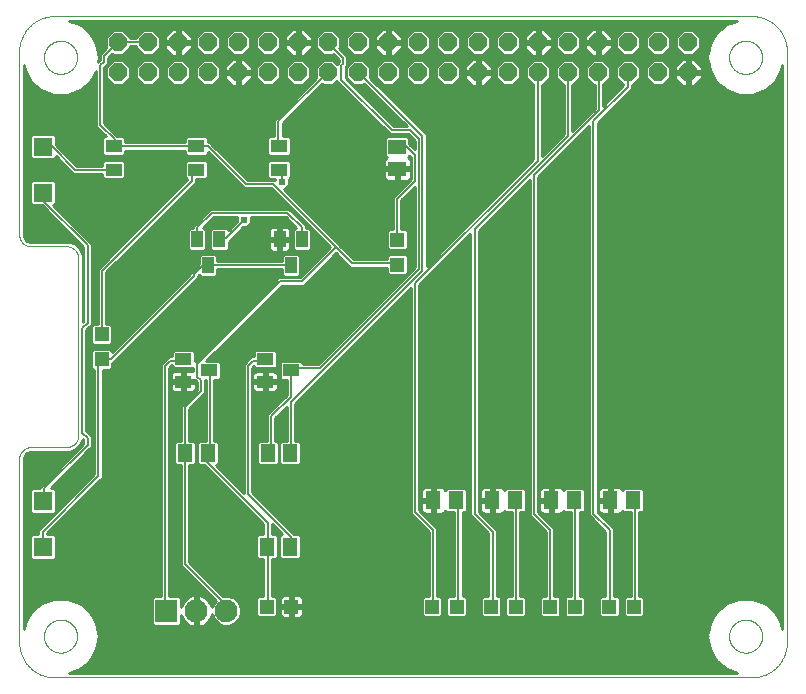
<source format=gtl>
G75*
%MOIN*%
%OFA0B0*%
%FSLAX25Y25*%
%IPPOS*%
%LPD*%
%AMOC8*
5,1,8,0,0,1.08239X$1,22.5*
%
%ADD10C,0.00000*%
%ADD11OC8,0.06000*%
%ADD12R,0.03937X0.05512*%
%ADD13R,0.06299X0.06299*%
%ADD14R,0.05512X0.04331*%
%ADD15R,0.04724X0.04724*%
%ADD16R,0.07600X0.07600*%
%ADD17C,0.07600*%
%ADD18R,0.05512X0.03937*%
%ADD19R,0.05118X0.05906*%
%ADD20R,0.05906X0.05118*%
%ADD21C,0.01000*%
%ADD22C,0.00600*%
%ADD23C,0.02400*%
D10*
X0001500Y0013311D02*
X0001500Y0074335D01*
X0001502Y0074459D01*
X0001508Y0074582D01*
X0001517Y0074706D01*
X0001531Y0074828D01*
X0001548Y0074951D01*
X0001570Y0075073D01*
X0001595Y0075194D01*
X0001624Y0075314D01*
X0001656Y0075433D01*
X0001693Y0075552D01*
X0001733Y0075669D01*
X0001776Y0075784D01*
X0001824Y0075899D01*
X0001875Y0076011D01*
X0001929Y0076122D01*
X0001987Y0076232D01*
X0002048Y0076339D01*
X0002113Y0076445D01*
X0002181Y0076548D01*
X0002252Y0076649D01*
X0002326Y0076748D01*
X0002403Y0076845D01*
X0002484Y0076939D01*
X0002567Y0077030D01*
X0002653Y0077119D01*
X0002742Y0077205D01*
X0002833Y0077288D01*
X0002927Y0077369D01*
X0003024Y0077446D01*
X0003123Y0077520D01*
X0003224Y0077591D01*
X0003327Y0077659D01*
X0003433Y0077724D01*
X0003540Y0077785D01*
X0003650Y0077843D01*
X0003761Y0077897D01*
X0003873Y0077948D01*
X0003988Y0077996D01*
X0004103Y0078039D01*
X0004220Y0078079D01*
X0004339Y0078116D01*
X0004458Y0078148D01*
X0004578Y0078177D01*
X0004699Y0078202D01*
X0004821Y0078224D01*
X0004944Y0078241D01*
X0005066Y0078255D01*
X0005190Y0078264D01*
X0005313Y0078270D01*
X0005437Y0078272D01*
X0017248Y0078272D01*
X0017372Y0078274D01*
X0017495Y0078280D01*
X0017619Y0078289D01*
X0017741Y0078303D01*
X0017864Y0078320D01*
X0017986Y0078342D01*
X0018107Y0078367D01*
X0018227Y0078396D01*
X0018346Y0078428D01*
X0018465Y0078465D01*
X0018582Y0078505D01*
X0018697Y0078548D01*
X0018812Y0078596D01*
X0018924Y0078647D01*
X0019035Y0078701D01*
X0019145Y0078759D01*
X0019252Y0078820D01*
X0019358Y0078885D01*
X0019461Y0078953D01*
X0019562Y0079024D01*
X0019661Y0079098D01*
X0019758Y0079175D01*
X0019852Y0079256D01*
X0019943Y0079339D01*
X0020032Y0079425D01*
X0020118Y0079514D01*
X0020201Y0079605D01*
X0020282Y0079699D01*
X0020359Y0079796D01*
X0020433Y0079895D01*
X0020504Y0079996D01*
X0020572Y0080099D01*
X0020637Y0080205D01*
X0020698Y0080312D01*
X0020756Y0080422D01*
X0020810Y0080533D01*
X0020861Y0080645D01*
X0020909Y0080760D01*
X0020952Y0080875D01*
X0020992Y0080992D01*
X0021029Y0081111D01*
X0021061Y0081230D01*
X0021090Y0081350D01*
X0021115Y0081471D01*
X0021137Y0081593D01*
X0021154Y0081716D01*
X0021168Y0081838D01*
X0021177Y0081962D01*
X0021183Y0082085D01*
X0021185Y0082209D01*
X0021185Y0141264D01*
X0021183Y0141388D01*
X0021177Y0141511D01*
X0021168Y0141635D01*
X0021154Y0141757D01*
X0021137Y0141880D01*
X0021115Y0142002D01*
X0021090Y0142123D01*
X0021061Y0142243D01*
X0021029Y0142362D01*
X0020992Y0142481D01*
X0020952Y0142598D01*
X0020909Y0142713D01*
X0020861Y0142828D01*
X0020810Y0142940D01*
X0020756Y0143051D01*
X0020698Y0143161D01*
X0020637Y0143268D01*
X0020572Y0143374D01*
X0020504Y0143477D01*
X0020433Y0143578D01*
X0020359Y0143677D01*
X0020282Y0143774D01*
X0020201Y0143868D01*
X0020118Y0143959D01*
X0020032Y0144048D01*
X0019943Y0144134D01*
X0019852Y0144217D01*
X0019758Y0144298D01*
X0019661Y0144375D01*
X0019562Y0144449D01*
X0019461Y0144520D01*
X0019358Y0144588D01*
X0019252Y0144653D01*
X0019145Y0144714D01*
X0019035Y0144772D01*
X0018924Y0144826D01*
X0018812Y0144877D01*
X0018697Y0144925D01*
X0018582Y0144968D01*
X0018465Y0145008D01*
X0018346Y0145045D01*
X0018227Y0145077D01*
X0018107Y0145106D01*
X0017986Y0145131D01*
X0017864Y0145153D01*
X0017741Y0145170D01*
X0017619Y0145184D01*
X0017495Y0145193D01*
X0017372Y0145199D01*
X0017248Y0145201D01*
X0005437Y0145201D01*
X0005313Y0145203D01*
X0005190Y0145209D01*
X0005066Y0145218D01*
X0004944Y0145232D01*
X0004821Y0145249D01*
X0004699Y0145271D01*
X0004578Y0145296D01*
X0004458Y0145325D01*
X0004339Y0145357D01*
X0004220Y0145394D01*
X0004103Y0145434D01*
X0003988Y0145477D01*
X0003873Y0145525D01*
X0003761Y0145576D01*
X0003650Y0145630D01*
X0003540Y0145688D01*
X0003433Y0145749D01*
X0003327Y0145814D01*
X0003224Y0145882D01*
X0003123Y0145953D01*
X0003024Y0146027D01*
X0002927Y0146104D01*
X0002833Y0146185D01*
X0002742Y0146268D01*
X0002653Y0146354D01*
X0002567Y0146443D01*
X0002484Y0146534D01*
X0002403Y0146628D01*
X0002326Y0146725D01*
X0002252Y0146824D01*
X0002181Y0146925D01*
X0002113Y0147028D01*
X0002048Y0147134D01*
X0001987Y0147241D01*
X0001929Y0147351D01*
X0001875Y0147462D01*
X0001824Y0147574D01*
X0001776Y0147689D01*
X0001733Y0147804D01*
X0001693Y0147921D01*
X0001656Y0148040D01*
X0001624Y0148159D01*
X0001595Y0148279D01*
X0001570Y0148400D01*
X0001548Y0148522D01*
X0001531Y0148645D01*
X0001517Y0148767D01*
X0001508Y0148891D01*
X0001502Y0149014D01*
X0001500Y0149138D01*
X0001500Y0210161D01*
X0001503Y0210446D01*
X0001514Y0210732D01*
X0001531Y0211017D01*
X0001555Y0211301D01*
X0001586Y0211585D01*
X0001624Y0211868D01*
X0001669Y0212149D01*
X0001720Y0212430D01*
X0001778Y0212710D01*
X0001843Y0212988D01*
X0001915Y0213264D01*
X0001993Y0213538D01*
X0002078Y0213811D01*
X0002170Y0214081D01*
X0002268Y0214349D01*
X0002372Y0214615D01*
X0002483Y0214878D01*
X0002600Y0215138D01*
X0002723Y0215396D01*
X0002853Y0215650D01*
X0002989Y0215901D01*
X0003130Y0216149D01*
X0003278Y0216393D01*
X0003431Y0216634D01*
X0003591Y0216870D01*
X0003756Y0217103D01*
X0003926Y0217332D01*
X0004102Y0217557D01*
X0004284Y0217777D01*
X0004470Y0217993D01*
X0004662Y0218204D01*
X0004859Y0218411D01*
X0005061Y0218613D01*
X0005268Y0218810D01*
X0005479Y0219002D01*
X0005695Y0219188D01*
X0005915Y0219370D01*
X0006140Y0219546D01*
X0006369Y0219716D01*
X0006602Y0219881D01*
X0006838Y0220041D01*
X0007079Y0220194D01*
X0007323Y0220342D01*
X0007571Y0220483D01*
X0007822Y0220619D01*
X0008076Y0220749D01*
X0008334Y0220872D01*
X0008594Y0220989D01*
X0008857Y0221100D01*
X0009123Y0221204D01*
X0009391Y0221302D01*
X0009661Y0221394D01*
X0009934Y0221479D01*
X0010208Y0221557D01*
X0010484Y0221629D01*
X0010762Y0221694D01*
X0011042Y0221752D01*
X0011323Y0221803D01*
X0011604Y0221848D01*
X0011887Y0221886D01*
X0012171Y0221917D01*
X0012455Y0221941D01*
X0012740Y0221958D01*
X0013026Y0221969D01*
X0013311Y0221972D01*
X0245594Y0221972D01*
X0245879Y0221969D01*
X0246165Y0221958D01*
X0246450Y0221941D01*
X0246734Y0221917D01*
X0247018Y0221886D01*
X0247301Y0221848D01*
X0247582Y0221803D01*
X0247863Y0221752D01*
X0248143Y0221694D01*
X0248421Y0221629D01*
X0248697Y0221557D01*
X0248971Y0221479D01*
X0249244Y0221394D01*
X0249514Y0221302D01*
X0249782Y0221204D01*
X0250048Y0221100D01*
X0250311Y0220989D01*
X0250571Y0220872D01*
X0250829Y0220749D01*
X0251083Y0220619D01*
X0251334Y0220483D01*
X0251582Y0220342D01*
X0251826Y0220194D01*
X0252067Y0220041D01*
X0252303Y0219881D01*
X0252536Y0219716D01*
X0252765Y0219546D01*
X0252990Y0219370D01*
X0253210Y0219188D01*
X0253426Y0219002D01*
X0253637Y0218810D01*
X0253844Y0218613D01*
X0254046Y0218411D01*
X0254243Y0218204D01*
X0254435Y0217993D01*
X0254621Y0217777D01*
X0254803Y0217557D01*
X0254979Y0217332D01*
X0255149Y0217103D01*
X0255314Y0216870D01*
X0255474Y0216634D01*
X0255627Y0216393D01*
X0255775Y0216149D01*
X0255916Y0215901D01*
X0256052Y0215650D01*
X0256182Y0215396D01*
X0256305Y0215138D01*
X0256422Y0214878D01*
X0256533Y0214615D01*
X0256637Y0214349D01*
X0256735Y0214081D01*
X0256827Y0213811D01*
X0256912Y0213538D01*
X0256990Y0213264D01*
X0257062Y0212988D01*
X0257127Y0212710D01*
X0257185Y0212430D01*
X0257236Y0212149D01*
X0257281Y0211868D01*
X0257319Y0211585D01*
X0257350Y0211301D01*
X0257374Y0211017D01*
X0257391Y0210732D01*
X0257402Y0210446D01*
X0257405Y0210161D01*
X0257406Y0210161D02*
X0257406Y0013311D01*
X0257405Y0013311D02*
X0257402Y0013026D01*
X0257391Y0012740D01*
X0257374Y0012455D01*
X0257350Y0012171D01*
X0257319Y0011887D01*
X0257281Y0011604D01*
X0257236Y0011323D01*
X0257185Y0011042D01*
X0257127Y0010762D01*
X0257062Y0010484D01*
X0256990Y0010208D01*
X0256912Y0009934D01*
X0256827Y0009661D01*
X0256735Y0009391D01*
X0256637Y0009123D01*
X0256533Y0008857D01*
X0256422Y0008594D01*
X0256305Y0008334D01*
X0256182Y0008076D01*
X0256052Y0007822D01*
X0255916Y0007571D01*
X0255775Y0007323D01*
X0255627Y0007079D01*
X0255474Y0006838D01*
X0255314Y0006602D01*
X0255149Y0006369D01*
X0254979Y0006140D01*
X0254803Y0005915D01*
X0254621Y0005695D01*
X0254435Y0005479D01*
X0254243Y0005268D01*
X0254046Y0005061D01*
X0253844Y0004859D01*
X0253637Y0004662D01*
X0253426Y0004470D01*
X0253210Y0004284D01*
X0252990Y0004102D01*
X0252765Y0003926D01*
X0252536Y0003756D01*
X0252303Y0003591D01*
X0252067Y0003431D01*
X0251826Y0003278D01*
X0251582Y0003130D01*
X0251334Y0002989D01*
X0251083Y0002853D01*
X0250829Y0002723D01*
X0250571Y0002600D01*
X0250311Y0002483D01*
X0250048Y0002372D01*
X0249782Y0002268D01*
X0249514Y0002170D01*
X0249244Y0002078D01*
X0248971Y0001993D01*
X0248697Y0001915D01*
X0248421Y0001843D01*
X0248143Y0001778D01*
X0247863Y0001720D01*
X0247582Y0001669D01*
X0247301Y0001624D01*
X0247018Y0001586D01*
X0246734Y0001555D01*
X0246450Y0001531D01*
X0246165Y0001514D01*
X0245879Y0001503D01*
X0245594Y0001500D01*
X0013311Y0001500D01*
X0013026Y0001503D01*
X0012740Y0001514D01*
X0012455Y0001531D01*
X0012171Y0001555D01*
X0011887Y0001586D01*
X0011604Y0001624D01*
X0011323Y0001669D01*
X0011042Y0001720D01*
X0010762Y0001778D01*
X0010484Y0001843D01*
X0010208Y0001915D01*
X0009934Y0001993D01*
X0009661Y0002078D01*
X0009391Y0002170D01*
X0009123Y0002268D01*
X0008857Y0002372D01*
X0008594Y0002483D01*
X0008334Y0002600D01*
X0008076Y0002723D01*
X0007822Y0002853D01*
X0007571Y0002989D01*
X0007323Y0003130D01*
X0007079Y0003278D01*
X0006838Y0003431D01*
X0006602Y0003591D01*
X0006369Y0003756D01*
X0006140Y0003926D01*
X0005915Y0004102D01*
X0005695Y0004284D01*
X0005479Y0004470D01*
X0005268Y0004662D01*
X0005061Y0004859D01*
X0004859Y0005061D01*
X0004662Y0005268D01*
X0004470Y0005479D01*
X0004284Y0005695D01*
X0004102Y0005915D01*
X0003926Y0006140D01*
X0003756Y0006369D01*
X0003591Y0006602D01*
X0003431Y0006838D01*
X0003278Y0007079D01*
X0003130Y0007323D01*
X0002989Y0007571D01*
X0002853Y0007822D01*
X0002723Y0008076D01*
X0002600Y0008334D01*
X0002483Y0008594D01*
X0002372Y0008857D01*
X0002268Y0009123D01*
X0002170Y0009391D01*
X0002078Y0009661D01*
X0001993Y0009934D01*
X0001915Y0010208D01*
X0001843Y0010484D01*
X0001778Y0010762D01*
X0001720Y0011042D01*
X0001669Y0011323D01*
X0001624Y0011604D01*
X0001586Y0011887D01*
X0001555Y0012171D01*
X0001531Y0012455D01*
X0001514Y0012740D01*
X0001503Y0013026D01*
X0001500Y0013311D01*
X0009768Y0015280D02*
X0009770Y0015428D01*
X0009776Y0015576D01*
X0009786Y0015724D01*
X0009800Y0015871D01*
X0009818Y0016018D01*
X0009839Y0016164D01*
X0009865Y0016310D01*
X0009895Y0016455D01*
X0009928Y0016599D01*
X0009966Y0016742D01*
X0010007Y0016884D01*
X0010052Y0017025D01*
X0010100Y0017165D01*
X0010153Y0017304D01*
X0010209Y0017441D01*
X0010269Y0017576D01*
X0010332Y0017710D01*
X0010399Y0017842D01*
X0010470Y0017972D01*
X0010544Y0018100D01*
X0010621Y0018226D01*
X0010702Y0018350D01*
X0010786Y0018472D01*
X0010873Y0018591D01*
X0010964Y0018708D01*
X0011058Y0018823D01*
X0011154Y0018935D01*
X0011254Y0019045D01*
X0011356Y0019151D01*
X0011462Y0019255D01*
X0011570Y0019356D01*
X0011681Y0019454D01*
X0011794Y0019550D01*
X0011910Y0019642D01*
X0012028Y0019731D01*
X0012149Y0019816D01*
X0012272Y0019899D01*
X0012397Y0019978D01*
X0012524Y0020054D01*
X0012653Y0020126D01*
X0012784Y0020195D01*
X0012917Y0020260D01*
X0013052Y0020321D01*
X0013188Y0020379D01*
X0013325Y0020434D01*
X0013464Y0020484D01*
X0013605Y0020531D01*
X0013746Y0020574D01*
X0013889Y0020614D01*
X0014033Y0020649D01*
X0014177Y0020681D01*
X0014323Y0020708D01*
X0014469Y0020732D01*
X0014616Y0020752D01*
X0014763Y0020768D01*
X0014910Y0020780D01*
X0015058Y0020788D01*
X0015206Y0020792D01*
X0015354Y0020792D01*
X0015502Y0020788D01*
X0015650Y0020780D01*
X0015797Y0020768D01*
X0015944Y0020752D01*
X0016091Y0020732D01*
X0016237Y0020708D01*
X0016383Y0020681D01*
X0016527Y0020649D01*
X0016671Y0020614D01*
X0016814Y0020574D01*
X0016955Y0020531D01*
X0017096Y0020484D01*
X0017235Y0020434D01*
X0017372Y0020379D01*
X0017508Y0020321D01*
X0017643Y0020260D01*
X0017776Y0020195D01*
X0017907Y0020126D01*
X0018036Y0020054D01*
X0018163Y0019978D01*
X0018288Y0019899D01*
X0018411Y0019816D01*
X0018532Y0019731D01*
X0018650Y0019642D01*
X0018766Y0019550D01*
X0018879Y0019454D01*
X0018990Y0019356D01*
X0019098Y0019255D01*
X0019204Y0019151D01*
X0019306Y0019045D01*
X0019406Y0018935D01*
X0019502Y0018823D01*
X0019596Y0018708D01*
X0019687Y0018591D01*
X0019774Y0018472D01*
X0019858Y0018350D01*
X0019939Y0018226D01*
X0020016Y0018100D01*
X0020090Y0017972D01*
X0020161Y0017842D01*
X0020228Y0017710D01*
X0020291Y0017576D01*
X0020351Y0017441D01*
X0020407Y0017304D01*
X0020460Y0017165D01*
X0020508Y0017025D01*
X0020553Y0016884D01*
X0020594Y0016742D01*
X0020632Y0016599D01*
X0020665Y0016455D01*
X0020695Y0016310D01*
X0020721Y0016164D01*
X0020742Y0016018D01*
X0020760Y0015871D01*
X0020774Y0015724D01*
X0020784Y0015576D01*
X0020790Y0015428D01*
X0020792Y0015280D01*
X0020790Y0015132D01*
X0020784Y0014984D01*
X0020774Y0014836D01*
X0020760Y0014689D01*
X0020742Y0014542D01*
X0020721Y0014396D01*
X0020695Y0014250D01*
X0020665Y0014105D01*
X0020632Y0013961D01*
X0020594Y0013818D01*
X0020553Y0013676D01*
X0020508Y0013535D01*
X0020460Y0013395D01*
X0020407Y0013256D01*
X0020351Y0013119D01*
X0020291Y0012984D01*
X0020228Y0012850D01*
X0020161Y0012718D01*
X0020090Y0012588D01*
X0020016Y0012460D01*
X0019939Y0012334D01*
X0019858Y0012210D01*
X0019774Y0012088D01*
X0019687Y0011969D01*
X0019596Y0011852D01*
X0019502Y0011737D01*
X0019406Y0011625D01*
X0019306Y0011515D01*
X0019204Y0011409D01*
X0019098Y0011305D01*
X0018990Y0011204D01*
X0018879Y0011106D01*
X0018766Y0011010D01*
X0018650Y0010918D01*
X0018532Y0010829D01*
X0018411Y0010744D01*
X0018288Y0010661D01*
X0018163Y0010582D01*
X0018036Y0010506D01*
X0017907Y0010434D01*
X0017776Y0010365D01*
X0017643Y0010300D01*
X0017508Y0010239D01*
X0017372Y0010181D01*
X0017235Y0010126D01*
X0017096Y0010076D01*
X0016955Y0010029D01*
X0016814Y0009986D01*
X0016671Y0009946D01*
X0016527Y0009911D01*
X0016383Y0009879D01*
X0016237Y0009852D01*
X0016091Y0009828D01*
X0015944Y0009808D01*
X0015797Y0009792D01*
X0015650Y0009780D01*
X0015502Y0009772D01*
X0015354Y0009768D01*
X0015206Y0009768D01*
X0015058Y0009772D01*
X0014910Y0009780D01*
X0014763Y0009792D01*
X0014616Y0009808D01*
X0014469Y0009828D01*
X0014323Y0009852D01*
X0014177Y0009879D01*
X0014033Y0009911D01*
X0013889Y0009946D01*
X0013746Y0009986D01*
X0013605Y0010029D01*
X0013464Y0010076D01*
X0013325Y0010126D01*
X0013188Y0010181D01*
X0013052Y0010239D01*
X0012917Y0010300D01*
X0012784Y0010365D01*
X0012653Y0010434D01*
X0012524Y0010506D01*
X0012397Y0010582D01*
X0012272Y0010661D01*
X0012149Y0010744D01*
X0012028Y0010829D01*
X0011910Y0010918D01*
X0011794Y0011010D01*
X0011681Y0011106D01*
X0011570Y0011204D01*
X0011462Y0011305D01*
X0011356Y0011409D01*
X0011254Y0011515D01*
X0011154Y0011625D01*
X0011058Y0011737D01*
X0010964Y0011852D01*
X0010873Y0011969D01*
X0010786Y0012088D01*
X0010702Y0012210D01*
X0010621Y0012334D01*
X0010544Y0012460D01*
X0010470Y0012588D01*
X0010399Y0012718D01*
X0010332Y0012850D01*
X0010269Y0012984D01*
X0010209Y0013119D01*
X0010153Y0013256D01*
X0010100Y0013395D01*
X0010052Y0013535D01*
X0010007Y0013676D01*
X0009966Y0013818D01*
X0009928Y0013961D01*
X0009895Y0014105D01*
X0009865Y0014250D01*
X0009839Y0014396D01*
X0009818Y0014542D01*
X0009800Y0014689D01*
X0009786Y0014836D01*
X0009776Y0014984D01*
X0009770Y0015132D01*
X0009768Y0015280D01*
X0009768Y0208193D02*
X0009770Y0208341D01*
X0009776Y0208489D01*
X0009786Y0208637D01*
X0009800Y0208784D01*
X0009818Y0208931D01*
X0009839Y0209077D01*
X0009865Y0209223D01*
X0009895Y0209368D01*
X0009928Y0209512D01*
X0009966Y0209655D01*
X0010007Y0209797D01*
X0010052Y0209938D01*
X0010100Y0210078D01*
X0010153Y0210217D01*
X0010209Y0210354D01*
X0010269Y0210489D01*
X0010332Y0210623D01*
X0010399Y0210755D01*
X0010470Y0210885D01*
X0010544Y0211013D01*
X0010621Y0211139D01*
X0010702Y0211263D01*
X0010786Y0211385D01*
X0010873Y0211504D01*
X0010964Y0211621D01*
X0011058Y0211736D01*
X0011154Y0211848D01*
X0011254Y0211958D01*
X0011356Y0212064D01*
X0011462Y0212168D01*
X0011570Y0212269D01*
X0011681Y0212367D01*
X0011794Y0212463D01*
X0011910Y0212555D01*
X0012028Y0212644D01*
X0012149Y0212729D01*
X0012272Y0212812D01*
X0012397Y0212891D01*
X0012524Y0212967D01*
X0012653Y0213039D01*
X0012784Y0213108D01*
X0012917Y0213173D01*
X0013052Y0213234D01*
X0013188Y0213292D01*
X0013325Y0213347D01*
X0013464Y0213397D01*
X0013605Y0213444D01*
X0013746Y0213487D01*
X0013889Y0213527D01*
X0014033Y0213562D01*
X0014177Y0213594D01*
X0014323Y0213621D01*
X0014469Y0213645D01*
X0014616Y0213665D01*
X0014763Y0213681D01*
X0014910Y0213693D01*
X0015058Y0213701D01*
X0015206Y0213705D01*
X0015354Y0213705D01*
X0015502Y0213701D01*
X0015650Y0213693D01*
X0015797Y0213681D01*
X0015944Y0213665D01*
X0016091Y0213645D01*
X0016237Y0213621D01*
X0016383Y0213594D01*
X0016527Y0213562D01*
X0016671Y0213527D01*
X0016814Y0213487D01*
X0016955Y0213444D01*
X0017096Y0213397D01*
X0017235Y0213347D01*
X0017372Y0213292D01*
X0017508Y0213234D01*
X0017643Y0213173D01*
X0017776Y0213108D01*
X0017907Y0213039D01*
X0018036Y0212967D01*
X0018163Y0212891D01*
X0018288Y0212812D01*
X0018411Y0212729D01*
X0018532Y0212644D01*
X0018650Y0212555D01*
X0018766Y0212463D01*
X0018879Y0212367D01*
X0018990Y0212269D01*
X0019098Y0212168D01*
X0019204Y0212064D01*
X0019306Y0211958D01*
X0019406Y0211848D01*
X0019502Y0211736D01*
X0019596Y0211621D01*
X0019687Y0211504D01*
X0019774Y0211385D01*
X0019858Y0211263D01*
X0019939Y0211139D01*
X0020016Y0211013D01*
X0020090Y0210885D01*
X0020161Y0210755D01*
X0020228Y0210623D01*
X0020291Y0210489D01*
X0020351Y0210354D01*
X0020407Y0210217D01*
X0020460Y0210078D01*
X0020508Y0209938D01*
X0020553Y0209797D01*
X0020594Y0209655D01*
X0020632Y0209512D01*
X0020665Y0209368D01*
X0020695Y0209223D01*
X0020721Y0209077D01*
X0020742Y0208931D01*
X0020760Y0208784D01*
X0020774Y0208637D01*
X0020784Y0208489D01*
X0020790Y0208341D01*
X0020792Y0208193D01*
X0020790Y0208045D01*
X0020784Y0207897D01*
X0020774Y0207749D01*
X0020760Y0207602D01*
X0020742Y0207455D01*
X0020721Y0207309D01*
X0020695Y0207163D01*
X0020665Y0207018D01*
X0020632Y0206874D01*
X0020594Y0206731D01*
X0020553Y0206589D01*
X0020508Y0206448D01*
X0020460Y0206308D01*
X0020407Y0206169D01*
X0020351Y0206032D01*
X0020291Y0205897D01*
X0020228Y0205763D01*
X0020161Y0205631D01*
X0020090Y0205501D01*
X0020016Y0205373D01*
X0019939Y0205247D01*
X0019858Y0205123D01*
X0019774Y0205001D01*
X0019687Y0204882D01*
X0019596Y0204765D01*
X0019502Y0204650D01*
X0019406Y0204538D01*
X0019306Y0204428D01*
X0019204Y0204322D01*
X0019098Y0204218D01*
X0018990Y0204117D01*
X0018879Y0204019D01*
X0018766Y0203923D01*
X0018650Y0203831D01*
X0018532Y0203742D01*
X0018411Y0203657D01*
X0018288Y0203574D01*
X0018163Y0203495D01*
X0018036Y0203419D01*
X0017907Y0203347D01*
X0017776Y0203278D01*
X0017643Y0203213D01*
X0017508Y0203152D01*
X0017372Y0203094D01*
X0017235Y0203039D01*
X0017096Y0202989D01*
X0016955Y0202942D01*
X0016814Y0202899D01*
X0016671Y0202859D01*
X0016527Y0202824D01*
X0016383Y0202792D01*
X0016237Y0202765D01*
X0016091Y0202741D01*
X0015944Y0202721D01*
X0015797Y0202705D01*
X0015650Y0202693D01*
X0015502Y0202685D01*
X0015354Y0202681D01*
X0015206Y0202681D01*
X0015058Y0202685D01*
X0014910Y0202693D01*
X0014763Y0202705D01*
X0014616Y0202721D01*
X0014469Y0202741D01*
X0014323Y0202765D01*
X0014177Y0202792D01*
X0014033Y0202824D01*
X0013889Y0202859D01*
X0013746Y0202899D01*
X0013605Y0202942D01*
X0013464Y0202989D01*
X0013325Y0203039D01*
X0013188Y0203094D01*
X0013052Y0203152D01*
X0012917Y0203213D01*
X0012784Y0203278D01*
X0012653Y0203347D01*
X0012524Y0203419D01*
X0012397Y0203495D01*
X0012272Y0203574D01*
X0012149Y0203657D01*
X0012028Y0203742D01*
X0011910Y0203831D01*
X0011794Y0203923D01*
X0011681Y0204019D01*
X0011570Y0204117D01*
X0011462Y0204218D01*
X0011356Y0204322D01*
X0011254Y0204428D01*
X0011154Y0204538D01*
X0011058Y0204650D01*
X0010964Y0204765D01*
X0010873Y0204882D01*
X0010786Y0205001D01*
X0010702Y0205123D01*
X0010621Y0205247D01*
X0010544Y0205373D01*
X0010470Y0205501D01*
X0010399Y0205631D01*
X0010332Y0205763D01*
X0010269Y0205897D01*
X0010209Y0206032D01*
X0010153Y0206169D01*
X0010100Y0206308D01*
X0010052Y0206448D01*
X0010007Y0206589D01*
X0009966Y0206731D01*
X0009928Y0206874D01*
X0009895Y0207018D01*
X0009865Y0207163D01*
X0009839Y0207309D01*
X0009818Y0207455D01*
X0009800Y0207602D01*
X0009786Y0207749D01*
X0009776Y0207897D01*
X0009770Y0208045D01*
X0009768Y0208193D01*
X0238114Y0208193D02*
X0238116Y0208341D01*
X0238122Y0208489D01*
X0238132Y0208637D01*
X0238146Y0208784D01*
X0238164Y0208931D01*
X0238185Y0209077D01*
X0238211Y0209223D01*
X0238241Y0209368D01*
X0238274Y0209512D01*
X0238312Y0209655D01*
X0238353Y0209797D01*
X0238398Y0209938D01*
X0238446Y0210078D01*
X0238499Y0210217D01*
X0238555Y0210354D01*
X0238615Y0210489D01*
X0238678Y0210623D01*
X0238745Y0210755D01*
X0238816Y0210885D01*
X0238890Y0211013D01*
X0238967Y0211139D01*
X0239048Y0211263D01*
X0239132Y0211385D01*
X0239219Y0211504D01*
X0239310Y0211621D01*
X0239404Y0211736D01*
X0239500Y0211848D01*
X0239600Y0211958D01*
X0239702Y0212064D01*
X0239808Y0212168D01*
X0239916Y0212269D01*
X0240027Y0212367D01*
X0240140Y0212463D01*
X0240256Y0212555D01*
X0240374Y0212644D01*
X0240495Y0212729D01*
X0240618Y0212812D01*
X0240743Y0212891D01*
X0240870Y0212967D01*
X0240999Y0213039D01*
X0241130Y0213108D01*
X0241263Y0213173D01*
X0241398Y0213234D01*
X0241534Y0213292D01*
X0241671Y0213347D01*
X0241810Y0213397D01*
X0241951Y0213444D01*
X0242092Y0213487D01*
X0242235Y0213527D01*
X0242379Y0213562D01*
X0242523Y0213594D01*
X0242669Y0213621D01*
X0242815Y0213645D01*
X0242962Y0213665D01*
X0243109Y0213681D01*
X0243256Y0213693D01*
X0243404Y0213701D01*
X0243552Y0213705D01*
X0243700Y0213705D01*
X0243848Y0213701D01*
X0243996Y0213693D01*
X0244143Y0213681D01*
X0244290Y0213665D01*
X0244437Y0213645D01*
X0244583Y0213621D01*
X0244729Y0213594D01*
X0244873Y0213562D01*
X0245017Y0213527D01*
X0245160Y0213487D01*
X0245301Y0213444D01*
X0245442Y0213397D01*
X0245581Y0213347D01*
X0245718Y0213292D01*
X0245854Y0213234D01*
X0245989Y0213173D01*
X0246122Y0213108D01*
X0246253Y0213039D01*
X0246382Y0212967D01*
X0246509Y0212891D01*
X0246634Y0212812D01*
X0246757Y0212729D01*
X0246878Y0212644D01*
X0246996Y0212555D01*
X0247112Y0212463D01*
X0247225Y0212367D01*
X0247336Y0212269D01*
X0247444Y0212168D01*
X0247550Y0212064D01*
X0247652Y0211958D01*
X0247752Y0211848D01*
X0247848Y0211736D01*
X0247942Y0211621D01*
X0248033Y0211504D01*
X0248120Y0211385D01*
X0248204Y0211263D01*
X0248285Y0211139D01*
X0248362Y0211013D01*
X0248436Y0210885D01*
X0248507Y0210755D01*
X0248574Y0210623D01*
X0248637Y0210489D01*
X0248697Y0210354D01*
X0248753Y0210217D01*
X0248806Y0210078D01*
X0248854Y0209938D01*
X0248899Y0209797D01*
X0248940Y0209655D01*
X0248978Y0209512D01*
X0249011Y0209368D01*
X0249041Y0209223D01*
X0249067Y0209077D01*
X0249088Y0208931D01*
X0249106Y0208784D01*
X0249120Y0208637D01*
X0249130Y0208489D01*
X0249136Y0208341D01*
X0249138Y0208193D01*
X0249136Y0208045D01*
X0249130Y0207897D01*
X0249120Y0207749D01*
X0249106Y0207602D01*
X0249088Y0207455D01*
X0249067Y0207309D01*
X0249041Y0207163D01*
X0249011Y0207018D01*
X0248978Y0206874D01*
X0248940Y0206731D01*
X0248899Y0206589D01*
X0248854Y0206448D01*
X0248806Y0206308D01*
X0248753Y0206169D01*
X0248697Y0206032D01*
X0248637Y0205897D01*
X0248574Y0205763D01*
X0248507Y0205631D01*
X0248436Y0205501D01*
X0248362Y0205373D01*
X0248285Y0205247D01*
X0248204Y0205123D01*
X0248120Y0205001D01*
X0248033Y0204882D01*
X0247942Y0204765D01*
X0247848Y0204650D01*
X0247752Y0204538D01*
X0247652Y0204428D01*
X0247550Y0204322D01*
X0247444Y0204218D01*
X0247336Y0204117D01*
X0247225Y0204019D01*
X0247112Y0203923D01*
X0246996Y0203831D01*
X0246878Y0203742D01*
X0246757Y0203657D01*
X0246634Y0203574D01*
X0246509Y0203495D01*
X0246382Y0203419D01*
X0246253Y0203347D01*
X0246122Y0203278D01*
X0245989Y0203213D01*
X0245854Y0203152D01*
X0245718Y0203094D01*
X0245581Y0203039D01*
X0245442Y0202989D01*
X0245301Y0202942D01*
X0245160Y0202899D01*
X0245017Y0202859D01*
X0244873Y0202824D01*
X0244729Y0202792D01*
X0244583Y0202765D01*
X0244437Y0202741D01*
X0244290Y0202721D01*
X0244143Y0202705D01*
X0243996Y0202693D01*
X0243848Y0202685D01*
X0243700Y0202681D01*
X0243552Y0202681D01*
X0243404Y0202685D01*
X0243256Y0202693D01*
X0243109Y0202705D01*
X0242962Y0202721D01*
X0242815Y0202741D01*
X0242669Y0202765D01*
X0242523Y0202792D01*
X0242379Y0202824D01*
X0242235Y0202859D01*
X0242092Y0202899D01*
X0241951Y0202942D01*
X0241810Y0202989D01*
X0241671Y0203039D01*
X0241534Y0203094D01*
X0241398Y0203152D01*
X0241263Y0203213D01*
X0241130Y0203278D01*
X0240999Y0203347D01*
X0240870Y0203419D01*
X0240743Y0203495D01*
X0240618Y0203574D01*
X0240495Y0203657D01*
X0240374Y0203742D01*
X0240256Y0203831D01*
X0240140Y0203923D01*
X0240027Y0204019D01*
X0239916Y0204117D01*
X0239808Y0204218D01*
X0239702Y0204322D01*
X0239600Y0204428D01*
X0239500Y0204538D01*
X0239404Y0204650D01*
X0239310Y0204765D01*
X0239219Y0204882D01*
X0239132Y0205001D01*
X0239048Y0205123D01*
X0238967Y0205247D01*
X0238890Y0205373D01*
X0238816Y0205501D01*
X0238745Y0205631D01*
X0238678Y0205763D01*
X0238615Y0205897D01*
X0238555Y0206032D01*
X0238499Y0206169D01*
X0238446Y0206308D01*
X0238398Y0206448D01*
X0238353Y0206589D01*
X0238312Y0206731D01*
X0238274Y0206874D01*
X0238241Y0207018D01*
X0238211Y0207163D01*
X0238185Y0207309D01*
X0238164Y0207455D01*
X0238146Y0207602D01*
X0238132Y0207749D01*
X0238122Y0207897D01*
X0238116Y0208045D01*
X0238114Y0208193D01*
X0238114Y0015280D02*
X0238116Y0015428D01*
X0238122Y0015576D01*
X0238132Y0015724D01*
X0238146Y0015871D01*
X0238164Y0016018D01*
X0238185Y0016164D01*
X0238211Y0016310D01*
X0238241Y0016455D01*
X0238274Y0016599D01*
X0238312Y0016742D01*
X0238353Y0016884D01*
X0238398Y0017025D01*
X0238446Y0017165D01*
X0238499Y0017304D01*
X0238555Y0017441D01*
X0238615Y0017576D01*
X0238678Y0017710D01*
X0238745Y0017842D01*
X0238816Y0017972D01*
X0238890Y0018100D01*
X0238967Y0018226D01*
X0239048Y0018350D01*
X0239132Y0018472D01*
X0239219Y0018591D01*
X0239310Y0018708D01*
X0239404Y0018823D01*
X0239500Y0018935D01*
X0239600Y0019045D01*
X0239702Y0019151D01*
X0239808Y0019255D01*
X0239916Y0019356D01*
X0240027Y0019454D01*
X0240140Y0019550D01*
X0240256Y0019642D01*
X0240374Y0019731D01*
X0240495Y0019816D01*
X0240618Y0019899D01*
X0240743Y0019978D01*
X0240870Y0020054D01*
X0240999Y0020126D01*
X0241130Y0020195D01*
X0241263Y0020260D01*
X0241398Y0020321D01*
X0241534Y0020379D01*
X0241671Y0020434D01*
X0241810Y0020484D01*
X0241951Y0020531D01*
X0242092Y0020574D01*
X0242235Y0020614D01*
X0242379Y0020649D01*
X0242523Y0020681D01*
X0242669Y0020708D01*
X0242815Y0020732D01*
X0242962Y0020752D01*
X0243109Y0020768D01*
X0243256Y0020780D01*
X0243404Y0020788D01*
X0243552Y0020792D01*
X0243700Y0020792D01*
X0243848Y0020788D01*
X0243996Y0020780D01*
X0244143Y0020768D01*
X0244290Y0020752D01*
X0244437Y0020732D01*
X0244583Y0020708D01*
X0244729Y0020681D01*
X0244873Y0020649D01*
X0245017Y0020614D01*
X0245160Y0020574D01*
X0245301Y0020531D01*
X0245442Y0020484D01*
X0245581Y0020434D01*
X0245718Y0020379D01*
X0245854Y0020321D01*
X0245989Y0020260D01*
X0246122Y0020195D01*
X0246253Y0020126D01*
X0246382Y0020054D01*
X0246509Y0019978D01*
X0246634Y0019899D01*
X0246757Y0019816D01*
X0246878Y0019731D01*
X0246996Y0019642D01*
X0247112Y0019550D01*
X0247225Y0019454D01*
X0247336Y0019356D01*
X0247444Y0019255D01*
X0247550Y0019151D01*
X0247652Y0019045D01*
X0247752Y0018935D01*
X0247848Y0018823D01*
X0247942Y0018708D01*
X0248033Y0018591D01*
X0248120Y0018472D01*
X0248204Y0018350D01*
X0248285Y0018226D01*
X0248362Y0018100D01*
X0248436Y0017972D01*
X0248507Y0017842D01*
X0248574Y0017710D01*
X0248637Y0017576D01*
X0248697Y0017441D01*
X0248753Y0017304D01*
X0248806Y0017165D01*
X0248854Y0017025D01*
X0248899Y0016884D01*
X0248940Y0016742D01*
X0248978Y0016599D01*
X0249011Y0016455D01*
X0249041Y0016310D01*
X0249067Y0016164D01*
X0249088Y0016018D01*
X0249106Y0015871D01*
X0249120Y0015724D01*
X0249130Y0015576D01*
X0249136Y0015428D01*
X0249138Y0015280D01*
X0249136Y0015132D01*
X0249130Y0014984D01*
X0249120Y0014836D01*
X0249106Y0014689D01*
X0249088Y0014542D01*
X0249067Y0014396D01*
X0249041Y0014250D01*
X0249011Y0014105D01*
X0248978Y0013961D01*
X0248940Y0013818D01*
X0248899Y0013676D01*
X0248854Y0013535D01*
X0248806Y0013395D01*
X0248753Y0013256D01*
X0248697Y0013119D01*
X0248637Y0012984D01*
X0248574Y0012850D01*
X0248507Y0012718D01*
X0248436Y0012588D01*
X0248362Y0012460D01*
X0248285Y0012334D01*
X0248204Y0012210D01*
X0248120Y0012088D01*
X0248033Y0011969D01*
X0247942Y0011852D01*
X0247848Y0011737D01*
X0247752Y0011625D01*
X0247652Y0011515D01*
X0247550Y0011409D01*
X0247444Y0011305D01*
X0247336Y0011204D01*
X0247225Y0011106D01*
X0247112Y0011010D01*
X0246996Y0010918D01*
X0246878Y0010829D01*
X0246757Y0010744D01*
X0246634Y0010661D01*
X0246509Y0010582D01*
X0246382Y0010506D01*
X0246253Y0010434D01*
X0246122Y0010365D01*
X0245989Y0010300D01*
X0245854Y0010239D01*
X0245718Y0010181D01*
X0245581Y0010126D01*
X0245442Y0010076D01*
X0245301Y0010029D01*
X0245160Y0009986D01*
X0245017Y0009946D01*
X0244873Y0009911D01*
X0244729Y0009879D01*
X0244583Y0009852D01*
X0244437Y0009828D01*
X0244290Y0009808D01*
X0244143Y0009792D01*
X0243996Y0009780D01*
X0243848Y0009772D01*
X0243700Y0009768D01*
X0243552Y0009768D01*
X0243404Y0009772D01*
X0243256Y0009780D01*
X0243109Y0009792D01*
X0242962Y0009808D01*
X0242815Y0009828D01*
X0242669Y0009852D01*
X0242523Y0009879D01*
X0242379Y0009911D01*
X0242235Y0009946D01*
X0242092Y0009986D01*
X0241951Y0010029D01*
X0241810Y0010076D01*
X0241671Y0010126D01*
X0241534Y0010181D01*
X0241398Y0010239D01*
X0241263Y0010300D01*
X0241130Y0010365D01*
X0240999Y0010434D01*
X0240870Y0010506D01*
X0240743Y0010582D01*
X0240618Y0010661D01*
X0240495Y0010744D01*
X0240374Y0010829D01*
X0240256Y0010918D01*
X0240140Y0011010D01*
X0240027Y0011106D01*
X0239916Y0011204D01*
X0239808Y0011305D01*
X0239702Y0011409D01*
X0239600Y0011515D01*
X0239500Y0011625D01*
X0239404Y0011737D01*
X0239310Y0011852D01*
X0239219Y0011969D01*
X0239132Y0012088D01*
X0239048Y0012210D01*
X0238967Y0012334D01*
X0238890Y0012460D01*
X0238816Y0012588D01*
X0238745Y0012718D01*
X0238678Y0012850D01*
X0238615Y0012984D01*
X0238555Y0013119D01*
X0238499Y0013256D01*
X0238446Y0013395D01*
X0238398Y0013535D01*
X0238353Y0013676D01*
X0238312Y0013818D01*
X0238274Y0013961D01*
X0238241Y0014105D01*
X0238211Y0014250D01*
X0238185Y0014396D01*
X0238164Y0014542D01*
X0238146Y0014689D01*
X0238132Y0014836D01*
X0238122Y0014984D01*
X0238116Y0015132D01*
X0238114Y0015280D01*
D11*
X0224453Y0203193D03*
X0214453Y0203193D03*
X0204453Y0203193D03*
X0194453Y0203193D03*
X0184453Y0203193D03*
X0174453Y0203193D03*
X0164453Y0203193D03*
X0154453Y0203193D03*
X0144453Y0203193D03*
X0134453Y0203193D03*
X0124453Y0203193D03*
X0114453Y0203193D03*
X0104453Y0203193D03*
X0094453Y0203193D03*
X0084453Y0203193D03*
X0074453Y0203193D03*
X0064453Y0203193D03*
X0054453Y0203193D03*
X0044453Y0203193D03*
X0034453Y0203193D03*
X0034453Y0213193D03*
X0044453Y0213193D03*
X0054453Y0213193D03*
X0064453Y0213193D03*
X0074453Y0213193D03*
X0084453Y0213193D03*
X0094453Y0213193D03*
X0104453Y0213193D03*
X0114453Y0213193D03*
X0124453Y0213193D03*
X0134453Y0213193D03*
X0144453Y0213193D03*
X0154453Y0213193D03*
X0164453Y0213193D03*
X0174453Y0213193D03*
X0184453Y0213193D03*
X0194453Y0213193D03*
X0204453Y0213193D03*
X0214453Y0213193D03*
X0224453Y0213193D03*
D12*
X0095791Y0147563D03*
X0088311Y0147563D03*
X0092051Y0138902D03*
X0068232Y0147563D03*
X0060752Y0147563D03*
X0064492Y0138902D03*
D13*
X0009374Y0163114D03*
X0009374Y0178469D03*
X0009374Y0060358D03*
X0009374Y0045004D03*
D14*
X0032996Y0170791D03*
X0032996Y0178665D03*
X0060555Y0178665D03*
X0060555Y0170791D03*
X0088114Y0170791D03*
X0088114Y0178665D03*
D15*
X0127484Y0147366D03*
X0127484Y0139098D03*
X0029059Y0115870D03*
X0029059Y0107602D03*
X0083980Y0025122D03*
X0092248Y0025122D03*
X0139098Y0025122D03*
X0147366Y0025122D03*
X0158783Y0025122D03*
X0167051Y0025122D03*
X0178469Y0025122D03*
X0186736Y0025122D03*
X0198154Y0025122D03*
X0206421Y0025122D03*
D16*
X0050555Y0023685D03*
D17*
X0060555Y0023685D03*
X0070555Y0023685D03*
D18*
X0083469Y0100083D03*
X0092130Y0103823D03*
X0083469Y0107563D03*
X0064886Y0103862D03*
X0056224Y0100122D03*
X0056224Y0107602D03*
D19*
X0056815Y0076303D03*
X0064295Y0076303D03*
X0084374Y0076303D03*
X0091854Y0076303D03*
X0091677Y0045142D03*
X0084197Y0045142D03*
X0139492Y0060555D03*
X0146972Y0060555D03*
X0159177Y0060555D03*
X0166657Y0060555D03*
X0178862Y0060555D03*
X0186343Y0060555D03*
X0198547Y0060555D03*
X0206028Y0060555D03*
D20*
X0127484Y0170988D03*
X0127484Y0178469D03*
D21*
X0131537Y0179443D02*
X0131537Y0181483D01*
X0130893Y0182128D01*
X0124076Y0182128D01*
X0123431Y0181483D01*
X0123431Y0175454D01*
X0123945Y0174941D01*
X0123610Y0174748D01*
X0123331Y0174468D01*
X0123134Y0174126D01*
X0123031Y0173745D01*
X0123031Y0171488D01*
X0126984Y0171488D01*
X0126984Y0170488D01*
X0123031Y0170488D01*
X0123031Y0168232D01*
X0123134Y0167850D01*
X0123331Y0167508D01*
X0123610Y0167229D01*
X0123953Y0167031D01*
X0124334Y0166929D01*
X0126984Y0166929D01*
X0126984Y0170488D01*
X0127984Y0170488D01*
X0127984Y0166929D01*
X0130634Y0166929D01*
X0131016Y0167031D01*
X0131358Y0167229D01*
X0131637Y0167508D01*
X0131835Y0167850D01*
X0131937Y0168232D01*
X0131937Y0170488D01*
X0127984Y0170488D01*
X0127984Y0171488D01*
X0131937Y0171488D01*
X0131937Y0173745D01*
X0131835Y0174126D01*
X0131637Y0174468D01*
X0131358Y0174748D01*
X0131024Y0174941D01*
X0131537Y0175454D01*
X0131537Y0175483D01*
X0132100Y0174920D01*
X0132100Y0167680D01*
X0126100Y0161680D01*
X0126100Y0150828D01*
X0124666Y0150828D01*
X0124022Y0150184D01*
X0124022Y0144548D01*
X0124666Y0143904D01*
X0130302Y0143904D01*
X0130946Y0144548D01*
X0130946Y0150184D01*
X0130302Y0150828D01*
X0128900Y0150828D01*
X0128900Y0160520D01*
X0133300Y0164920D01*
X0133300Y0138280D01*
X0101120Y0106100D01*
X0095986Y0106100D01*
X0095986Y0106247D01*
X0095341Y0106891D01*
X0088918Y0106891D01*
X0088274Y0106247D01*
X0088274Y0101399D01*
X0088918Y0100754D01*
X0090700Y0100754D01*
X0090700Y0095680D01*
X0084920Y0089900D01*
X0084100Y0089080D01*
X0084100Y0080356D01*
X0081359Y0080356D01*
X0080715Y0079712D01*
X0080715Y0072895D01*
X0081359Y0072250D01*
X0087389Y0072250D01*
X0088033Y0072895D01*
X0088033Y0079712D01*
X0087389Y0080356D01*
X0086900Y0080356D01*
X0086900Y0087920D01*
X0090700Y0091720D01*
X0090700Y0080356D01*
X0088840Y0080356D01*
X0088195Y0079712D01*
X0088195Y0072895D01*
X0088840Y0072250D01*
X0094869Y0072250D01*
X0095513Y0072895D01*
X0095513Y0079712D01*
X0094869Y0080356D01*
X0093500Y0080356D01*
X0093500Y0092720D01*
X0132100Y0131320D01*
X0132100Y0056120D01*
X0132920Y0055300D01*
X0138100Y0050120D01*
X0138100Y0028584D01*
X0136281Y0028584D01*
X0135636Y0027940D01*
X0135636Y0022304D01*
X0136281Y0021660D01*
X0141916Y0021660D01*
X0142561Y0022304D01*
X0142561Y0027940D01*
X0141916Y0028584D01*
X0140900Y0028584D01*
X0140900Y0051280D01*
X0134900Y0057280D01*
X0134900Y0132320D01*
X0151900Y0149320D01*
X0151900Y0055520D01*
X0152720Y0054700D01*
X0157900Y0049520D01*
X0157900Y0028584D01*
X0155966Y0028584D01*
X0155321Y0027940D01*
X0155321Y0022304D01*
X0155966Y0021660D01*
X0161601Y0021660D01*
X0162246Y0022304D01*
X0162246Y0027940D01*
X0161601Y0028584D01*
X0160700Y0028584D01*
X0160700Y0050680D01*
X0154700Y0056680D01*
X0154700Y0150320D01*
X0171700Y0167320D01*
X0171700Y0055520D01*
X0172520Y0054700D01*
X0177100Y0050120D01*
X0177100Y0028584D01*
X0175651Y0028584D01*
X0175006Y0027940D01*
X0175006Y0022304D01*
X0175651Y0021660D01*
X0181286Y0021660D01*
X0181931Y0022304D01*
X0181931Y0027940D01*
X0181286Y0028584D01*
X0179900Y0028584D01*
X0179900Y0051280D01*
X0174500Y0056680D01*
X0174500Y0168320D01*
X0191500Y0185320D01*
X0191500Y0055520D01*
X0192320Y0054700D01*
X0196900Y0050120D01*
X0196900Y0028584D01*
X0195336Y0028584D01*
X0194691Y0027940D01*
X0194691Y0022304D01*
X0195336Y0021660D01*
X0200971Y0021660D01*
X0201616Y0022304D01*
X0201616Y0027940D01*
X0200971Y0028584D01*
X0199700Y0028584D01*
X0199700Y0051280D01*
X0194300Y0056680D01*
X0194300Y0186320D01*
X0205700Y0197720D01*
X0205700Y0199093D01*
X0206151Y0199093D01*
X0208553Y0201495D01*
X0208553Y0204891D01*
X0206151Y0207293D01*
X0202754Y0207293D01*
X0200353Y0204891D01*
X0200353Y0201495D01*
X0202754Y0199093D01*
X0202900Y0199093D01*
X0202900Y0198880D01*
X0196100Y0192080D01*
X0196100Y0199093D01*
X0196151Y0199093D01*
X0198553Y0201495D01*
X0198553Y0204891D01*
X0196151Y0207293D01*
X0192754Y0207293D01*
X0190353Y0204891D01*
X0190353Y0201495D01*
X0192754Y0199093D01*
X0193300Y0199093D01*
X0193300Y0191080D01*
X0185900Y0183680D01*
X0185900Y0199093D01*
X0186151Y0199093D01*
X0188553Y0201495D01*
X0188553Y0204891D01*
X0186151Y0207293D01*
X0182754Y0207293D01*
X0180353Y0204891D01*
X0180353Y0201495D01*
X0182754Y0199093D01*
X0183100Y0199093D01*
X0183100Y0182680D01*
X0175700Y0175280D01*
X0175700Y0199093D01*
X0176151Y0199093D01*
X0178553Y0201495D01*
X0178553Y0204891D01*
X0176151Y0207293D01*
X0172754Y0207293D01*
X0170353Y0204891D01*
X0170353Y0201495D01*
X0172754Y0199093D01*
X0172900Y0199093D01*
X0172900Y0174280D01*
X0137300Y0138680D01*
X0137300Y0182680D01*
X0118519Y0201461D01*
X0118553Y0201495D01*
X0118553Y0204891D01*
X0116151Y0207293D01*
X0112754Y0207293D01*
X0110353Y0204891D01*
X0110353Y0201495D01*
X0112754Y0199093D01*
X0116151Y0199093D01*
X0116539Y0199481D01*
X0130720Y0185300D01*
X0126280Y0185300D01*
X0110300Y0201280D01*
X0110300Y0204920D01*
X0110900Y0205520D01*
X0110900Y0208480D01*
X0110080Y0209300D01*
X0108219Y0211161D01*
X0108553Y0211495D01*
X0108553Y0214891D01*
X0106151Y0217293D01*
X0102754Y0217293D01*
X0100353Y0214891D01*
X0100353Y0211495D01*
X0102754Y0209093D01*
X0106151Y0209093D01*
X0106239Y0209181D01*
X0108100Y0207320D01*
X0108100Y0206680D01*
X0107500Y0206080D01*
X0107500Y0205944D01*
X0106151Y0207293D01*
X0102754Y0207293D01*
X0100353Y0204891D01*
X0100353Y0201495D01*
X0100434Y0201414D01*
X0086500Y0187480D01*
X0086500Y0181931D01*
X0084903Y0181931D01*
X0084258Y0181286D01*
X0084258Y0176044D01*
X0084903Y0175400D01*
X0091326Y0175400D01*
X0091970Y0176044D01*
X0091970Y0181286D01*
X0091326Y0181931D01*
X0089300Y0181931D01*
X0089300Y0186320D01*
X0102414Y0199434D01*
X0102754Y0199093D01*
X0106151Y0199093D01*
X0107500Y0200442D01*
X0107500Y0200120D01*
X0124300Y0183320D01*
X0125120Y0182500D01*
X0131120Y0182500D01*
X0133300Y0180320D01*
X0133300Y0177680D01*
X0131900Y0179080D01*
X0131537Y0179443D01*
X0131745Y0179235D02*
X0133300Y0179235D01*
X0133300Y0178237D02*
X0132743Y0178237D01*
X0133300Y0180234D02*
X0131537Y0180234D01*
X0131537Y0181232D02*
X0132388Y0181232D01*
X0131390Y0182231D02*
X0089300Y0182231D01*
X0089300Y0183229D02*
X0124391Y0183229D01*
X0123393Y0184228D02*
X0089300Y0184228D01*
X0089300Y0185226D02*
X0122394Y0185226D01*
X0121395Y0186225D02*
X0089300Y0186225D01*
X0090203Y0187223D02*
X0120397Y0187223D01*
X0119398Y0188222D02*
X0091202Y0188222D01*
X0092200Y0189220D02*
X0118400Y0189220D01*
X0117401Y0190219D02*
X0093199Y0190219D01*
X0094197Y0191217D02*
X0116403Y0191217D01*
X0115404Y0192216D02*
X0095196Y0192216D01*
X0096194Y0193214D02*
X0114406Y0193214D01*
X0113407Y0194213D02*
X0097193Y0194213D01*
X0098191Y0195211D02*
X0112409Y0195211D01*
X0111410Y0196210D02*
X0099190Y0196210D01*
X0100188Y0197208D02*
X0110412Y0197208D01*
X0109413Y0198207D02*
X0101187Y0198207D01*
X0102185Y0199205D02*
X0102642Y0199205D01*
X0100222Y0201202D02*
X0098260Y0201202D01*
X0098553Y0201495D02*
X0096151Y0199093D01*
X0092754Y0199093D01*
X0090353Y0201495D01*
X0090353Y0204891D01*
X0092754Y0207293D01*
X0096151Y0207293D01*
X0098553Y0204891D01*
X0098553Y0201495D01*
X0098553Y0202201D02*
X0100353Y0202201D01*
X0100353Y0203199D02*
X0098553Y0203199D01*
X0098553Y0204198D02*
X0100353Y0204198D01*
X0100658Y0205196D02*
X0098248Y0205196D01*
X0097249Y0206195D02*
X0101656Y0206195D01*
X0102655Y0207193D02*
X0096251Y0207193D01*
X0096317Y0208693D02*
X0094953Y0208693D01*
X0094953Y0212693D01*
X0094953Y0213693D01*
X0098953Y0213693D01*
X0098953Y0215057D01*
X0096317Y0217693D01*
X0094953Y0217693D01*
X0094953Y0213693D01*
X0093953Y0213693D01*
X0093953Y0217693D01*
X0092589Y0217693D01*
X0089953Y0215057D01*
X0089953Y0213693D01*
X0093953Y0213693D01*
X0093953Y0212693D01*
X0094953Y0212693D01*
X0098953Y0212693D01*
X0098953Y0211329D01*
X0096317Y0208693D01*
X0096814Y0209190D02*
X0102657Y0209190D01*
X0101659Y0210189D02*
X0097813Y0210189D01*
X0098811Y0211187D02*
X0100660Y0211187D01*
X0100353Y0212186D02*
X0098953Y0212186D01*
X0100353Y0213184D02*
X0094953Y0213184D01*
X0094953Y0212186D02*
X0093953Y0212186D01*
X0093953Y0212693D02*
X0093953Y0208693D01*
X0092589Y0208693D01*
X0089953Y0211329D01*
X0089953Y0212693D01*
X0093953Y0212693D01*
X0093953Y0213184D02*
X0088553Y0213184D01*
X0088553Y0212186D02*
X0089953Y0212186D01*
X0090094Y0211187D02*
X0088245Y0211187D01*
X0088553Y0211495D02*
X0086151Y0209093D01*
X0082754Y0209093D01*
X0080353Y0211495D01*
X0080353Y0214891D01*
X0082754Y0217293D01*
X0086151Y0217293D01*
X0088553Y0214891D01*
X0088553Y0211495D01*
X0087247Y0210189D02*
X0091093Y0210189D01*
X0092091Y0209190D02*
X0086248Y0209190D01*
X0086151Y0207293D02*
X0082754Y0207293D01*
X0080353Y0204891D01*
X0080353Y0201495D01*
X0082754Y0199093D01*
X0086151Y0199093D01*
X0088553Y0201495D01*
X0088553Y0204891D01*
X0086151Y0207293D01*
X0086251Y0207193D02*
X0092655Y0207193D01*
X0091656Y0206195D02*
X0087249Y0206195D01*
X0088248Y0205196D02*
X0090658Y0205196D01*
X0090353Y0204198D02*
X0088553Y0204198D01*
X0088553Y0203199D02*
X0090353Y0203199D01*
X0090353Y0202201D02*
X0088553Y0202201D01*
X0088260Y0201202D02*
X0090645Y0201202D01*
X0091644Y0200204D02*
X0087262Y0200204D01*
X0086263Y0199205D02*
X0092642Y0199205D01*
X0096263Y0199205D02*
X0098225Y0199205D01*
X0097262Y0200204D02*
X0099224Y0200204D01*
X0097227Y0198207D02*
X0029900Y0198207D01*
X0029900Y0199205D02*
X0032642Y0199205D01*
X0032754Y0199093D02*
X0036151Y0199093D01*
X0038553Y0201495D01*
X0038553Y0204891D01*
X0036151Y0207293D01*
X0032754Y0207293D01*
X0030353Y0204891D01*
X0030353Y0201495D01*
X0032754Y0199093D01*
X0031644Y0200204D02*
X0029900Y0200204D01*
X0029900Y0201202D02*
X0030645Y0201202D01*
X0030353Y0202201D02*
X0029900Y0202201D01*
X0029900Y0203199D02*
X0030353Y0203199D01*
X0030353Y0204198D02*
X0029900Y0204198D01*
X0029900Y0204920D02*
X0031100Y0206120D01*
X0031100Y0207920D01*
X0032514Y0209334D01*
X0032754Y0209093D01*
X0036151Y0209093D01*
X0038553Y0211495D01*
X0038553Y0211900D01*
X0040353Y0211900D01*
X0040353Y0211495D01*
X0042754Y0209093D01*
X0046151Y0209093D01*
X0048553Y0211495D01*
X0048553Y0214891D01*
X0046151Y0217293D01*
X0042754Y0217293D01*
X0040353Y0214891D01*
X0040353Y0214700D01*
X0038553Y0214700D01*
X0038553Y0214891D01*
X0036151Y0217293D01*
X0032754Y0217293D01*
X0030353Y0214891D01*
X0030353Y0211495D01*
X0030534Y0211314D01*
X0029120Y0209900D01*
X0028300Y0209080D01*
X0028300Y0207280D01*
X0027920Y0206900D01*
X0027721Y0206701D01*
X0027984Y0208193D01*
X0027218Y0212538D01*
X0025012Y0216359D01*
X0021632Y0219196D01*
X0018124Y0220472D01*
X0240782Y0220472D01*
X0237274Y0219196D01*
X0233894Y0216359D01*
X0231687Y0212538D01*
X0230921Y0208193D01*
X0231687Y0203848D01*
X0233894Y0200026D01*
X0237274Y0197190D01*
X0241420Y0195681D01*
X0245832Y0195681D01*
X0249978Y0197190D01*
X0253358Y0200026D01*
X0255565Y0203848D01*
X0255906Y0205782D01*
X0255906Y0017691D01*
X0255565Y0019625D01*
X0253358Y0023446D01*
X0249978Y0026282D01*
X0245832Y0027791D01*
X0241420Y0027791D01*
X0237274Y0026282D01*
X0233894Y0023446D01*
X0231687Y0019625D01*
X0230921Y0015280D01*
X0231687Y0010934D01*
X0233894Y0007113D01*
X0237274Y0004277D01*
X0240782Y0003000D01*
X0018124Y0003000D01*
X0021632Y0004277D01*
X0025012Y0007113D01*
X0027218Y0010934D01*
X0027984Y0015280D01*
X0027218Y0019625D01*
X0025012Y0023446D01*
X0021632Y0026282D01*
X0017486Y0027791D01*
X0013073Y0027791D01*
X0008927Y0026282D01*
X0005547Y0023446D01*
X0003341Y0019625D01*
X0003000Y0017691D01*
X0003000Y0074335D01*
X0003047Y0074810D01*
X0003411Y0075689D01*
X0004083Y0076361D01*
X0004962Y0076725D01*
X0005437Y0076772D01*
X0018330Y0076772D01*
X0020328Y0077599D01*
X0021857Y0079129D01*
X0022629Y0080991D01*
X0022900Y0080720D01*
X0022900Y0079480D01*
X0008500Y0065080D01*
X0008500Y0064608D01*
X0005769Y0064608D01*
X0005124Y0063964D01*
X0005124Y0056753D01*
X0005769Y0056109D01*
X0012979Y0056109D01*
X0013624Y0056753D01*
X0013624Y0063964D01*
X0012979Y0064608D01*
X0011988Y0064608D01*
X0024880Y0077500D01*
X0025700Y0078320D01*
X0025700Y0081880D01*
X0023900Y0083680D01*
X0023900Y0117320D01*
X0024880Y0118300D01*
X0025700Y0119120D01*
X0025700Y0146080D01*
X0012915Y0158865D01*
X0012979Y0158865D01*
X0013624Y0159509D01*
X0013624Y0166719D01*
X0012979Y0167364D01*
X0005769Y0167364D01*
X0005124Y0166719D01*
X0005124Y0159509D01*
X0005769Y0158865D01*
X0008956Y0158865D01*
X0009320Y0158500D01*
X0022900Y0144920D01*
X0022900Y0120280D01*
X0022685Y0120065D01*
X0022685Y0142345D01*
X0021857Y0144344D01*
X0020328Y0145873D01*
X0020328Y0145873D01*
X0018330Y0146701D01*
X0005437Y0146701D01*
X0004962Y0146748D01*
X0004083Y0147111D01*
X0003411Y0147784D01*
X0003047Y0148662D01*
X0003000Y0149138D01*
X0003000Y0205782D01*
X0003341Y0203848D01*
X0005547Y0200026D01*
X0008927Y0197190D01*
X0013073Y0195681D01*
X0017486Y0195681D01*
X0021632Y0197190D01*
X0025012Y0200026D01*
X0027100Y0203643D01*
X0027100Y0185120D01*
X0030289Y0181931D01*
X0029785Y0181931D01*
X0029140Y0181286D01*
X0029140Y0176044D01*
X0029785Y0175400D01*
X0036208Y0175400D01*
X0036852Y0176044D01*
X0036852Y0177100D01*
X0056699Y0177100D01*
X0056699Y0176044D01*
X0057344Y0175400D01*
X0063767Y0175400D01*
X0064411Y0176044D01*
X0064411Y0176609D01*
X0076520Y0164500D01*
X0085520Y0164500D01*
X0105120Y0144900D01*
X0095120Y0134900D01*
X0087920Y0134900D01*
X0087100Y0134080D01*
X0060080Y0107060D01*
X0060080Y0110027D01*
X0059436Y0110671D01*
X0053013Y0110671D01*
X0052369Y0110027D01*
X0052369Y0108500D01*
X0051320Y0108500D01*
X0049520Y0106700D01*
X0048700Y0105880D01*
X0048700Y0028585D01*
X0046299Y0028585D01*
X0045655Y0027941D01*
X0045655Y0019429D01*
X0046299Y0018785D01*
X0054811Y0018785D01*
X0055455Y0019429D01*
X0055455Y0022230D01*
X0055643Y0021651D01*
X0056022Y0020907D01*
X0056512Y0020232D01*
X0057102Y0019642D01*
X0057777Y0019152D01*
X0058521Y0018773D01*
X0059314Y0018516D01*
X0060055Y0018398D01*
X0060055Y0023185D01*
X0061055Y0023185D01*
X0061055Y0018398D01*
X0061796Y0018516D01*
X0062590Y0018773D01*
X0063333Y0019152D01*
X0064008Y0019642D01*
X0064598Y0020232D01*
X0065088Y0020907D01*
X0065467Y0021651D01*
X0065725Y0022444D01*
X0065736Y0022515D01*
X0066401Y0020909D01*
X0067779Y0019531D01*
X0069580Y0018785D01*
X0071530Y0018785D01*
X0073331Y0019531D01*
X0074709Y0020909D01*
X0075455Y0022710D01*
X0075455Y0024660D01*
X0074709Y0026461D01*
X0073331Y0027839D01*
X0071530Y0028585D01*
X0069580Y0028585D01*
X0069449Y0028531D01*
X0058100Y0039880D01*
X0058100Y0072250D01*
X0059830Y0072250D01*
X0060474Y0072895D01*
X0060474Y0079712D01*
X0059830Y0080356D01*
X0058100Y0080356D01*
X0058100Y0090920D01*
X0062680Y0095500D01*
X0063500Y0096320D01*
X0063500Y0100794D01*
X0063700Y0100794D01*
X0063700Y0080356D01*
X0061281Y0080356D01*
X0060636Y0079712D01*
X0060636Y0072895D01*
X0061281Y0072250D01*
X0063170Y0072250D01*
X0063320Y0072100D01*
X0082900Y0052520D01*
X0082900Y0049194D01*
X0081182Y0049194D01*
X0080538Y0048550D01*
X0080538Y0041733D01*
X0081182Y0041089D01*
X0082900Y0041089D01*
X0082900Y0028584D01*
X0081162Y0028584D01*
X0080518Y0027940D01*
X0080518Y0022304D01*
X0081162Y0021660D01*
X0086798Y0021660D01*
X0087443Y0022304D01*
X0087443Y0027940D01*
X0086798Y0028584D01*
X0085700Y0028584D01*
X0085700Y0041089D01*
X0087212Y0041089D01*
X0087856Y0041733D01*
X0087856Y0048550D01*
X0087212Y0049194D01*
X0085700Y0049194D01*
X0085700Y0052720D01*
X0089226Y0049194D01*
X0088662Y0049194D01*
X0088018Y0048550D01*
X0088018Y0041733D01*
X0088662Y0041089D01*
X0094692Y0041089D01*
X0095336Y0041733D01*
X0095336Y0048550D01*
X0094692Y0049194D01*
X0093185Y0049194D01*
X0092680Y0049700D01*
X0079100Y0063280D01*
X0079100Y0104720D01*
X0079613Y0105233D01*
X0079613Y0105139D01*
X0080257Y0104494D01*
X0086680Y0104494D01*
X0087324Y0105139D01*
X0087324Y0109987D01*
X0086680Y0110631D01*
X0080257Y0110631D01*
X0079613Y0109987D01*
X0079613Y0108500D01*
X0078920Y0108500D01*
X0077120Y0106700D01*
X0076300Y0105880D01*
X0076300Y0063080D01*
X0067129Y0072250D01*
X0067310Y0072250D01*
X0067954Y0072895D01*
X0067954Y0079712D01*
X0067310Y0080356D01*
X0066500Y0080356D01*
X0066500Y0100794D01*
X0068097Y0100794D01*
X0068742Y0101438D01*
X0068742Y0106286D01*
X0068097Y0106931D01*
X0063911Y0106931D01*
X0089080Y0132100D01*
X0096280Y0132100D01*
X0107100Y0142920D01*
X0111920Y0138100D01*
X0124022Y0138100D01*
X0124022Y0136281D01*
X0124666Y0135636D01*
X0130302Y0135636D01*
X0130946Y0136281D01*
X0130946Y0141916D01*
X0130302Y0142561D01*
X0124666Y0142561D01*
X0124022Y0141916D01*
X0124022Y0140900D01*
X0113080Y0140900D01*
X0108500Y0145480D01*
X0107680Y0146300D01*
X0107680Y0146300D01*
X0089780Y0164200D01*
X0090053Y0164200D01*
X0091400Y0165547D01*
X0091400Y0167453D01*
X0091326Y0167526D01*
X0091970Y0168170D01*
X0091970Y0173412D01*
X0091326Y0174057D01*
X0084903Y0174057D01*
X0084258Y0173412D01*
X0084258Y0168170D01*
X0084903Y0167526D01*
X0086873Y0167526D01*
X0086800Y0167453D01*
X0086800Y0167180D01*
X0086680Y0167300D01*
X0077680Y0167300D01*
X0065900Y0179080D01*
X0065080Y0179900D01*
X0064411Y0179900D01*
X0064411Y0181286D01*
X0063767Y0181931D01*
X0057344Y0181931D01*
X0056699Y0181286D01*
X0056699Y0179900D01*
X0036852Y0179900D01*
X0036852Y0181286D01*
X0036208Y0181931D01*
X0034249Y0181931D01*
X0033880Y0182300D01*
X0029900Y0186280D01*
X0029900Y0204920D01*
X0030176Y0205196D02*
X0030658Y0205196D01*
X0031100Y0206195D02*
X0031656Y0206195D01*
X0031100Y0207193D02*
X0032655Y0207193D01*
X0031372Y0208192D02*
X0107228Y0208192D01*
X0108100Y0207193D02*
X0106251Y0207193D01*
X0107249Y0206195D02*
X0107615Y0206195D01*
X0110576Y0205196D02*
X0110658Y0205196D01*
X0110900Y0206195D02*
X0111656Y0206195D01*
X0110900Y0207193D02*
X0112655Y0207193D01*
X0112754Y0209093D02*
X0116151Y0209093D01*
X0118553Y0211495D01*
X0118553Y0214891D01*
X0116151Y0217293D01*
X0112754Y0217293D01*
X0110353Y0214891D01*
X0110353Y0211495D01*
X0112754Y0209093D01*
X0112657Y0209190D02*
X0110190Y0209190D01*
X0110900Y0208192D02*
X0230921Y0208192D01*
X0231097Y0209190D02*
X0226248Y0209190D01*
X0226151Y0209093D02*
X0228553Y0211495D01*
X0228553Y0214891D01*
X0226151Y0217293D01*
X0222754Y0217293D01*
X0220353Y0214891D01*
X0220353Y0211495D01*
X0222754Y0209093D01*
X0226151Y0209093D01*
X0226317Y0207693D02*
X0224953Y0207693D01*
X0224953Y0203693D01*
X0228953Y0203693D01*
X0228953Y0205057D01*
X0226317Y0207693D01*
X0226816Y0207193D02*
X0231098Y0207193D01*
X0231274Y0206195D02*
X0227815Y0206195D01*
X0228813Y0205196D02*
X0231450Y0205196D01*
X0231626Y0204198D02*
X0228953Y0204198D01*
X0228953Y0202693D02*
X0224953Y0202693D01*
X0224953Y0203693D01*
X0223953Y0203693D01*
X0223953Y0207693D01*
X0222589Y0207693D01*
X0219953Y0205057D01*
X0219953Y0203693D01*
X0223953Y0203693D01*
X0223953Y0202693D01*
X0224953Y0202693D01*
X0224953Y0198693D01*
X0226317Y0198693D01*
X0228953Y0201329D01*
X0228953Y0202693D01*
X0228953Y0202201D02*
X0232638Y0202201D01*
X0232062Y0203199D02*
X0224953Y0203199D01*
X0224953Y0202201D02*
X0223953Y0202201D01*
X0223953Y0202693D02*
X0223953Y0198693D01*
X0222589Y0198693D01*
X0219953Y0201329D01*
X0219953Y0202693D01*
X0223953Y0202693D01*
X0223953Y0203199D02*
X0218553Y0203199D01*
X0218553Y0202201D02*
X0219953Y0202201D01*
X0220079Y0201202D02*
X0218260Y0201202D01*
X0218553Y0201495D02*
X0216151Y0199093D01*
X0212754Y0199093D01*
X0210353Y0201495D01*
X0210353Y0204891D01*
X0212754Y0207293D01*
X0216151Y0207293D01*
X0218553Y0204891D01*
X0218553Y0201495D01*
X0217262Y0200204D02*
X0221078Y0200204D01*
X0222076Y0199205D02*
X0216263Y0199205D01*
X0212642Y0199205D02*
X0206263Y0199205D01*
X0205700Y0198207D02*
X0236062Y0198207D01*
X0234872Y0199205D02*
X0226829Y0199205D01*
X0227828Y0200204D02*
X0233791Y0200204D01*
X0233215Y0201202D02*
X0228826Y0201202D01*
X0224953Y0201202D02*
X0223953Y0201202D01*
X0223953Y0200204D02*
X0224953Y0200204D01*
X0224953Y0199205D02*
X0223953Y0199205D01*
X0223953Y0204198D02*
X0224953Y0204198D01*
X0224953Y0205196D02*
X0223953Y0205196D01*
X0223953Y0206195D02*
X0224953Y0206195D01*
X0224953Y0207193D02*
X0223953Y0207193D01*
X0222089Y0207193D02*
X0216251Y0207193D01*
X0217249Y0206195D02*
X0221091Y0206195D01*
X0220092Y0205196D02*
X0218248Y0205196D01*
X0218553Y0204198D02*
X0219953Y0204198D01*
X0222657Y0209190D02*
X0216248Y0209190D01*
X0216151Y0209093D02*
X0218553Y0211495D01*
X0218553Y0214891D01*
X0216151Y0217293D01*
X0212754Y0217293D01*
X0210353Y0214891D01*
X0210353Y0211495D01*
X0212754Y0209093D01*
X0216151Y0209093D01*
X0217247Y0210189D02*
X0221659Y0210189D01*
X0220660Y0211187D02*
X0218245Y0211187D01*
X0218553Y0212186D02*
X0220353Y0212186D01*
X0220353Y0213184D02*
X0218553Y0213184D01*
X0218553Y0214183D02*
X0220353Y0214183D01*
X0220643Y0215181D02*
X0218262Y0215181D01*
X0217264Y0216180D02*
X0221642Y0216180D01*
X0222640Y0217178D02*
X0216265Y0217178D01*
X0212640Y0217178D02*
X0206265Y0217178D01*
X0206151Y0217293D02*
X0202754Y0217293D01*
X0200353Y0214891D01*
X0200353Y0211495D01*
X0202754Y0209093D01*
X0206151Y0209093D01*
X0208553Y0211495D01*
X0208553Y0214891D01*
X0206151Y0217293D01*
X0207264Y0216180D02*
X0211642Y0216180D01*
X0210643Y0215181D02*
X0208262Y0215181D01*
X0208553Y0214183D02*
X0210353Y0214183D01*
X0210353Y0213184D02*
X0208553Y0213184D01*
X0208553Y0212186D02*
X0210353Y0212186D01*
X0210660Y0211187D02*
X0208245Y0211187D01*
X0207247Y0210189D02*
X0211659Y0210189D01*
X0212657Y0209190D02*
X0206248Y0209190D01*
X0206251Y0207193D02*
X0212655Y0207193D01*
X0211656Y0206195D02*
X0207249Y0206195D01*
X0208248Y0205196D02*
X0210658Y0205196D01*
X0210353Y0204198D02*
X0208553Y0204198D01*
X0208553Y0203199D02*
X0210353Y0203199D01*
X0210353Y0202201D02*
X0208553Y0202201D01*
X0208260Y0201202D02*
X0210645Y0201202D01*
X0211644Y0200204D02*
X0207262Y0200204D01*
X0205188Y0197208D02*
X0237252Y0197208D01*
X0239968Y0196210D02*
X0204190Y0196210D01*
X0203191Y0195211D02*
X0255906Y0195211D01*
X0255906Y0194213D02*
X0202193Y0194213D01*
X0201194Y0193214D02*
X0255906Y0193214D01*
X0255906Y0192216D02*
X0200196Y0192216D01*
X0199197Y0191217D02*
X0255906Y0191217D01*
X0255906Y0190219D02*
X0198199Y0190219D01*
X0197200Y0189220D02*
X0255906Y0189220D01*
X0255906Y0188222D02*
X0196202Y0188222D01*
X0195203Y0187223D02*
X0255906Y0187223D01*
X0255906Y0186225D02*
X0194300Y0186225D01*
X0194300Y0185226D02*
X0255906Y0185226D01*
X0255906Y0184228D02*
X0194300Y0184228D01*
X0194300Y0183229D02*
X0255906Y0183229D01*
X0255906Y0182231D02*
X0194300Y0182231D01*
X0194300Y0181232D02*
X0255906Y0181232D01*
X0255906Y0180234D02*
X0194300Y0180234D01*
X0194300Y0179235D02*
X0255906Y0179235D01*
X0255906Y0178237D02*
X0194300Y0178237D01*
X0194300Y0177238D02*
X0255906Y0177238D01*
X0255906Y0176239D02*
X0194300Y0176239D01*
X0194300Y0175241D02*
X0255906Y0175241D01*
X0255906Y0174242D02*
X0194300Y0174242D01*
X0194300Y0173244D02*
X0255906Y0173244D01*
X0255906Y0172245D02*
X0194300Y0172245D01*
X0194300Y0171247D02*
X0255906Y0171247D01*
X0255906Y0170248D02*
X0194300Y0170248D01*
X0194300Y0169250D02*
X0255906Y0169250D01*
X0255906Y0168251D02*
X0194300Y0168251D01*
X0194300Y0167253D02*
X0255906Y0167253D01*
X0255906Y0166254D02*
X0194300Y0166254D01*
X0194300Y0165256D02*
X0255906Y0165256D01*
X0255906Y0164257D02*
X0194300Y0164257D01*
X0194300Y0163259D02*
X0255906Y0163259D01*
X0255906Y0162260D02*
X0194300Y0162260D01*
X0194300Y0161262D02*
X0255906Y0161262D01*
X0255906Y0160263D02*
X0194300Y0160263D01*
X0194300Y0159265D02*
X0255906Y0159265D01*
X0255906Y0158266D02*
X0194300Y0158266D01*
X0194300Y0157268D02*
X0255906Y0157268D01*
X0255906Y0156269D02*
X0194300Y0156269D01*
X0194300Y0155271D02*
X0255906Y0155271D01*
X0255906Y0154272D02*
X0194300Y0154272D01*
X0194300Y0153274D02*
X0255906Y0153274D01*
X0255906Y0152275D02*
X0194300Y0152275D01*
X0194300Y0151277D02*
X0255906Y0151277D01*
X0255906Y0150278D02*
X0194300Y0150278D01*
X0194300Y0149280D02*
X0255906Y0149280D01*
X0255906Y0148281D02*
X0194300Y0148281D01*
X0194300Y0147283D02*
X0255906Y0147283D01*
X0255906Y0146284D02*
X0194300Y0146284D01*
X0194300Y0145286D02*
X0255906Y0145286D01*
X0255906Y0144287D02*
X0194300Y0144287D01*
X0194300Y0143289D02*
X0255906Y0143289D01*
X0255906Y0142290D02*
X0194300Y0142290D01*
X0194300Y0141292D02*
X0255906Y0141292D01*
X0255906Y0140293D02*
X0194300Y0140293D01*
X0194300Y0139295D02*
X0255906Y0139295D01*
X0255906Y0138296D02*
X0194300Y0138296D01*
X0194300Y0137298D02*
X0255906Y0137298D01*
X0255906Y0136299D02*
X0194300Y0136299D01*
X0194300Y0135301D02*
X0255906Y0135301D01*
X0255906Y0134302D02*
X0194300Y0134302D01*
X0194300Y0133303D02*
X0255906Y0133303D01*
X0255906Y0132305D02*
X0194300Y0132305D01*
X0194300Y0131306D02*
X0255906Y0131306D01*
X0255906Y0130308D02*
X0194300Y0130308D01*
X0194300Y0129309D02*
X0255906Y0129309D01*
X0255906Y0128311D02*
X0194300Y0128311D01*
X0194300Y0127312D02*
X0255906Y0127312D01*
X0255906Y0126314D02*
X0194300Y0126314D01*
X0194300Y0125315D02*
X0255906Y0125315D01*
X0255906Y0124317D02*
X0194300Y0124317D01*
X0194300Y0123318D02*
X0255906Y0123318D01*
X0255906Y0122320D02*
X0194300Y0122320D01*
X0194300Y0121321D02*
X0255906Y0121321D01*
X0255906Y0120323D02*
X0194300Y0120323D01*
X0194300Y0119324D02*
X0255906Y0119324D01*
X0255906Y0118326D02*
X0194300Y0118326D01*
X0194300Y0117327D02*
X0255906Y0117327D01*
X0255906Y0116329D02*
X0194300Y0116329D01*
X0194300Y0115330D02*
X0255906Y0115330D01*
X0255906Y0114332D02*
X0194300Y0114332D01*
X0194300Y0113333D02*
X0255906Y0113333D01*
X0255906Y0112335D02*
X0194300Y0112335D01*
X0194300Y0111336D02*
X0255906Y0111336D01*
X0255906Y0110338D02*
X0194300Y0110338D01*
X0194300Y0109339D02*
X0255906Y0109339D01*
X0255906Y0108341D02*
X0194300Y0108341D01*
X0194300Y0107342D02*
X0255906Y0107342D01*
X0255906Y0106344D02*
X0194300Y0106344D01*
X0194300Y0105345D02*
X0255906Y0105345D01*
X0255906Y0104347D02*
X0194300Y0104347D01*
X0194300Y0103348D02*
X0255906Y0103348D01*
X0255906Y0102350D02*
X0194300Y0102350D01*
X0194300Y0101351D02*
X0255906Y0101351D01*
X0255906Y0100353D02*
X0194300Y0100353D01*
X0194300Y0099354D02*
X0255906Y0099354D01*
X0255906Y0098356D02*
X0194300Y0098356D01*
X0194300Y0097357D02*
X0255906Y0097357D01*
X0255906Y0096359D02*
X0194300Y0096359D01*
X0194300Y0095360D02*
X0255906Y0095360D01*
X0255906Y0094362D02*
X0194300Y0094362D01*
X0194300Y0093363D02*
X0255906Y0093363D01*
X0255906Y0092365D02*
X0194300Y0092365D01*
X0194300Y0091366D02*
X0255906Y0091366D01*
X0255906Y0090368D02*
X0194300Y0090368D01*
X0194300Y0089369D02*
X0255906Y0089369D01*
X0255906Y0088370D02*
X0194300Y0088370D01*
X0194300Y0087372D02*
X0255906Y0087372D01*
X0255906Y0086373D02*
X0194300Y0086373D01*
X0194300Y0085375D02*
X0255906Y0085375D01*
X0255906Y0084376D02*
X0194300Y0084376D01*
X0194300Y0083378D02*
X0255906Y0083378D01*
X0255906Y0082379D02*
X0194300Y0082379D01*
X0194300Y0081381D02*
X0255906Y0081381D01*
X0255906Y0080382D02*
X0194300Y0080382D01*
X0194300Y0079384D02*
X0255906Y0079384D01*
X0255906Y0078385D02*
X0194300Y0078385D01*
X0194300Y0077387D02*
X0255906Y0077387D01*
X0255906Y0076388D02*
X0194300Y0076388D01*
X0194300Y0075390D02*
X0255906Y0075390D01*
X0255906Y0074391D02*
X0194300Y0074391D01*
X0194300Y0073393D02*
X0255906Y0073393D01*
X0255906Y0072394D02*
X0194300Y0072394D01*
X0194300Y0071396D02*
X0255906Y0071396D01*
X0255906Y0070397D02*
X0194300Y0070397D01*
X0194300Y0069399D02*
X0255906Y0069399D01*
X0255906Y0068400D02*
X0194300Y0068400D01*
X0194300Y0067402D02*
X0255906Y0067402D01*
X0255906Y0066403D02*
X0194300Y0066403D01*
X0194300Y0065405D02*
X0255906Y0065405D01*
X0255906Y0064406D02*
X0209244Y0064406D01*
X0209042Y0064608D02*
X0203013Y0064608D01*
X0202500Y0064095D01*
X0202307Y0064429D01*
X0202027Y0064708D01*
X0201685Y0064906D01*
X0201304Y0065008D01*
X0199047Y0065008D01*
X0199047Y0061055D01*
X0198047Y0061055D01*
X0198047Y0060055D01*
X0194488Y0060055D01*
X0194488Y0057405D01*
X0194590Y0057023D01*
X0194788Y0056681D01*
X0195067Y0056402D01*
X0195409Y0056205D01*
X0195791Y0056102D01*
X0198047Y0056102D01*
X0198047Y0060055D01*
X0199047Y0060055D01*
X0199047Y0056102D01*
X0201304Y0056102D01*
X0201685Y0056205D01*
X0202027Y0056402D01*
X0202307Y0056681D01*
X0202500Y0057016D01*
X0203013Y0056502D01*
X0205300Y0056502D01*
X0205300Y0028584D01*
X0203603Y0028584D01*
X0202959Y0027940D01*
X0202959Y0022304D01*
X0203603Y0021660D01*
X0209239Y0021660D01*
X0209883Y0022304D01*
X0209883Y0027940D01*
X0209239Y0028584D01*
X0208100Y0028584D01*
X0208100Y0056502D01*
X0209042Y0056502D01*
X0209687Y0057147D01*
X0209687Y0063964D01*
X0209042Y0064608D01*
X0209687Y0063408D02*
X0255906Y0063408D01*
X0255906Y0062409D02*
X0209687Y0062409D01*
X0209687Y0061411D02*
X0255906Y0061411D01*
X0255906Y0060412D02*
X0209687Y0060412D01*
X0209687Y0059414D02*
X0255906Y0059414D01*
X0255906Y0058415D02*
X0209687Y0058415D01*
X0209687Y0057417D02*
X0255906Y0057417D01*
X0255906Y0056418D02*
X0208100Y0056418D01*
X0208100Y0055420D02*
X0255906Y0055420D01*
X0255906Y0054421D02*
X0208100Y0054421D01*
X0208100Y0053423D02*
X0255906Y0053423D01*
X0255906Y0052424D02*
X0208100Y0052424D01*
X0208100Y0051426D02*
X0255906Y0051426D01*
X0255906Y0050427D02*
X0208100Y0050427D01*
X0208100Y0049429D02*
X0255906Y0049429D01*
X0255906Y0048430D02*
X0208100Y0048430D01*
X0208100Y0047432D02*
X0255906Y0047432D01*
X0255906Y0046433D02*
X0208100Y0046433D01*
X0208100Y0045434D02*
X0255906Y0045434D01*
X0255906Y0044436D02*
X0208100Y0044436D01*
X0208100Y0043437D02*
X0255906Y0043437D01*
X0255906Y0042439D02*
X0208100Y0042439D01*
X0208100Y0041440D02*
X0255906Y0041440D01*
X0255906Y0040442D02*
X0208100Y0040442D01*
X0208100Y0039443D02*
X0255906Y0039443D01*
X0255906Y0038445D02*
X0208100Y0038445D01*
X0208100Y0037446D02*
X0255906Y0037446D01*
X0255906Y0036448D02*
X0208100Y0036448D01*
X0208100Y0035449D02*
X0255906Y0035449D01*
X0255906Y0034451D02*
X0208100Y0034451D01*
X0208100Y0033452D02*
X0255906Y0033452D01*
X0255906Y0032454D02*
X0208100Y0032454D01*
X0208100Y0031455D02*
X0255906Y0031455D01*
X0255906Y0030457D02*
X0208100Y0030457D01*
X0208100Y0029458D02*
X0255906Y0029458D01*
X0255906Y0028460D02*
X0209364Y0028460D01*
X0209883Y0027461D02*
X0240513Y0027461D01*
X0237770Y0026463D02*
X0209883Y0026463D01*
X0209883Y0025464D02*
X0236299Y0025464D01*
X0235109Y0024466D02*
X0209883Y0024466D01*
X0209883Y0023467D02*
X0233919Y0023467D01*
X0233329Y0022469D02*
X0209883Y0022469D01*
X0202959Y0022469D02*
X0201616Y0022469D01*
X0201616Y0023467D02*
X0202959Y0023467D01*
X0202959Y0024466D02*
X0201616Y0024466D01*
X0201616Y0025464D02*
X0202959Y0025464D01*
X0202959Y0026463D02*
X0201616Y0026463D01*
X0201616Y0027461D02*
X0202959Y0027461D01*
X0203479Y0028460D02*
X0201096Y0028460D01*
X0199700Y0029458D02*
X0205300Y0029458D01*
X0205300Y0030457D02*
X0199700Y0030457D01*
X0199700Y0031455D02*
X0205300Y0031455D01*
X0205300Y0032454D02*
X0199700Y0032454D01*
X0199700Y0033452D02*
X0205300Y0033452D01*
X0205300Y0034451D02*
X0199700Y0034451D01*
X0199700Y0035449D02*
X0205300Y0035449D01*
X0205300Y0036448D02*
X0199700Y0036448D01*
X0199700Y0037446D02*
X0205300Y0037446D01*
X0205300Y0038445D02*
X0199700Y0038445D01*
X0199700Y0039443D02*
X0205300Y0039443D01*
X0205300Y0040442D02*
X0199700Y0040442D01*
X0199700Y0041440D02*
X0205300Y0041440D01*
X0205300Y0042439D02*
X0199700Y0042439D01*
X0199700Y0043437D02*
X0205300Y0043437D01*
X0205300Y0044436D02*
X0199700Y0044436D01*
X0199700Y0045434D02*
X0205300Y0045434D01*
X0205300Y0046433D02*
X0199700Y0046433D01*
X0199700Y0047432D02*
X0205300Y0047432D01*
X0205300Y0048430D02*
X0199700Y0048430D01*
X0199700Y0049429D02*
X0205300Y0049429D01*
X0205300Y0050427D02*
X0199700Y0050427D01*
X0199554Y0051426D02*
X0205300Y0051426D01*
X0205300Y0052424D02*
X0198556Y0052424D01*
X0197557Y0053423D02*
X0205300Y0053423D01*
X0205300Y0054421D02*
X0196559Y0054421D01*
X0195560Y0055420D02*
X0205300Y0055420D01*
X0205300Y0056418D02*
X0202043Y0056418D01*
X0199047Y0056418D02*
X0198047Y0056418D01*
X0198047Y0057417D02*
X0199047Y0057417D01*
X0199047Y0058415D02*
X0198047Y0058415D01*
X0198047Y0059414D02*
X0199047Y0059414D01*
X0198047Y0060412D02*
X0194300Y0060412D01*
X0194488Y0061055D02*
X0198047Y0061055D01*
X0198047Y0065008D01*
X0195791Y0065008D01*
X0195409Y0064906D01*
X0195067Y0064708D01*
X0194788Y0064429D01*
X0194590Y0064087D01*
X0194488Y0063705D01*
X0194488Y0061055D01*
X0194488Y0061411D02*
X0194300Y0061411D01*
X0194300Y0062409D02*
X0194488Y0062409D01*
X0194488Y0063408D02*
X0194300Y0063408D01*
X0194300Y0064406D02*
X0194775Y0064406D01*
X0198047Y0064406D02*
X0199047Y0064406D01*
X0199047Y0063408D02*
X0198047Y0063408D01*
X0198047Y0062409D02*
X0199047Y0062409D01*
X0199047Y0061411D02*
X0198047Y0061411D01*
X0194488Y0059414D02*
X0194300Y0059414D01*
X0194300Y0058415D02*
X0194488Y0058415D01*
X0194488Y0057417D02*
X0194300Y0057417D01*
X0194562Y0056418D02*
X0195051Y0056418D01*
X0192599Y0054421D02*
X0188300Y0054421D01*
X0188300Y0053423D02*
X0193598Y0053423D01*
X0194596Y0052424D02*
X0188300Y0052424D01*
X0188300Y0051426D02*
X0195595Y0051426D01*
X0196593Y0050427D02*
X0188300Y0050427D01*
X0188300Y0049429D02*
X0196900Y0049429D01*
X0196900Y0048430D02*
X0188300Y0048430D01*
X0188300Y0047432D02*
X0196900Y0047432D01*
X0196900Y0046433D02*
X0188300Y0046433D01*
X0188300Y0045434D02*
X0196900Y0045434D01*
X0196900Y0044436D02*
X0188300Y0044436D01*
X0188300Y0043437D02*
X0196900Y0043437D01*
X0196900Y0042439D02*
X0188300Y0042439D01*
X0188300Y0041440D02*
X0196900Y0041440D01*
X0196900Y0040442D02*
X0188300Y0040442D01*
X0188300Y0039443D02*
X0196900Y0039443D01*
X0196900Y0038445D02*
X0188300Y0038445D01*
X0188300Y0037446D02*
X0196900Y0037446D01*
X0196900Y0036448D02*
X0188300Y0036448D01*
X0188300Y0035449D02*
X0196900Y0035449D01*
X0196900Y0034451D02*
X0188300Y0034451D01*
X0188300Y0033452D02*
X0196900Y0033452D01*
X0196900Y0032454D02*
X0188300Y0032454D01*
X0188300Y0031455D02*
X0196900Y0031455D01*
X0196900Y0030457D02*
X0188300Y0030457D01*
X0188300Y0029458D02*
X0196900Y0029458D01*
X0195211Y0028460D02*
X0189678Y0028460D01*
X0189554Y0028584D02*
X0188300Y0028584D01*
X0188300Y0056502D01*
X0189357Y0056502D01*
X0190002Y0057147D01*
X0190002Y0063964D01*
X0189357Y0064608D01*
X0183328Y0064608D01*
X0182815Y0064095D01*
X0182622Y0064429D01*
X0182342Y0064708D01*
X0182000Y0064906D01*
X0181619Y0065008D01*
X0179362Y0065008D01*
X0179362Y0061055D01*
X0178362Y0061055D01*
X0178362Y0060055D01*
X0174803Y0060055D01*
X0174803Y0057405D01*
X0174905Y0057023D01*
X0175103Y0056681D01*
X0175382Y0056402D01*
X0175724Y0056205D01*
X0176106Y0056102D01*
X0178362Y0056102D01*
X0178362Y0060055D01*
X0179362Y0060055D01*
X0179362Y0056102D01*
X0181619Y0056102D01*
X0182000Y0056205D01*
X0182342Y0056402D01*
X0182622Y0056681D01*
X0182815Y0057016D01*
X0183328Y0056502D01*
X0185500Y0056502D01*
X0185500Y0028584D01*
X0183918Y0028584D01*
X0183274Y0027940D01*
X0183274Y0022304D01*
X0183918Y0021660D01*
X0189554Y0021660D01*
X0190198Y0022304D01*
X0190198Y0027940D01*
X0189554Y0028584D01*
X0190198Y0027461D02*
X0194691Y0027461D01*
X0194691Y0026463D02*
X0190198Y0026463D01*
X0190198Y0025464D02*
X0194691Y0025464D01*
X0194691Y0024466D02*
X0190198Y0024466D01*
X0190198Y0023467D02*
X0194691Y0023467D01*
X0194691Y0022469D02*
X0190198Y0022469D01*
X0183274Y0022469D02*
X0181931Y0022469D01*
X0181931Y0023467D02*
X0183274Y0023467D01*
X0183274Y0024466D02*
X0181931Y0024466D01*
X0181931Y0025464D02*
X0183274Y0025464D01*
X0183274Y0026463D02*
X0181931Y0026463D01*
X0181931Y0027461D02*
X0183274Y0027461D01*
X0183794Y0028460D02*
X0181411Y0028460D01*
X0179900Y0029458D02*
X0185500Y0029458D01*
X0185500Y0030457D02*
X0179900Y0030457D01*
X0179900Y0031455D02*
X0185500Y0031455D01*
X0185500Y0032454D02*
X0179900Y0032454D01*
X0179900Y0033452D02*
X0185500Y0033452D01*
X0185500Y0034451D02*
X0179900Y0034451D01*
X0179900Y0035449D02*
X0185500Y0035449D01*
X0185500Y0036448D02*
X0179900Y0036448D01*
X0179900Y0037446D02*
X0185500Y0037446D01*
X0185500Y0038445D02*
X0179900Y0038445D01*
X0179900Y0039443D02*
X0185500Y0039443D01*
X0185500Y0040442D02*
X0179900Y0040442D01*
X0179900Y0041440D02*
X0185500Y0041440D01*
X0185500Y0042439D02*
X0179900Y0042439D01*
X0179900Y0043437D02*
X0185500Y0043437D01*
X0185500Y0044436D02*
X0179900Y0044436D01*
X0179900Y0045434D02*
X0185500Y0045434D01*
X0185500Y0046433D02*
X0179900Y0046433D01*
X0179900Y0047432D02*
X0185500Y0047432D01*
X0185500Y0048430D02*
X0179900Y0048430D01*
X0179900Y0049429D02*
X0185500Y0049429D01*
X0185500Y0050427D02*
X0179900Y0050427D01*
X0179754Y0051426D02*
X0185500Y0051426D01*
X0185500Y0052424D02*
X0178756Y0052424D01*
X0177757Y0053423D02*
X0185500Y0053423D01*
X0185500Y0054421D02*
X0176759Y0054421D01*
X0175760Y0055420D02*
X0185500Y0055420D01*
X0185500Y0056418D02*
X0182358Y0056418D01*
X0179362Y0056418D02*
X0178362Y0056418D01*
X0178362Y0057417D02*
X0179362Y0057417D01*
X0179362Y0058415D02*
X0178362Y0058415D01*
X0178362Y0059414D02*
X0179362Y0059414D01*
X0178362Y0060412D02*
X0174500Y0060412D01*
X0174803Y0061055D02*
X0178362Y0061055D01*
X0178362Y0065008D01*
X0176106Y0065008D01*
X0175724Y0064906D01*
X0175382Y0064708D01*
X0175103Y0064429D01*
X0174905Y0064087D01*
X0174803Y0063705D01*
X0174803Y0061055D01*
X0174803Y0061411D02*
X0174500Y0061411D01*
X0174500Y0062409D02*
X0174803Y0062409D01*
X0174803Y0063408D02*
X0174500Y0063408D01*
X0174500Y0064406D02*
X0175090Y0064406D01*
X0174500Y0065405D02*
X0191500Y0065405D01*
X0191500Y0066403D02*
X0174500Y0066403D01*
X0174500Y0067402D02*
X0191500Y0067402D01*
X0191500Y0068400D02*
X0174500Y0068400D01*
X0174500Y0069399D02*
X0191500Y0069399D01*
X0191500Y0070397D02*
X0174500Y0070397D01*
X0174500Y0071396D02*
X0191500Y0071396D01*
X0191500Y0072394D02*
X0174500Y0072394D01*
X0174500Y0073393D02*
X0191500Y0073393D01*
X0191500Y0074391D02*
X0174500Y0074391D01*
X0174500Y0075390D02*
X0191500Y0075390D01*
X0191500Y0076388D02*
X0174500Y0076388D01*
X0174500Y0077387D02*
X0191500Y0077387D01*
X0191500Y0078385D02*
X0174500Y0078385D01*
X0174500Y0079384D02*
X0191500Y0079384D01*
X0191500Y0080382D02*
X0174500Y0080382D01*
X0174500Y0081381D02*
X0191500Y0081381D01*
X0191500Y0082379D02*
X0174500Y0082379D01*
X0174500Y0083378D02*
X0191500Y0083378D01*
X0191500Y0084376D02*
X0174500Y0084376D01*
X0174500Y0085375D02*
X0191500Y0085375D01*
X0191500Y0086373D02*
X0174500Y0086373D01*
X0174500Y0087372D02*
X0191500Y0087372D01*
X0191500Y0088370D02*
X0174500Y0088370D01*
X0174500Y0089369D02*
X0191500Y0089369D01*
X0191500Y0090368D02*
X0174500Y0090368D01*
X0174500Y0091366D02*
X0191500Y0091366D01*
X0191500Y0092365D02*
X0174500Y0092365D01*
X0174500Y0093363D02*
X0191500Y0093363D01*
X0191500Y0094362D02*
X0174500Y0094362D01*
X0174500Y0095360D02*
X0191500Y0095360D01*
X0191500Y0096359D02*
X0174500Y0096359D01*
X0174500Y0097357D02*
X0191500Y0097357D01*
X0191500Y0098356D02*
X0174500Y0098356D01*
X0174500Y0099354D02*
X0191500Y0099354D01*
X0191500Y0100353D02*
X0174500Y0100353D01*
X0174500Y0101351D02*
X0191500Y0101351D01*
X0191500Y0102350D02*
X0174500Y0102350D01*
X0174500Y0103348D02*
X0191500Y0103348D01*
X0191500Y0104347D02*
X0174500Y0104347D01*
X0174500Y0105345D02*
X0191500Y0105345D01*
X0191500Y0106344D02*
X0174500Y0106344D01*
X0174500Y0107342D02*
X0191500Y0107342D01*
X0191500Y0108341D02*
X0174500Y0108341D01*
X0174500Y0109339D02*
X0191500Y0109339D01*
X0191500Y0110338D02*
X0174500Y0110338D01*
X0174500Y0111336D02*
X0191500Y0111336D01*
X0191500Y0112335D02*
X0174500Y0112335D01*
X0174500Y0113333D02*
X0191500Y0113333D01*
X0191500Y0114332D02*
X0174500Y0114332D01*
X0174500Y0115330D02*
X0191500Y0115330D01*
X0191500Y0116329D02*
X0174500Y0116329D01*
X0174500Y0117327D02*
X0191500Y0117327D01*
X0191500Y0118326D02*
X0174500Y0118326D01*
X0174500Y0119324D02*
X0191500Y0119324D01*
X0191500Y0120323D02*
X0174500Y0120323D01*
X0174500Y0121321D02*
X0191500Y0121321D01*
X0191500Y0122320D02*
X0174500Y0122320D01*
X0174500Y0123318D02*
X0191500Y0123318D01*
X0191500Y0124317D02*
X0174500Y0124317D01*
X0174500Y0125315D02*
X0191500Y0125315D01*
X0191500Y0126314D02*
X0174500Y0126314D01*
X0174500Y0127312D02*
X0191500Y0127312D01*
X0191500Y0128311D02*
X0174500Y0128311D01*
X0174500Y0129309D02*
X0191500Y0129309D01*
X0191500Y0130308D02*
X0174500Y0130308D01*
X0174500Y0131306D02*
X0191500Y0131306D01*
X0191500Y0132305D02*
X0174500Y0132305D01*
X0174500Y0133303D02*
X0191500Y0133303D01*
X0191500Y0134302D02*
X0174500Y0134302D01*
X0174500Y0135301D02*
X0191500Y0135301D01*
X0191500Y0136299D02*
X0174500Y0136299D01*
X0174500Y0137298D02*
X0191500Y0137298D01*
X0191500Y0138296D02*
X0174500Y0138296D01*
X0174500Y0139295D02*
X0191500Y0139295D01*
X0191500Y0140293D02*
X0174500Y0140293D01*
X0174500Y0141292D02*
X0191500Y0141292D01*
X0191500Y0142290D02*
X0174500Y0142290D01*
X0174500Y0143289D02*
X0191500Y0143289D01*
X0191500Y0144287D02*
X0174500Y0144287D01*
X0174500Y0145286D02*
X0191500Y0145286D01*
X0191500Y0146284D02*
X0174500Y0146284D01*
X0174500Y0147283D02*
X0191500Y0147283D01*
X0191500Y0148281D02*
X0174500Y0148281D01*
X0174500Y0149280D02*
X0191500Y0149280D01*
X0191500Y0150278D02*
X0174500Y0150278D01*
X0174500Y0151277D02*
X0191500Y0151277D01*
X0191500Y0152275D02*
X0174500Y0152275D01*
X0174500Y0153274D02*
X0191500Y0153274D01*
X0191500Y0154272D02*
X0174500Y0154272D01*
X0174500Y0155271D02*
X0191500Y0155271D01*
X0191500Y0156269D02*
X0174500Y0156269D01*
X0174500Y0157268D02*
X0191500Y0157268D01*
X0191500Y0158266D02*
X0174500Y0158266D01*
X0174500Y0159265D02*
X0191500Y0159265D01*
X0191500Y0160263D02*
X0174500Y0160263D01*
X0174500Y0161262D02*
X0191500Y0161262D01*
X0191500Y0162260D02*
X0174500Y0162260D01*
X0174500Y0163259D02*
X0191500Y0163259D01*
X0191500Y0164257D02*
X0174500Y0164257D01*
X0174500Y0165256D02*
X0191500Y0165256D01*
X0191500Y0166254D02*
X0174500Y0166254D01*
X0174500Y0167253D02*
X0191500Y0167253D01*
X0191500Y0168251D02*
X0174500Y0168251D01*
X0175430Y0169250D02*
X0191500Y0169250D01*
X0191500Y0170248D02*
X0176428Y0170248D01*
X0177427Y0171247D02*
X0191500Y0171247D01*
X0191500Y0172245D02*
X0178425Y0172245D01*
X0179424Y0173244D02*
X0191500Y0173244D01*
X0191500Y0174242D02*
X0180422Y0174242D01*
X0181421Y0175241D02*
X0191500Y0175241D01*
X0191500Y0176239D02*
X0182419Y0176239D01*
X0183418Y0177238D02*
X0191500Y0177238D01*
X0191500Y0178237D02*
X0184416Y0178237D01*
X0185415Y0179235D02*
X0191500Y0179235D01*
X0191500Y0180234D02*
X0186413Y0180234D01*
X0187412Y0181232D02*
X0191500Y0181232D01*
X0191500Y0182231D02*
X0188410Y0182231D01*
X0189409Y0183229D02*
X0191500Y0183229D01*
X0191500Y0184228D02*
X0190407Y0184228D01*
X0191406Y0185226D02*
X0191500Y0185226D01*
X0189443Y0187223D02*
X0185900Y0187223D01*
X0185900Y0186225D02*
X0188445Y0186225D01*
X0187446Y0185226D02*
X0185900Y0185226D01*
X0185900Y0184228D02*
X0186448Y0184228D01*
X0183100Y0184228D02*
X0175700Y0184228D01*
X0175700Y0185226D02*
X0183100Y0185226D01*
X0183100Y0186225D02*
X0175700Y0186225D01*
X0175700Y0187223D02*
X0183100Y0187223D01*
X0183100Y0188222D02*
X0175700Y0188222D01*
X0175700Y0189220D02*
X0183100Y0189220D01*
X0183100Y0190219D02*
X0175700Y0190219D01*
X0175700Y0191217D02*
X0183100Y0191217D01*
X0183100Y0192216D02*
X0175700Y0192216D01*
X0175700Y0193214D02*
X0183100Y0193214D01*
X0183100Y0194213D02*
X0175700Y0194213D01*
X0175700Y0195211D02*
X0183100Y0195211D01*
X0183100Y0196210D02*
X0175700Y0196210D01*
X0175700Y0197208D02*
X0183100Y0197208D01*
X0183100Y0198207D02*
X0175700Y0198207D01*
X0176263Y0199205D02*
X0182642Y0199205D01*
X0181644Y0200204D02*
X0177262Y0200204D01*
X0178260Y0201202D02*
X0180645Y0201202D01*
X0180353Y0202201D02*
X0178553Y0202201D01*
X0178553Y0203199D02*
X0180353Y0203199D01*
X0180353Y0204198D02*
X0178553Y0204198D01*
X0178248Y0205196D02*
X0180658Y0205196D01*
X0181656Y0206195D02*
X0177249Y0206195D01*
X0176251Y0207193D02*
X0182655Y0207193D01*
X0182754Y0209093D02*
X0186151Y0209093D01*
X0188553Y0211495D01*
X0188553Y0214891D01*
X0186151Y0217293D01*
X0182754Y0217293D01*
X0180353Y0214891D01*
X0180353Y0211495D01*
X0182754Y0209093D01*
X0182657Y0209190D02*
X0176814Y0209190D01*
X0176317Y0208693D02*
X0178953Y0211329D01*
X0178953Y0212693D01*
X0174953Y0212693D01*
X0174953Y0213693D01*
X0178953Y0213693D01*
X0178953Y0215057D01*
X0176317Y0217693D01*
X0174953Y0217693D01*
X0174953Y0213693D01*
X0173953Y0213693D01*
X0173953Y0217693D01*
X0172589Y0217693D01*
X0169953Y0215057D01*
X0169953Y0213693D01*
X0173953Y0213693D01*
X0173953Y0212693D01*
X0174953Y0212693D01*
X0174953Y0208693D01*
X0176317Y0208693D01*
X0174953Y0209190D02*
X0173953Y0209190D01*
X0173953Y0208693D02*
X0173953Y0212693D01*
X0169953Y0212693D01*
X0169953Y0211329D01*
X0172589Y0208693D01*
X0173953Y0208693D01*
X0173953Y0210189D02*
X0174953Y0210189D01*
X0174953Y0211187D02*
X0173953Y0211187D01*
X0173953Y0212186D02*
X0174953Y0212186D01*
X0174953Y0213184D02*
X0180353Y0213184D01*
X0180353Y0212186D02*
X0178953Y0212186D01*
X0178811Y0211187D02*
X0180660Y0211187D01*
X0181659Y0210189D02*
X0177813Y0210189D01*
X0178953Y0214183D02*
X0180353Y0214183D01*
X0180643Y0215181D02*
X0178828Y0215181D01*
X0177830Y0216180D02*
X0181642Y0216180D01*
X0182640Y0217178D02*
X0176831Y0217178D01*
X0174953Y0217178D02*
X0173953Y0217178D01*
X0173953Y0216180D02*
X0174953Y0216180D01*
X0174953Y0215181D02*
X0173953Y0215181D01*
X0173953Y0214183D02*
X0174953Y0214183D01*
X0173953Y0213184D02*
X0168553Y0213184D01*
X0168553Y0212186D02*
X0169953Y0212186D01*
X0170094Y0211187D02*
X0168245Y0211187D01*
X0168553Y0211495D02*
X0166151Y0209093D01*
X0162754Y0209093D01*
X0160353Y0211495D01*
X0160353Y0214891D01*
X0162754Y0217293D01*
X0166151Y0217293D01*
X0168553Y0214891D01*
X0168553Y0211495D01*
X0167247Y0210189D02*
X0171093Y0210189D01*
X0172091Y0209190D02*
X0166248Y0209190D01*
X0166151Y0207293D02*
X0162754Y0207293D01*
X0160353Y0204891D01*
X0160353Y0201495D01*
X0162754Y0199093D01*
X0166151Y0199093D01*
X0168553Y0201495D01*
X0168553Y0204891D01*
X0166151Y0207293D01*
X0166251Y0207193D02*
X0172655Y0207193D01*
X0171656Y0206195D02*
X0167249Y0206195D01*
X0168248Y0205196D02*
X0170658Y0205196D01*
X0170353Y0204198D02*
X0168553Y0204198D01*
X0168553Y0203199D02*
X0170353Y0203199D01*
X0170353Y0202201D02*
X0168553Y0202201D01*
X0168260Y0201202D02*
X0170645Y0201202D01*
X0171644Y0200204D02*
X0167262Y0200204D01*
X0166263Y0199205D02*
X0172642Y0199205D01*
X0172900Y0198207D02*
X0121773Y0198207D01*
X0122754Y0199093D02*
X0126151Y0199093D01*
X0128553Y0201495D01*
X0128553Y0204891D01*
X0126151Y0207293D01*
X0122754Y0207293D01*
X0120353Y0204891D01*
X0120353Y0201495D01*
X0122754Y0199093D01*
X0122642Y0199205D02*
X0120775Y0199205D01*
X0121644Y0200204D02*
X0119776Y0200204D01*
X0120645Y0201202D02*
X0118778Y0201202D01*
X0118553Y0202201D02*
X0120353Y0202201D01*
X0120353Y0203199D02*
X0118553Y0203199D01*
X0118553Y0204198D02*
X0120353Y0204198D01*
X0120658Y0205196D02*
X0118248Y0205196D01*
X0117249Y0206195D02*
X0121656Y0206195D01*
X0122655Y0207193D02*
X0116251Y0207193D01*
X0116248Y0209190D02*
X0122091Y0209190D01*
X0122589Y0208693D02*
X0123953Y0208693D01*
X0123953Y0212693D01*
X0124953Y0212693D01*
X0124953Y0213693D01*
X0128953Y0213693D01*
X0128953Y0215057D01*
X0126317Y0217693D01*
X0124953Y0217693D01*
X0124953Y0213693D01*
X0123953Y0213693D01*
X0123953Y0217693D01*
X0122589Y0217693D01*
X0119953Y0215057D01*
X0119953Y0213693D01*
X0123953Y0213693D01*
X0123953Y0212693D01*
X0119953Y0212693D01*
X0119953Y0211329D01*
X0122589Y0208693D01*
X0123953Y0209190D02*
X0124953Y0209190D01*
X0124953Y0208693D02*
X0126317Y0208693D01*
X0128953Y0211329D01*
X0128953Y0212693D01*
X0124953Y0212693D01*
X0124953Y0208693D01*
X0124953Y0210189D02*
X0123953Y0210189D01*
X0123953Y0211187D02*
X0124953Y0211187D01*
X0124953Y0212186D02*
X0123953Y0212186D01*
X0123953Y0213184D02*
X0118553Y0213184D01*
X0118553Y0212186D02*
X0119953Y0212186D01*
X0120094Y0211187D02*
X0118245Y0211187D01*
X0117247Y0210189D02*
X0121093Y0210189D01*
X0119953Y0214183D02*
X0118553Y0214183D01*
X0118262Y0215181D02*
X0120077Y0215181D01*
X0121076Y0216180D02*
X0117264Y0216180D01*
X0116265Y0217178D02*
X0122074Y0217178D01*
X0123953Y0217178D02*
X0124953Y0217178D01*
X0124953Y0216180D02*
X0123953Y0216180D01*
X0123953Y0215181D02*
X0124953Y0215181D01*
X0124953Y0214183D02*
X0123953Y0214183D01*
X0124953Y0213184D02*
X0130353Y0213184D01*
X0130353Y0212186D02*
X0128953Y0212186D01*
X0128811Y0211187D02*
X0130660Y0211187D01*
X0130353Y0211495D02*
X0132754Y0209093D01*
X0136151Y0209093D01*
X0138553Y0211495D01*
X0138553Y0214891D01*
X0136151Y0217293D01*
X0132754Y0217293D01*
X0130353Y0214891D01*
X0130353Y0211495D01*
X0131659Y0210189D02*
X0127813Y0210189D01*
X0126814Y0209190D02*
X0132657Y0209190D01*
X0132754Y0207293D02*
X0130353Y0204891D01*
X0130353Y0201495D01*
X0132754Y0199093D01*
X0136151Y0199093D01*
X0138553Y0201495D01*
X0138553Y0204891D01*
X0136151Y0207293D01*
X0132754Y0207293D01*
X0132655Y0207193D02*
X0126251Y0207193D01*
X0127249Y0206195D02*
X0131656Y0206195D01*
X0130658Y0205196D02*
X0128248Y0205196D01*
X0128553Y0204198D02*
X0130353Y0204198D01*
X0130353Y0203199D02*
X0128553Y0203199D01*
X0128553Y0202201D02*
X0130353Y0202201D01*
X0130645Y0201202D02*
X0128260Y0201202D01*
X0127262Y0200204D02*
X0131644Y0200204D01*
X0132642Y0199205D02*
X0126263Y0199205D01*
X0122772Y0197208D02*
X0172900Y0197208D01*
X0172900Y0196210D02*
X0123770Y0196210D01*
X0124769Y0195211D02*
X0172900Y0195211D01*
X0172900Y0194213D02*
X0125767Y0194213D01*
X0126766Y0193214D02*
X0172900Y0193214D01*
X0172900Y0192216D02*
X0127764Y0192216D01*
X0128763Y0191217D02*
X0172900Y0191217D01*
X0172900Y0190219D02*
X0129761Y0190219D01*
X0130760Y0189220D02*
X0172900Y0189220D01*
X0172900Y0188222D02*
X0131758Y0188222D01*
X0132757Y0187223D02*
X0172900Y0187223D01*
X0172900Y0186225D02*
X0133755Y0186225D01*
X0134754Y0185226D02*
X0172900Y0185226D01*
X0172900Y0184228D02*
X0135752Y0184228D01*
X0136751Y0183229D02*
X0172900Y0183229D01*
X0172900Y0182231D02*
X0137300Y0182231D01*
X0137300Y0181232D02*
X0172900Y0181232D01*
X0172900Y0180234D02*
X0137300Y0180234D01*
X0137300Y0179235D02*
X0172900Y0179235D01*
X0172900Y0178237D02*
X0137300Y0178237D01*
X0137300Y0177238D02*
X0172900Y0177238D01*
X0172900Y0176239D02*
X0137300Y0176239D01*
X0137300Y0175241D02*
X0172900Y0175241D01*
X0172863Y0174242D02*
X0137300Y0174242D01*
X0137300Y0173244D02*
X0171864Y0173244D01*
X0170866Y0172245D02*
X0137300Y0172245D01*
X0137300Y0171247D02*
X0169867Y0171247D01*
X0168869Y0170248D02*
X0137300Y0170248D01*
X0137300Y0169250D02*
X0167870Y0169250D01*
X0166872Y0168251D02*
X0137300Y0168251D01*
X0137300Y0167253D02*
X0165873Y0167253D01*
X0164874Y0166254D02*
X0137300Y0166254D01*
X0137300Y0165256D02*
X0163876Y0165256D01*
X0162877Y0164257D02*
X0137300Y0164257D01*
X0137300Y0163259D02*
X0161879Y0163259D01*
X0160880Y0162260D02*
X0137300Y0162260D01*
X0137300Y0161262D02*
X0159882Y0161262D01*
X0158883Y0160263D02*
X0137300Y0160263D01*
X0137300Y0159265D02*
X0157885Y0159265D01*
X0156886Y0158266D02*
X0137300Y0158266D01*
X0137300Y0157268D02*
X0155888Y0157268D01*
X0154889Y0156269D02*
X0137300Y0156269D01*
X0137300Y0155271D02*
X0153891Y0155271D01*
X0152892Y0154272D02*
X0137300Y0154272D01*
X0137300Y0153274D02*
X0151894Y0153274D01*
X0150895Y0152275D02*
X0137300Y0152275D01*
X0137300Y0151277D02*
X0149897Y0151277D01*
X0148898Y0150278D02*
X0137300Y0150278D01*
X0137300Y0149280D02*
X0147900Y0149280D01*
X0146901Y0148281D02*
X0137300Y0148281D01*
X0137300Y0147283D02*
X0145903Y0147283D01*
X0144904Y0146284D02*
X0137300Y0146284D01*
X0137300Y0145286D02*
X0143906Y0145286D01*
X0142907Y0144287D02*
X0137300Y0144287D01*
X0137300Y0143289D02*
X0141909Y0143289D01*
X0140910Y0142290D02*
X0137300Y0142290D01*
X0137300Y0141292D02*
X0139912Y0141292D01*
X0138913Y0140293D02*
X0137300Y0140293D01*
X0137300Y0139295D02*
X0137915Y0139295D01*
X0139877Y0137298D02*
X0151900Y0137298D01*
X0151900Y0138296D02*
X0140876Y0138296D01*
X0141874Y0139295D02*
X0151900Y0139295D01*
X0151900Y0140293D02*
X0142873Y0140293D01*
X0143871Y0141292D02*
X0151900Y0141292D01*
X0151900Y0142290D02*
X0144870Y0142290D01*
X0145868Y0143289D02*
X0151900Y0143289D01*
X0151900Y0144287D02*
X0146867Y0144287D01*
X0147866Y0145286D02*
X0151900Y0145286D01*
X0151900Y0146284D02*
X0148864Y0146284D01*
X0149863Y0147283D02*
X0151900Y0147283D01*
X0151900Y0148281D02*
X0150861Y0148281D01*
X0151860Y0149280D02*
X0151900Y0149280D01*
X0154700Y0149280D02*
X0171700Y0149280D01*
X0171700Y0150278D02*
X0154700Y0150278D01*
X0155657Y0151277D02*
X0171700Y0151277D01*
X0171700Y0152275D02*
X0156655Y0152275D01*
X0157654Y0153274D02*
X0171700Y0153274D01*
X0171700Y0154272D02*
X0158652Y0154272D01*
X0159651Y0155271D02*
X0171700Y0155271D01*
X0171700Y0156269D02*
X0160649Y0156269D01*
X0161648Y0157268D02*
X0171700Y0157268D01*
X0171700Y0158266D02*
X0162646Y0158266D01*
X0163645Y0159265D02*
X0171700Y0159265D01*
X0171700Y0160263D02*
X0164643Y0160263D01*
X0165642Y0161262D02*
X0171700Y0161262D01*
X0171700Y0162260D02*
X0166640Y0162260D01*
X0167639Y0163259D02*
X0171700Y0163259D01*
X0171700Y0164257D02*
X0168637Y0164257D01*
X0169636Y0165256D02*
X0171700Y0165256D01*
X0171700Y0166254D02*
X0170634Y0166254D01*
X0171633Y0167253D02*
X0171700Y0167253D01*
X0175700Y0176239D02*
X0176660Y0176239D01*
X0175700Y0177238D02*
X0177658Y0177238D01*
X0178657Y0178237D02*
X0175700Y0178237D01*
X0175700Y0179235D02*
X0179655Y0179235D01*
X0180654Y0180234D02*
X0175700Y0180234D01*
X0175700Y0181232D02*
X0181652Y0181232D01*
X0182651Y0182231D02*
X0175700Y0182231D01*
X0175700Y0183229D02*
X0183100Y0183229D01*
X0185900Y0188222D02*
X0190442Y0188222D01*
X0191440Y0189220D02*
X0185900Y0189220D01*
X0185900Y0190219D02*
X0192439Y0190219D01*
X0193300Y0191217D02*
X0185900Y0191217D01*
X0185900Y0192216D02*
X0193300Y0192216D01*
X0193300Y0193214D02*
X0185900Y0193214D01*
X0185900Y0194213D02*
X0193300Y0194213D01*
X0193300Y0195211D02*
X0185900Y0195211D01*
X0185900Y0196210D02*
X0193300Y0196210D01*
X0193300Y0197208D02*
X0185900Y0197208D01*
X0185900Y0198207D02*
X0193300Y0198207D01*
X0192642Y0199205D02*
X0186263Y0199205D01*
X0187262Y0200204D02*
X0191644Y0200204D01*
X0190645Y0201202D02*
X0188260Y0201202D01*
X0188553Y0202201D02*
X0190353Y0202201D01*
X0190353Y0203199D02*
X0188553Y0203199D01*
X0188553Y0204198D02*
X0190353Y0204198D01*
X0190658Y0205196D02*
X0188248Y0205196D01*
X0187249Y0206195D02*
X0191656Y0206195D01*
X0192655Y0207193D02*
X0186251Y0207193D01*
X0186248Y0209190D02*
X0192091Y0209190D01*
X0192589Y0208693D02*
X0193953Y0208693D01*
X0193953Y0212693D01*
X0194953Y0212693D01*
X0194953Y0213693D01*
X0198953Y0213693D01*
X0198953Y0215057D01*
X0196317Y0217693D01*
X0194953Y0217693D01*
X0194953Y0213693D01*
X0193953Y0213693D01*
X0193953Y0217693D01*
X0192589Y0217693D01*
X0189953Y0215057D01*
X0189953Y0213693D01*
X0193953Y0213693D01*
X0193953Y0212693D01*
X0189953Y0212693D01*
X0189953Y0211329D01*
X0192589Y0208693D01*
X0193953Y0209190D02*
X0194953Y0209190D01*
X0194953Y0208693D02*
X0196317Y0208693D01*
X0198953Y0211329D01*
X0198953Y0212693D01*
X0194953Y0212693D01*
X0194953Y0208693D01*
X0194953Y0210189D02*
X0193953Y0210189D01*
X0193953Y0211187D02*
X0194953Y0211187D01*
X0194953Y0212186D02*
X0193953Y0212186D01*
X0193953Y0213184D02*
X0188553Y0213184D01*
X0188553Y0212186D02*
X0189953Y0212186D01*
X0190094Y0211187D02*
X0188245Y0211187D01*
X0187247Y0210189D02*
X0191093Y0210189D01*
X0189953Y0214183D02*
X0188553Y0214183D01*
X0188262Y0215181D02*
X0190077Y0215181D01*
X0191076Y0216180D02*
X0187264Y0216180D01*
X0186265Y0217178D02*
X0192074Y0217178D01*
X0193953Y0217178D02*
X0194953Y0217178D01*
X0194953Y0216180D02*
X0193953Y0216180D01*
X0193953Y0215181D02*
X0194953Y0215181D01*
X0194953Y0214183D02*
X0193953Y0214183D01*
X0194953Y0213184D02*
X0200353Y0213184D01*
X0200353Y0212186D02*
X0198953Y0212186D01*
X0198811Y0211187D02*
X0200660Y0211187D01*
X0201659Y0210189D02*
X0197813Y0210189D01*
X0196814Y0209190D02*
X0202657Y0209190D01*
X0202655Y0207193D02*
X0196251Y0207193D01*
X0197249Y0206195D02*
X0201656Y0206195D01*
X0200658Y0205196D02*
X0198248Y0205196D01*
X0198553Y0204198D02*
X0200353Y0204198D01*
X0200353Y0203199D02*
X0198553Y0203199D01*
X0198553Y0202201D02*
X0200353Y0202201D01*
X0200645Y0201202D02*
X0198260Y0201202D01*
X0197262Y0200204D02*
X0201644Y0200204D01*
X0202642Y0199205D02*
X0196263Y0199205D01*
X0196100Y0198207D02*
X0202227Y0198207D01*
X0201228Y0197208D02*
X0196100Y0197208D01*
X0196100Y0196210D02*
X0200230Y0196210D01*
X0199231Y0195211D02*
X0196100Y0195211D01*
X0196100Y0194213D02*
X0198233Y0194213D01*
X0197234Y0193214D02*
X0196100Y0193214D01*
X0196100Y0192216D02*
X0196236Y0192216D01*
X0198953Y0214183D02*
X0200353Y0214183D01*
X0200643Y0215181D02*
X0198828Y0215181D01*
X0197830Y0216180D02*
X0201642Y0216180D01*
X0202640Y0217178D02*
X0196831Y0217178D01*
X0172074Y0217178D02*
X0166265Y0217178D01*
X0167264Y0216180D02*
X0171076Y0216180D01*
X0170077Y0215181D02*
X0168263Y0215181D01*
X0168553Y0214183D02*
X0169953Y0214183D01*
X0162640Y0217178D02*
X0156265Y0217178D01*
X0156151Y0217293D02*
X0152754Y0217293D01*
X0150353Y0214891D01*
X0150353Y0211495D01*
X0152754Y0209093D01*
X0156151Y0209093D01*
X0158553Y0211495D01*
X0158553Y0214891D01*
X0156151Y0217293D01*
X0157264Y0216180D02*
X0161642Y0216180D01*
X0160643Y0215181D02*
X0158263Y0215181D01*
X0158553Y0214183D02*
X0160353Y0214183D01*
X0160353Y0213184D02*
X0158553Y0213184D01*
X0158553Y0212186D02*
X0160353Y0212186D01*
X0160660Y0211187D02*
X0158245Y0211187D01*
X0157247Y0210189D02*
X0161659Y0210189D01*
X0162657Y0209190D02*
X0156248Y0209190D01*
X0156317Y0207693D02*
X0154953Y0207693D01*
X0154953Y0203693D01*
X0158953Y0203693D01*
X0158953Y0205057D01*
X0156317Y0207693D01*
X0156816Y0207193D02*
X0162655Y0207193D01*
X0161656Y0206195D02*
X0157815Y0206195D01*
X0158813Y0205196D02*
X0160658Y0205196D01*
X0160353Y0204198D02*
X0158953Y0204198D01*
X0158953Y0202693D02*
X0154953Y0202693D01*
X0154953Y0203693D01*
X0153953Y0203693D01*
X0153953Y0207693D01*
X0152589Y0207693D01*
X0149953Y0205057D01*
X0149953Y0203693D01*
X0153953Y0203693D01*
X0153953Y0202693D01*
X0154953Y0202693D01*
X0154953Y0198693D01*
X0156317Y0198693D01*
X0158953Y0201329D01*
X0158953Y0202693D01*
X0158953Y0202201D02*
X0160353Y0202201D01*
X0160353Y0203199D02*
X0154953Y0203199D01*
X0154953Y0202201D02*
X0153953Y0202201D01*
X0153953Y0202693D02*
X0153953Y0198693D01*
X0152589Y0198693D01*
X0149953Y0201329D01*
X0149953Y0202693D01*
X0153953Y0202693D01*
X0153953Y0203199D02*
X0148553Y0203199D01*
X0148553Y0202201D02*
X0149953Y0202201D01*
X0150079Y0201202D02*
X0148260Y0201202D01*
X0148553Y0201495D02*
X0146151Y0199093D01*
X0142754Y0199093D01*
X0140353Y0201495D01*
X0140353Y0204891D01*
X0142754Y0207293D01*
X0146151Y0207293D01*
X0148553Y0204891D01*
X0148553Y0201495D01*
X0147262Y0200204D02*
X0151078Y0200204D01*
X0152076Y0199205D02*
X0146263Y0199205D01*
X0142642Y0199205D02*
X0136263Y0199205D01*
X0137262Y0200204D02*
X0141644Y0200204D01*
X0140645Y0201202D02*
X0138260Y0201202D01*
X0138553Y0202201D02*
X0140353Y0202201D01*
X0140353Y0203199D02*
X0138553Y0203199D01*
X0138553Y0204198D02*
X0140353Y0204198D01*
X0140658Y0205196D02*
X0138248Y0205196D01*
X0137249Y0206195D02*
X0141656Y0206195D01*
X0142655Y0207193D02*
X0136251Y0207193D01*
X0136248Y0209190D02*
X0142657Y0209190D01*
X0142754Y0209093D02*
X0146151Y0209093D01*
X0148553Y0211495D01*
X0148553Y0214891D01*
X0146151Y0217293D01*
X0142754Y0217293D01*
X0140353Y0214891D01*
X0140353Y0211495D01*
X0142754Y0209093D01*
X0141659Y0210189D02*
X0137247Y0210189D01*
X0138245Y0211187D02*
X0140660Y0211187D01*
X0140353Y0212186D02*
X0138553Y0212186D01*
X0138553Y0213184D02*
X0140353Y0213184D01*
X0140353Y0214183D02*
X0138553Y0214183D01*
X0138263Y0215181D02*
X0140643Y0215181D01*
X0141642Y0216180D02*
X0137264Y0216180D01*
X0136265Y0217178D02*
X0142640Y0217178D01*
X0146265Y0217178D02*
X0152640Y0217178D01*
X0151642Y0216180D02*
X0147264Y0216180D01*
X0148263Y0215181D02*
X0150643Y0215181D01*
X0150353Y0214183D02*
X0148553Y0214183D01*
X0148553Y0213184D02*
X0150353Y0213184D01*
X0150353Y0212186D02*
X0148553Y0212186D01*
X0148245Y0211187D02*
X0150660Y0211187D01*
X0151659Y0210189D02*
X0147247Y0210189D01*
X0146248Y0209190D02*
X0152657Y0209190D01*
X0152089Y0207193D02*
X0146251Y0207193D01*
X0147249Y0206195D02*
X0151091Y0206195D01*
X0150092Y0205196D02*
X0148248Y0205196D01*
X0148553Y0204198D02*
X0149953Y0204198D01*
X0153953Y0204198D02*
X0154953Y0204198D01*
X0154953Y0205196D02*
X0153953Y0205196D01*
X0153953Y0206195D02*
X0154953Y0206195D01*
X0154953Y0207193D02*
X0153953Y0207193D01*
X0153953Y0201202D02*
X0154953Y0201202D01*
X0154953Y0200204D02*
X0153953Y0200204D01*
X0153953Y0199205D02*
X0154953Y0199205D01*
X0156829Y0199205D02*
X0162642Y0199205D01*
X0161644Y0200204D02*
X0157828Y0200204D01*
X0158826Y0201202D02*
X0160645Y0201202D01*
X0132640Y0217178D02*
X0126831Y0217178D01*
X0127830Y0216180D02*
X0131642Y0216180D01*
X0130643Y0215181D02*
X0128828Y0215181D01*
X0128953Y0214183D02*
X0130353Y0214183D01*
X0116815Y0199205D02*
X0116263Y0199205D01*
X0117813Y0198207D02*
X0113373Y0198207D01*
X0112642Y0199205D02*
X0112375Y0199205D01*
X0111644Y0200204D02*
X0111376Y0200204D01*
X0110645Y0201202D02*
X0110378Y0201202D01*
X0110353Y0202201D02*
X0110300Y0202201D01*
X0110300Y0203199D02*
X0110353Y0203199D01*
X0110353Y0204198D02*
X0110300Y0204198D01*
X0107500Y0200204D02*
X0107262Y0200204D01*
X0106263Y0199205D02*
X0108415Y0199205D01*
X0114372Y0197208D02*
X0118812Y0197208D01*
X0119810Y0196210D02*
X0115370Y0196210D01*
X0116369Y0195211D02*
X0120809Y0195211D01*
X0121807Y0194213D02*
X0117367Y0194213D01*
X0118366Y0193214D02*
X0122806Y0193214D01*
X0123804Y0192216D02*
X0119364Y0192216D01*
X0120363Y0191217D02*
X0124803Y0191217D01*
X0125801Y0190219D02*
X0121361Y0190219D01*
X0122360Y0189220D02*
X0126800Y0189220D01*
X0127798Y0188222D02*
X0123358Y0188222D01*
X0124357Y0187223D02*
X0128797Y0187223D01*
X0129796Y0186225D02*
X0125355Y0186225D01*
X0123431Y0181232D02*
X0091970Y0181232D01*
X0091970Y0180234D02*
X0123431Y0180234D01*
X0123431Y0179235D02*
X0091970Y0179235D01*
X0091970Y0178237D02*
X0123431Y0178237D01*
X0123431Y0177238D02*
X0091970Y0177238D01*
X0091970Y0176239D02*
X0123431Y0176239D01*
X0123644Y0175241D02*
X0069739Y0175241D01*
X0070737Y0174242D02*
X0123201Y0174242D01*
X0123031Y0173244D02*
X0091970Y0173244D01*
X0091970Y0172245D02*
X0123031Y0172245D01*
X0123031Y0170248D02*
X0091970Y0170248D01*
X0091970Y0169250D02*
X0123031Y0169250D01*
X0123031Y0168251D02*
X0091970Y0168251D01*
X0091400Y0167253D02*
X0123586Y0167253D01*
X0126984Y0167253D02*
X0127984Y0167253D01*
X0127984Y0168251D02*
X0126984Y0168251D01*
X0126984Y0169250D02*
X0127984Y0169250D01*
X0127984Y0170248D02*
X0126984Y0170248D01*
X0126984Y0171247D02*
X0091970Y0171247D01*
X0091400Y0166254D02*
X0130674Y0166254D01*
X0131382Y0167253D02*
X0131673Y0167253D01*
X0131937Y0168251D02*
X0132100Y0168251D01*
X0132100Y0169250D02*
X0131937Y0169250D01*
X0131937Y0170248D02*
X0132100Y0170248D01*
X0132100Y0171247D02*
X0127984Y0171247D01*
X0131937Y0172245D02*
X0132100Y0172245D01*
X0132100Y0173244D02*
X0131937Y0173244D01*
X0132100Y0174242D02*
X0131768Y0174242D01*
X0131779Y0175241D02*
X0131324Y0175241D01*
X0129676Y0165256D02*
X0091109Y0165256D01*
X0090110Y0164257D02*
X0128677Y0164257D01*
X0127679Y0163259D02*
X0090721Y0163259D01*
X0091720Y0162260D02*
X0126680Y0162260D01*
X0126100Y0161262D02*
X0092718Y0161262D01*
X0093717Y0160263D02*
X0126100Y0160263D01*
X0126100Y0159265D02*
X0094715Y0159265D01*
X0095714Y0158266D02*
X0126100Y0158266D01*
X0126100Y0157268D02*
X0096712Y0157268D01*
X0097711Y0156269D02*
X0126100Y0156269D01*
X0126100Y0155271D02*
X0098709Y0155271D01*
X0099708Y0154272D02*
X0126100Y0154272D01*
X0126100Y0153274D02*
X0100706Y0153274D01*
X0101705Y0152275D02*
X0126100Y0152275D01*
X0126100Y0151277D02*
X0102703Y0151277D01*
X0103702Y0150278D02*
X0124116Y0150278D01*
X0124022Y0149280D02*
X0104700Y0149280D01*
X0105699Y0148281D02*
X0124022Y0148281D01*
X0124022Y0147283D02*
X0106697Y0147283D01*
X0107696Y0146284D02*
X0124022Y0146284D01*
X0124022Y0145286D02*
X0108694Y0145286D01*
X0108500Y0145480D02*
X0108500Y0145480D01*
X0109693Y0144287D02*
X0124283Y0144287D01*
X0124396Y0142290D02*
X0111690Y0142290D01*
X0112688Y0141292D02*
X0124022Y0141292D01*
X0124022Y0137298D02*
X0101477Y0137298D01*
X0102476Y0138296D02*
X0111724Y0138296D01*
X0110726Y0139295D02*
X0103474Y0139295D01*
X0104473Y0140293D02*
X0109727Y0140293D01*
X0108729Y0141292D02*
X0105471Y0141292D01*
X0106470Y0142290D02*
X0107730Y0142290D01*
X0110691Y0143289D02*
X0133300Y0143289D01*
X0133300Y0144287D02*
X0130685Y0144287D01*
X0130946Y0145286D02*
X0133300Y0145286D01*
X0133300Y0146284D02*
X0130946Y0146284D01*
X0130946Y0147283D02*
X0133300Y0147283D01*
X0133300Y0148281D02*
X0130946Y0148281D01*
X0130946Y0149280D02*
X0133300Y0149280D01*
X0133300Y0150278D02*
X0130852Y0150278D01*
X0128900Y0151277D02*
X0133300Y0151277D01*
X0133300Y0152275D02*
X0128900Y0152275D01*
X0128900Y0153274D02*
X0133300Y0153274D01*
X0133300Y0154272D02*
X0128900Y0154272D01*
X0128900Y0155271D02*
X0133300Y0155271D01*
X0133300Y0156269D02*
X0128900Y0156269D01*
X0128900Y0157268D02*
X0133300Y0157268D01*
X0133300Y0158266D02*
X0128900Y0158266D01*
X0128900Y0159265D02*
X0133300Y0159265D01*
X0133300Y0160263D02*
X0128900Y0160263D01*
X0129642Y0161262D02*
X0133300Y0161262D01*
X0133300Y0162260D02*
X0130640Y0162260D01*
X0131639Y0163259D02*
X0133300Y0163259D01*
X0133300Y0164257D02*
X0132637Y0164257D01*
X0154700Y0148281D02*
X0171700Y0148281D01*
X0171700Y0147283D02*
X0154700Y0147283D01*
X0154700Y0146284D02*
X0171700Y0146284D01*
X0171700Y0145286D02*
X0154700Y0145286D01*
X0154700Y0144287D02*
X0171700Y0144287D01*
X0171700Y0143289D02*
X0154700Y0143289D01*
X0154700Y0142290D02*
X0171700Y0142290D01*
X0171700Y0141292D02*
X0154700Y0141292D01*
X0154700Y0140293D02*
X0171700Y0140293D01*
X0171700Y0139295D02*
X0154700Y0139295D01*
X0154700Y0138296D02*
X0171700Y0138296D01*
X0171700Y0137298D02*
X0154700Y0137298D01*
X0154700Y0136299D02*
X0171700Y0136299D01*
X0171700Y0135301D02*
X0154700Y0135301D01*
X0154700Y0134302D02*
X0171700Y0134302D01*
X0171700Y0133303D02*
X0154700Y0133303D01*
X0154700Y0132305D02*
X0171700Y0132305D01*
X0171700Y0131306D02*
X0154700Y0131306D01*
X0154700Y0130308D02*
X0171700Y0130308D01*
X0171700Y0129309D02*
X0154700Y0129309D01*
X0154700Y0128311D02*
X0171700Y0128311D01*
X0171700Y0127312D02*
X0154700Y0127312D01*
X0154700Y0126314D02*
X0171700Y0126314D01*
X0171700Y0125315D02*
X0154700Y0125315D01*
X0154700Y0124317D02*
X0171700Y0124317D01*
X0171700Y0123318D02*
X0154700Y0123318D01*
X0154700Y0122320D02*
X0171700Y0122320D01*
X0171700Y0121321D02*
X0154700Y0121321D01*
X0154700Y0120323D02*
X0171700Y0120323D01*
X0171700Y0119324D02*
X0154700Y0119324D01*
X0154700Y0118326D02*
X0171700Y0118326D01*
X0171700Y0117327D02*
X0154700Y0117327D01*
X0154700Y0116329D02*
X0171700Y0116329D01*
X0171700Y0115330D02*
X0154700Y0115330D01*
X0154700Y0114332D02*
X0171700Y0114332D01*
X0171700Y0113333D02*
X0154700Y0113333D01*
X0154700Y0112335D02*
X0171700Y0112335D01*
X0171700Y0111336D02*
X0154700Y0111336D01*
X0154700Y0110338D02*
X0171700Y0110338D01*
X0171700Y0109339D02*
X0154700Y0109339D01*
X0154700Y0108341D02*
X0171700Y0108341D01*
X0171700Y0107342D02*
X0154700Y0107342D01*
X0154700Y0106344D02*
X0171700Y0106344D01*
X0171700Y0105345D02*
X0154700Y0105345D01*
X0154700Y0104347D02*
X0171700Y0104347D01*
X0171700Y0103348D02*
X0154700Y0103348D01*
X0154700Y0102350D02*
X0171700Y0102350D01*
X0171700Y0101351D02*
X0154700Y0101351D01*
X0154700Y0100353D02*
X0171700Y0100353D01*
X0171700Y0099354D02*
X0154700Y0099354D01*
X0154700Y0098356D02*
X0171700Y0098356D01*
X0171700Y0097357D02*
X0154700Y0097357D01*
X0154700Y0096359D02*
X0171700Y0096359D01*
X0171700Y0095360D02*
X0154700Y0095360D01*
X0154700Y0094362D02*
X0171700Y0094362D01*
X0171700Y0093363D02*
X0154700Y0093363D01*
X0154700Y0092365D02*
X0171700Y0092365D01*
X0171700Y0091366D02*
X0154700Y0091366D01*
X0154700Y0090368D02*
X0171700Y0090368D01*
X0171700Y0089369D02*
X0154700Y0089369D01*
X0154700Y0088370D02*
X0171700Y0088370D01*
X0171700Y0087372D02*
X0154700Y0087372D01*
X0154700Y0086373D02*
X0171700Y0086373D01*
X0171700Y0085375D02*
X0154700Y0085375D01*
X0154700Y0084376D02*
X0171700Y0084376D01*
X0171700Y0083378D02*
X0154700Y0083378D01*
X0154700Y0082379D02*
X0171700Y0082379D01*
X0171700Y0081381D02*
X0154700Y0081381D01*
X0154700Y0080382D02*
X0171700Y0080382D01*
X0171700Y0079384D02*
X0154700Y0079384D01*
X0154700Y0078385D02*
X0171700Y0078385D01*
X0171700Y0077387D02*
X0154700Y0077387D01*
X0154700Y0076388D02*
X0171700Y0076388D01*
X0171700Y0075390D02*
X0154700Y0075390D01*
X0154700Y0074391D02*
X0171700Y0074391D01*
X0171700Y0073393D02*
X0154700Y0073393D01*
X0154700Y0072394D02*
X0171700Y0072394D01*
X0171700Y0071396D02*
X0154700Y0071396D01*
X0154700Y0070397D02*
X0171700Y0070397D01*
X0171700Y0069399D02*
X0154700Y0069399D01*
X0154700Y0068400D02*
X0171700Y0068400D01*
X0171700Y0067402D02*
X0154700Y0067402D01*
X0154700Y0066403D02*
X0171700Y0066403D01*
X0171700Y0065405D02*
X0154700Y0065405D01*
X0154700Y0064406D02*
X0155405Y0064406D01*
X0155418Y0064429D02*
X0155220Y0064087D01*
X0155118Y0063705D01*
X0155118Y0061055D01*
X0158677Y0061055D01*
X0158677Y0060055D01*
X0155118Y0060055D01*
X0155118Y0057405D01*
X0155220Y0057023D01*
X0155418Y0056681D01*
X0155697Y0056402D01*
X0156039Y0056205D01*
X0156421Y0056102D01*
X0158677Y0056102D01*
X0158677Y0060055D01*
X0159677Y0060055D01*
X0159677Y0056102D01*
X0161934Y0056102D01*
X0162315Y0056205D01*
X0162657Y0056402D01*
X0162937Y0056681D01*
X0163130Y0057016D01*
X0163643Y0056502D01*
X0165700Y0056502D01*
X0165700Y0028584D01*
X0164233Y0028584D01*
X0163589Y0027940D01*
X0163589Y0022304D01*
X0164233Y0021660D01*
X0169869Y0021660D01*
X0170513Y0022304D01*
X0170513Y0027940D01*
X0169869Y0028584D01*
X0168500Y0028584D01*
X0168500Y0056502D01*
X0169672Y0056502D01*
X0170317Y0057147D01*
X0170317Y0063964D01*
X0169672Y0064608D01*
X0163643Y0064608D01*
X0163130Y0064095D01*
X0162937Y0064429D01*
X0162657Y0064708D01*
X0162315Y0064906D01*
X0161934Y0065008D01*
X0159677Y0065008D01*
X0159677Y0061055D01*
X0158677Y0061055D01*
X0158677Y0065008D01*
X0156421Y0065008D01*
X0156039Y0064906D01*
X0155697Y0064708D01*
X0155418Y0064429D01*
X0155118Y0063408D02*
X0154700Y0063408D01*
X0154700Y0062409D02*
X0155118Y0062409D01*
X0155118Y0061411D02*
X0154700Y0061411D01*
X0154700Y0060412D02*
X0158677Y0060412D01*
X0158677Y0059414D02*
X0159677Y0059414D01*
X0159677Y0058415D02*
X0158677Y0058415D01*
X0158677Y0057417D02*
X0159677Y0057417D01*
X0159677Y0056418D02*
X0158677Y0056418D01*
X0156959Y0054421D02*
X0165700Y0054421D01*
X0165700Y0053423D02*
X0157957Y0053423D01*
X0158956Y0052424D02*
X0165700Y0052424D01*
X0165700Y0051426D02*
X0159954Y0051426D01*
X0160700Y0050427D02*
X0165700Y0050427D01*
X0165700Y0049429D02*
X0160700Y0049429D01*
X0160700Y0048430D02*
X0165700Y0048430D01*
X0165700Y0047432D02*
X0160700Y0047432D01*
X0160700Y0046433D02*
X0165700Y0046433D01*
X0165700Y0045434D02*
X0160700Y0045434D01*
X0160700Y0044436D02*
X0165700Y0044436D01*
X0165700Y0043437D02*
X0160700Y0043437D01*
X0160700Y0042439D02*
X0165700Y0042439D01*
X0165700Y0041440D02*
X0160700Y0041440D01*
X0160700Y0040442D02*
X0165700Y0040442D01*
X0165700Y0039443D02*
X0160700Y0039443D01*
X0160700Y0038445D02*
X0165700Y0038445D01*
X0165700Y0037446D02*
X0160700Y0037446D01*
X0160700Y0036448D02*
X0165700Y0036448D01*
X0165700Y0035449D02*
X0160700Y0035449D01*
X0160700Y0034451D02*
X0165700Y0034451D01*
X0165700Y0033452D02*
X0160700Y0033452D01*
X0160700Y0032454D02*
X0165700Y0032454D01*
X0165700Y0031455D02*
X0160700Y0031455D01*
X0160700Y0030457D02*
X0165700Y0030457D01*
X0165700Y0029458D02*
X0160700Y0029458D01*
X0161726Y0028460D02*
X0164109Y0028460D01*
X0163589Y0027461D02*
X0162246Y0027461D01*
X0162246Y0026463D02*
X0163589Y0026463D01*
X0163589Y0025464D02*
X0162246Y0025464D01*
X0162246Y0024466D02*
X0163589Y0024466D01*
X0163589Y0023467D02*
X0162246Y0023467D01*
X0162246Y0022469D02*
X0163589Y0022469D01*
X0170513Y0022469D02*
X0175006Y0022469D01*
X0175006Y0023467D02*
X0170513Y0023467D01*
X0170513Y0024466D02*
X0175006Y0024466D01*
X0175006Y0025464D02*
X0170513Y0025464D01*
X0170513Y0026463D02*
X0175006Y0026463D01*
X0175006Y0027461D02*
X0170513Y0027461D01*
X0169993Y0028460D02*
X0175526Y0028460D01*
X0177100Y0029458D02*
X0168500Y0029458D01*
X0168500Y0030457D02*
X0177100Y0030457D01*
X0177100Y0031455D02*
X0168500Y0031455D01*
X0168500Y0032454D02*
X0177100Y0032454D01*
X0177100Y0033452D02*
X0168500Y0033452D01*
X0168500Y0034451D02*
X0177100Y0034451D01*
X0177100Y0035449D02*
X0168500Y0035449D01*
X0168500Y0036448D02*
X0177100Y0036448D01*
X0177100Y0037446D02*
X0168500Y0037446D01*
X0168500Y0038445D02*
X0177100Y0038445D01*
X0177100Y0039443D02*
X0168500Y0039443D01*
X0168500Y0040442D02*
X0177100Y0040442D01*
X0177100Y0041440D02*
X0168500Y0041440D01*
X0168500Y0042439D02*
X0177100Y0042439D01*
X0177100Y0043437D02*
X0168500Y0043437D01*
X0168500Y0044436D02*
X0177100Y0044436D01*
X0177100Y0045434D02*
X0168500Y0045434D01*
X0168500Y0046433D02*
X0177100Y0046433D01*
X0177100Y0047432D02*
X0168500Y0047432D01*
X0168500Y0048430D02*
X0177100Y0048430D01*
X0177100Y0049429D02*
X0168500Y0049429D01*
X0168500Y0050427D02*
X0176793Y0050427D01*
X0175795Y0051426D02*
X0168500Y0051426D01*
X0168500Y0052424D02*
X0174796Y0052424D01*
X0173798Y0053423D02*
X0168500Y0053423D01*
X0168500Y0054421D02*
X0172799Y0054421D01*
X0171800Y0055420D02*
X0168500Y0055420D01*
X0168500Y0056418D02*
X0171700Y0056418D01*
X0171700Y0057417D02*
X0170317Y0057417D01*
X0170317Y0058415D02*
X0171700Y0058415D01*
X0171700Y0059414D02*
X0170317Y0059414D01*
X0170317Y0060412D02*
X0171700Y0060412D01*
X0171700Y0061411D02*
X0170317Y0061411D01*
X0170317Y0062409D02*
X0171700Y0062409D01*
X0171700Y0063408D02*
X0170317Y0063408D01*
X0169874Y0064406D02*
X0171700Y0064406D01*
X0174500Y0059414D02*
X0174803Y0059414D01*
X0174803Y0058415D02*
X0174500Y0058415D01*
X0174500Y0057417D02*
X0174803Y0057417D01*
X0174762Y0056418D02*
X0175366Y0056418D01*
X0178362Y0061411D02*
X0179362Y0061411D01*
X0179362Y0062409D02*
X0178362Y0062409D01*
X0178362Y0063408D02*
X0179362Y0063408D01*
X0179362Y0064406D02*
X0178362Y0064406D01*
X0182635Y0064406D02*
X0183126Y0064406D01*
X0189559Y0064406D02*
X0191500Y0064406D01*
X0191500Y0063408D02*
X0190002Y0063408D01*
X0190002Y0062409D02*
X0191500Y0062409D01*
X0191500Y0061411D02*
X0190002Y0061411D01*
X0190002Y0060412D02*
X0191500Y0060412D01*
X0191500Y0059414D02*
X0190002Y0059414D01*
X0190002Y0058415D02*
X0191500Y0058415D01*
X0191500Y0057417D02*
X0190002Y0057417D01*
X0191500Y0056418D02*
X0188300Y0056418D01*
X0188300Y0055420D02*
X0191600Y0055420D01*
X0202320Y0064406D02*
X0202811Y0064406D01*
X0165700Y0056418D02*
X0162673Y0056418D01*
X0165700Y0055420D02*
X0155960Y0055420D01*
X0155681Y0056418D02*
X0154962Y0056418D01*
X0155118Y0057417D02*
X0154700Y0057417D01*
X0154700Y0058415D02*
X0155118Y0058415D01*
X0155118Y0059414D02*
X0154700Y0059414D01*
X0151900Y0059414D02*
X0150631Y0059414D01*
X0150631Y0060412D02*
X0151900Y0060412D01*
X0151900Y0061411D02*
X0150631Y0061411D01*
X0150631Y0062409D02*
X0151900Y0062409D01*
X0151900Y0063408D02*
X0150631Y0063408D01*
X0150631Y0063964D02*
X0149987Y0064608D01*
X0143958Y0064608D01*
X0143444Y0064095D01*
X0143251Y0064429D01*
X0142972Y0064708D01*
X0142630Y0064906D01*
X0142249Y0065008D01*
X0139992Y0065008D01*
X0139992Y0061055D01*
X0138992Y0061055D01*
X0138992Y0060055D01*
X0139992Y0060055D01*
X0139992Y0056102D01*
X0142249Y0056102D01*
X0142630Y0056205D01*
X0142972Y0056402D01*
X0143251Y0056681D01*
X0143444Y0057016D01*
X0143958Y0056502D01*
X0146500Y0056502D01*
X0146500Y0028584D01*
X0144548Y0028584D01*
X0143904Y0027940D01*
X0143904Y0022304D01*
X0144548Y0021660D01*
X0150184Y0021660D01*
X0150828Y0022304D01*
X0150828Y0027940D01*
X0150184Y0028584D01*
X0149300Y0028584D01*
X0149300Y0056502D01*
X0149987Y0056502D01*
X0150631Y0057147D01*
X0150631Y0063964D01*
X0150189Y0064406D02*
X0151900Y0064406D01*
X0151900Y0065405D02*
X0134900Y0065405D01*
X0134900Y0066403D02*
X0151900Y0066403D01*
X0151900Y0067402D02*
X0134900Y0067402D01*
X0134900Y0068400D02*
X0151900Y0068400D01*
X0151900Y0069399D02*
X0134900Y0069399D01*
X0134900Y0070397D02*
X0151900Y0070397D01*
X0151900Y0071396D02*
X0134900Y0071396D01*
X0134900Y0072394D02*
X0151900Y0072394D01*
X0151900Y0073393D02*
X0134900Y0073393D01*
X0134900Y0074391D02*
X0151900Y0074391D01*
X0151900Y0075390D02*
X0134900Y0075390D01*
X0134900Y0076388D02*
X0151900Y0076388D01*
X0151900Y0077387D02*
X0134900Y0077387D01*
X0134900Y0078385D02*
X0151900Y0078385D01*
X0151900Y0079384D02*
X0134900Y0079384D01*
X0134900Y0080382D02*
X0151900Y0080382D01*
X0151900Y0081381D02*
X0134900Y0081381D01*
X0134900Y0082379D02*
X0151900Y0082379D01*
X0151900Y0083378D02*
X0134900Y0083378D01*
X0134900Y0084376D02*
X0151900Y0084376D01*
X0151900Y0085375D02*
X0134900Y0085375D01*
X0134900Y0086373D02*
X0151900Y0086373D01*
X0151900Y0087372D02*
X0134900Y0087372D01*
X0134900Y0088370D02*
X0151900Y0088370D01*
X0151900Y0089369D02*
X0134900Y0089369D01*
X0134900Y0090368D02*
X0151900Y0090368D01*
X0151900Y0091366D02*
X0134900Y0091366D01*
X0134900Y0092365D02*
X0151900Y0092365D01*
X0151900Y0093363D02*
X0134900Y0093363D01*
X0134900Y0094362D02*
X0151900Y0094362D01*
X0151900Y0095360D02*
X0134900Y0095360D01*
X0134900Y0096359D02*
X0151900Y0096359D01*
X0151900Y0097357D02*
X0134900Y0097357D01*
X0134900Y0098356D02*
X0151900Y0098356D01*
X0151900Y0099354D02*
X0134900Y0099354D01*
X0134900Y0100353D02*
X0151900Y0100353D01*
X0151900Y0101351D02*
X0134900Y0101351D01*
X0134900Y0102350D02*
X0151900Y0102350D01*
X0151900Y0103348D02*
X0134900Y0103348D01*
X0134900Y0104347D02*
X0151900Y0104347D01*
X0151900Y0105345D02*
X0134900Y0105345D01*
X0134900Y0106344D02*
X0151900Y0106344D01*
X0151900Y0107342D02*
X0134900Y0107342D01*
X0134900Y0108341D02*
X0151900Y0108341D01*
X0151900Y0109339D02*
X0134900Y0109339D01*
X0134900Y0110338D02*
X0151900Y0110338D01*
X0151900Y0111336D02*
X0134900Y0111336D01*
X0134900Y0112335D02*
X0151900Y0112335D01*
X0151900Y0113333D02*
X0134900Y0113333D01*
X0134900Y0114332D02*
X0151900Y0114332D01*
X0151900Y0115330D02*
X0134900Y0115330D01*
X0134900Y0116329D02*
X0151900Y0116329D01*
X0151900Y0117327D02*
X0134900Y0117327D01*
X0134900Y0118326D02*
X0151900Y0118326D01*
X0151900Y0119324D02*
X0134900Y0119324D01*
X0134900Y0120323D02*
X0151900Y0120323D01*
X0151900Y0121321D02*
X0134900Y0121321D01*
X0134900Y0122320D02*
X0151900Y0122320D01*
X0151900Y0123318D02*
X0134900Y0123318D01*
X0134900Y0124317D02*
X0151900Y0124317D01*
X0151900Y0125315D02*
X0134900Y0125315D01*
X0134900Y0126314D02*
X0151900Y0126314D01*
X0151900Y0127312D02*
X0134900Y0127312D01*
X0134900Y0128311D02*
X0151900Y0128311D01*
X0151900Y0129309D02*
X0134900Y0129309D01*
X0134900Y0130308D02*
X0151900Y0130308D01*
X0151900Y0131306D02*
X0134900Y0131306D01*
X0134900Y0132305D02*
X0151900Y0132305D01*
X0151900Y0133303D02*
X0135883Y0133303D01*
X0136882Y0134302D02*
X0151900Y0134302D01*
X0151900Y0135301D02*
X0137880Y0135301D01*
X0138879Y0136299D02*
X0151900Y0136299D01*
X0133300Y0138296D02*
X0130946Y0138296D01*
X0130946Y0137298D02*
X0132318Y0137298D01*
X0131319Y0136299D02*
X0130946Y0136299D01*
X0130321Y0135301D02*
X0099480Y0135301D01*
X0100479Y0136299D02*
X0124022Y0136299D01*
X0127325Y0132305D02*
X0096485Y0132305D01*
X0097483Y0133303D02*
X0128324Y0133303D01*
X0129322Y0134302D02*
X0098482Y0134302D01*
X0096519Y0136299D02*
X0095120Y0136299D01*
X0095120Y0135690D02*
X0095120Y0142113D01*
X0094475Y0142757D01*
X0089627Y0142757D01*
X0088983Y0142113D01*
X0088983Y0140300D01*
X0067561Y0140300D01*
X0067561Y0142113D01*
X0066916Y0142757D01*
X0062068Y0142757D01*
X0061424Y0142113D01*
X0061424Y0139604D01*
X0061300Y0139480D01*
X0058300Y0136480D01*
X0058300Y0135880D01*
X0032521Y0110101D01*
X0032521Y0110420D01*
X0031877Y0111065D01*
X0026241Y0111065D01*
X0025597Y0110420D01*
X0025597Y0104785D01*
X0026241Y0104140D01*
X0026500Y0104140D01*
X0026500Y0069280D01*
X0007900Y0050680D01*
X0007900Y0049254D01*
X0005769Y0049254D01*
X0005124Y0048609D01*
X0005124Y0041399D01*
X0005769Y0040754D01*
X0012979Y0040754D01*
X0013624Y0041399D01*
X0013624Y0048609D01*
X0012979Y0049254D01*
X0010700Y0049254D01*
X0010700Y0049520D01*
X0028480Y0067300D01*
X0029300Y0068120D01*
X0029300Y0104140D01*
X0031877Y0104140D01*
X0032521Y0104785D01*
X0032521Y0106300D01*
X0032680Y0106300D01*
X0060280Y0133900D01*
X0061100Y0134720D01*
X0061100Y0135320D01*
X0061447Y0135667D01*
X0062068Y0135046D01*
X0066916Y0135046D01*
X0067561Y0135690D01*
X0067561Y0137500D01*
X0088983Y0137500D01*
X0088983Y0135690D01*
X0089627Y0135046D01*
X0094475Y0135046D01*
X0095120Y0135690D01*
X0094730Y0135301D02*
X0095521Y0135301D01*
X0095120Y0137298D02*
X0097518Y0137298D01*
X0098516Y0138296D02*
X0095120Y0138296D01*
X0095120Y0139295D02*
X0099515Y0139295D01*
X0100513Y0140293D02*
X0095120Y0140293D01*
X0095120Y0141292D02*
X0101512Y0141292D01*
X0102510Y0142290D02*
X0094943Y0142290D01*
X0093367Y0143707D02*
X0092723Y0144351D01*
X0092723Y0150775D01*
X0093367Y0151419D01*
X0093801Y0151419D01*
X0090320Y0154900D01*
X0078753Y0154900D01*
X0078800Y0154853D01*
X0078800Y0152947D01*
X0077453Y0151600D01*
X0076180Y0151600D01*
X0071301Y0146721D01*
X0071301Y0144351D01*
X0070656Y0143707D01*
X0065808Y0143707D01*
X0065164Y0144351D01*
X0065164Y0150775D01*
X0065808Y0151419D01*
X0070656Y0151419D01*
X0071301Y0150775D01*
X0071301Y0150681D01*
X0074200Y0153580D01*
X0074200Y0154853D01*
X0074247Y0154900D01*
X0066280Y0154900D01*
X0062799Y0151419D01*
X0063176Y0151419D01*
X0063820Y0150775D01*
X0063820Y0144351D01*
X0063176Y0143707D01*
X0058328Y0143707D01*
X0057683Y0144351D01*
X0057683Y0150775D01*
X0058328Y0151419D01*
X0059500Y0151419D01*
X0059500Y0152080D01*
X0064300Y0156880D01*
X0065120Y0157700D01*
X0091480Y0157700D01*
X0096280Y0152900D01*
X0097100Y0152080D01*
X0097100Y0151419D01*
X0098215Y0151419D01*
X0098860Y0150775D01*
X0098860Y0144351D01*
X0098215Y0143707D01*
X0093367Y0143707D01*
X0092787Y0144287D02*
X0091693Y0144287D01*
X0091677Y0144228D02*
X0091780Y0144610D01*
X0091780Y0147079D01*
X0088795Y0147079D01*
X0088795Y0143307D01*
X0090477Y0143307D01*
X0090859Y0143409D01*
X0091201Y0143607D01*
X0091480Y0143886D01*
X0091677Y0144228D01*
X0091780Y0145286D02*
X0092723Y0145286D01*
X0092723Y0146284D02*
X0091780Y0146284D01*
X0092723Y0147283D02*
X0088795Y0147283D01*
X0088795Y0147079D02*
X0088795Y0148047D01*
X0087827Y0148047D01*
X0087827Y0147079D01*
X0084843Y0147079D01*
X0084843Y0144610D01*
X0084945Y0144228D01*
X0085142Y0143886D01*
X0085421Y0143607D01*
X0085764Y0143409D01*
X0086145Y0143307D01*
X0087827Y0143307D01*
X0087827Y0147079D01*
X0088795Y0147079D01*
X0088795Y0146284D02*
X0087827Y0146284D01*
X0087827Y0145286D02*
X0088795Y0145286D01*
X0088795Y0144287D02*
X0087827Y0144287D01*
X0089160Y0142290D02*
X0067384Y0142290D01*
X0067561Y0141292D02*
X0088983Y0141292D01*
X0088983Y0137298D02*
X0067561Y0137298D01*
X0067561Y0136299D02*
X0088983Y0136299D01*
X0089372Y0135301D02*
X0067171Y0135301D01*
X0061813Y0135301D02*
X0061100Y0135301D01*
X0060682Y0134302D02*
X0087322Y0134302D01*
X0086324Y0133303D02*
X0059683Y0133303D01*
X0058685Y0132305D02*
X0085325Y0132305D01*
X0084327Y0131306D02*
X0057686Y0131306D01*
X0056688Y0130308D02*
X0083328Y0130308D01*
X0082330Y0129309D02*
X0055689Y0129309D01*
X0054691Y0128311D02*
X0081331Y0128311D01*
X0080333Y0127312D02*
X0053692Y0127312D01*
X0052694Y0126314D02*
X0079334Y0126314D01*
X0078336Y0125315D02*
X0051695Y0125315D01*
X0050697Y0124317D02*
X0077337Y0124317D01*
X0076338Y0123318D02*
X0049698Y0123318D01*
X0048700Y0122320D02*
X0075340Y0122320D01*
X0074341Y0121321D02*
X0047701Y0121321D01*
X0046703Y0120323D02*
X0073343Y0120323D01*
X0072344Y0119324D02*
X0045704Y0119324D01*
X0044706Y0118326D02*
X0071346Y0118326D01*
X0070347Y0117327D02*
X0043707Y0117327D01*
X0042709Y0116329D02*
X0069349Y0116329D01*
X0068350Y0115330D02*
X0041710Y0115330D01*
X0040712Y0114332D02*
X0067352Y0114332D01*
X0066353Y0113333D02*
X0039713Y0113333D01*
X0038715Y0112335D02*
X0065355Y0112335D01*
X0064356Y0111336D02*
X0037716Y0111336D01*
X0036718Y0110338D02*
X0052680Y0110338D01*
X0052369Y0109339D02*
X0035719Y0109339D01*
X0034721Y0108341D02*
X0051161Y0108341D01*
X0050162Y0107342D02*
X0033722Y0107342D01*
X0032724Y0106344D02*
X0049164Y0106344D01*
X0048700Y0105345D02*
X0032521Y0105345D01*
X0032083Y0104347D02*
X0048700Y0104347D01*
X0048700Y0103348D02*
X0029300Y0103348D01*
X0029300Y0102350D02*
X0048700Y0102350D01*
X0048700Y0101351D02*
X0029300Y0101351D01*
X0029300Y0100353D02*
X0048700Y0100353D01*
X0048700Y0099354D02*
X0029300Y0099354D01*
X0029300Y0098356D02*
X0048700Y0098356D01*
X0048700Y0097357D02*
X0029300Y0097357D01*
X0029300Y0096359D02*
X0048700Y0096359D01*
X0048700Y0095360D02*
X0029300Y0095360D01*
X0029300Y0094362D02*
X0048700Y0094362D01*
X0048700Y0093363D02*
X0029300Y0093363D01*
X0029300Y0092365D02*
X0048700Y0092365D01*
X0048700Y0091366D02*
X0029300Y0091366D01*
X0029300Y0090368D02*
X0048700Y0090368D01*
X0048700Y0089369D02*
X0029300Y0089369D01*
X0029300Y0088370D02*
X0048700Y0088370D01*
X0048700Y0087372D02*
X0029300Y0087372D01*
X0029300Y0086373D02*
X0048700Y0086373D01*
X0048700Y0085375D02*
X0029300Y0085375D01*
X0029300Y0084376D02*
X0048700Y0084376D01*
X0048700Y0083378D02*
X0029300Y0083378D01*
X0029300Y0082379D02*
X0048700Y0082379D01*
X0048700Y0081381D02*
X0029300Y0081381D01*
X0029300Y0080382D02*
X0048700Y0080382D01*
X0048700Y0079384D02*
X0029300Y0079384D01*
X0029300Y0078385D02*
X0048700Y0078385D01*
X0048700Y0077387D02*
X0029300Y0077387D01*
X0029300Y0076388D02*
X0048700Y0076388D01*
X0048700Y0075390D02*
X0029300Y0075390D01*
X0029300Y0074391D02*
X0048700Y0074391D01*
X0048700Y0073393D02*
X0029300Y0073393D01*
X0029300Y0072394D02*
X0048700Y0072394D01*
X0048700Y0071396D02*
X0029300Y0071396D01*
X0029300Y0070397D02*
X0048700Y0070397D01*
X0048700Y0069399D02*
X0029300Y0069399D01*
X0029300Y0068400D02*
X0048700Y0068400D01*
X0048700Y0067402D02*
X0028582Y0067402D01*
X0027583Y0066403D02*
X0048700Y0066403D01*
X0048700Y0065405D02*
X0026585Y0065405D01*
X0025586Y0064406D02*
X0048700Y0064406D01*
X0048700Y0063408D02*
X0024588Y0063408D01*
X0023589Y0062409D02*
X0048700Y0062409D01*
X0048700Y0061411D02*
X0022591Y0061411D01*
X0021592Y0060412D02*
X0048700Y0060412D01*
X0048700Y0059414D02*
X0020594Y0059414D01*
X0019595Y0058415D02*
X0048700Y0058415D01*
X0048700Y0057417D02*
X0018597Y0057417D01*
X0017598Y0056418D02*
X0048700Y0056418D01*
X0048700Y0055420D02*
X0016600Y0055420D01*
X0015601Y0054421D02*
X0048700Y0054421D01*
X0048700Y0053423D02*
X0014602Y0053423D01*
X0013604Y0052424D02*
X0048700Y0052424D01*
X0048700Y0051426D02*
X0012605Y0051426D01*
X0011607Y0050427D02*
X0048700Y0050427D01*
X0048700Y0049429D02*
X0010700Y0049429D01*
X0007900Y0049429D02*
X0003000Y0049429D01*
X0003000Y0050427D02*
X0007900Y0050427D01*
X0008646Y0051426D02*
X0003000Y0051426D01*
X0003000Y0052424D02*
X0009644Y0052424D01*
X0010643Y0053423D02*
X0003000Y0053423D01*
X0003000Y0054421D02*
X0011641Y0054421D01*
X0012640Y0055420D02*
X0003000Y0055420D01*
X0003000Y0056418D02*
X0005459Y0056418D01*
X0005124Y0057417D02*
X0003000Y0057417D01*
X0003000Y0058415D02*
X0005124Y0058415D01*
X0005124Y0059414D02*
X0003000Y0059414D01*
X0003000Y0060412D02*
X0005124Y0060412D01*
X0005124Y0061411D02*
X0003000Y0061411D01*
X0003000Y0062409D02*
X0005124Y0062409D01*
X0005124Y0063408D02*
X0003000Y0063408D01*
X0003000Y0064406D02*
X0005567Y0064406D01*
X0003000Y0065405D02*
X0008825Y0065405D01*
X0009823Y0066403D02*
X0003000Y0066403D01*
X0003000Y0067402D02*
X0010822Y0067402D01*
X0011820Y0068400D02*
X0003000Y0068400D01*
X0003000Y0069399D02*
X0012819Y0069399D01*
X0013817Y0070397D02*
X0003000Y0070397D01*
X0003000Y0071396D02*
X0014816Y0071396D01*
X0015814Y0072394D02*
X0003000Y0072394D01*
X0003000Y0073393D02*
X0016813Y0073393D01*
X0017811Y0074391D02*
X0003006Y0074391D01*
X0003287Y0075390D02*
X0018810Y0075390D01*
X0019808Y0076388D02*
X0004149Y0076388D01*
X0014782Y0067402D02*
X0024622Y0067402D01*
X0025620Y0068400D02*
X0015780Y0068400D01*
X0016779Y0069399D02*
X0026500Y0069399D01*
X0026500Y0070397D02*
X0017777Y0070397D01*
X0018776Y0071396D02*
X0026500Y0071396D01*
X0026500Y0072394D02*
X0019774Y0072394D01*
X0020773Y0073393D02*
X0026500Y0073393D01*
X0026500Y0074391D02*
X0021771Y0074391D01*
X0022770Y0075390D02*
X0026500Y0075390D01*
X0026500Y0076388D02*
X0023768Y0076388D01*
X0024767Y0077387D02*
X0026500Y0077387D01*
X0026500Y0078385D02*
X0025700Y0078385D01*
X0025700Y0079384D02*
X0026500Y0079384D01*
X0026500Y0080382D02*
X0025700Y0080382D01*
X0025700Y0081381D02*
X0026500Y0081381D01*
X0026500Y0082379D02*
X0025200Y0082379D01*
X0024202Y0083378D02*
X0026500Y0083378D01*
X0026500Y0084376D02*
X0023900Y0084376D01*
X0023900Y0085375D02*
X0026500Y0085375D01*
X0026500Y0086373D02*
X0023900Y0086373D01*
X0023900Y0087372D02*
X0026500Y0087372D01*
X0026500Y0088370D02*
X0023900Y0088370D01*
X0023900Y0089369D02*
X0026500Y0089369D01*
X0026500Y0090368D02*
X0023900Y0090368D01*
X0023900Y0091366D02*
X0026500Y0091366D01*
X0026500Y0092365D02*
X0023900Y0092365D01*
X0023900Y0093363D02*
X0026500Y0093363D01*
X0026500Y0094362D02*
X0023900Y0094362D01*
X0023900Y0095360D02*
X0026500Y0095360D01*
X0026500Y0096359D02*
X0023900Y0096359D01*
X0023900Y0097357D02*
X0026500Y0097357D01*
X0026500Y0098356D02*
X0023900Y0098356D01*
X0023900Y0099354D02*
X0026500Y0099354D01*
X0026500Y0100353D02*
X0023900Y0100353D01*
X0023900Y0101351D02*
X0026500Y0101351D01*
X0026500Y0102350D02*
X0023900Y0102350D01*
X0023900Y0103348D02*
X0026500Y0103348D01*
X0026035Y0104347D02*
X0023900Y0104347D01*
X0023900Y0105345D02*
X0025597Y0105345D01*
X0025597Y0106344D02*
X0023900Y0106344D01*
X0023900Y0107342D02*
X0025597Y0107342D01*
X0025597Y0108341D02*
X0023900Y0108341D01*
X0023900Y0109339D02*
X0025597Y0109339D01*
X0025597Y0110338D02*
X0023900Y0110338D01*
X0023900Y0111336D02*
X0033756Y0111336D01*
X0032758Y0110338D02*
X0032521Y0110338D01*
X0031877Y0112408D02*
X0032521Y0113052D01*
X0032521Y0118688D01*
X0031877Y0119332D01*
X0030500Y0119332D01*
X0030500Y0136520D01*
X0059680Y0165700D01*
X0060500Y0166520D01*
X0060500Y0167526D01*
X0063767Y0167526D01*
X0064411Y0168170D01*
X0064411Y0173412D01*
X0063767Y0174057D01*
X0057344Y0174057D01*
X0056699Y0173412D01*
X0056699Y0168170D01*
X0057344Y0167526D01*
X0057546Y0167526D01*
X0027700Y0137680D01*
X0027700Y0119332D01*
X0026241Y0119332D01*
X0025597Y0118688D01*
X0025597Y0113052D01*
X0026241Y0112408D01*
X0031877Y0112408D01*
X0032521Y0113333D02*
X0035753Y0113333D01*
X0034755Y0112335D02*
X0023900Y0112335D01*
X0023900Y0113333D02*
X0025597Y0113333D01*
X0025597Y0114332D02*
X0023900Y0114332D01*
X0023900Y0115330D02*
X0025597Y0115330D01*
X0025597Y0116329D02*
X0023900Y0116329D01*
X0023907Y0117327D02*
X0025597Y0117327D01*
X0025597Y0118326D02*
X0024906Y0118326D01*
X0025700Y0119324D02*
X0026233Y0119324D01*
X0025700Y0120323D02*
X0027700Y0120323D01*
X0027700Y0121321D02*
X0025700Y0121321D01*
X0025700Y0122320D02*
X0027700Y0122320D01*
X0027700Y0123318D02*
X0025700Y0123318D01*
X0025700Y0124317D02*
X0027700Y0124317D01*
X0027700Y0125315D02*
X0025700Y0125315D01*
X0025700Y0126314D02*
X0027700Y0126314D01*
X0027700Y0127312D02*
X0025700Y0127312D01*
X0025700Y0128311D02*
X0027700Y0128311D01*
X0027700Y0129309D02*
X0025700Y0129309D01*
X0025700Y0130308D02*
X0027700Y0130308D01*
X0027700Y0131306D02*
X0025700Y0131306D01*
X0025700Y0132305D02*
X0027700Y0132305D01*
X0027700Y0133303D02*
X0025700Y0133303D01*
X0025700Y0134302D02*
X0027700Y0134302D01*
X0027700Y0135301D02*
X0025700Y0135301D01*
X0025700Y0136299D02*
X0027700Y0136299D01*
X0027700Y0137298D02*
X0025700Y0137298D01*
X0025700Y0138296D02*
X0028316Y0138296D01*
X0029315Y0139295D02*
X0025700Y0139295D01*
X0025700Y0140293D02*
X0030313Y0140293D01*
X0031312Y0141292D02*
X0025700Y0141292D01*
X0025700Y0142290D02*
X0032310Y0142290D01*
X0033309Y0143289D02*
X0025700Y0143289D01*
X0025700Y0144287D02*
X0034307Y0144287D01*
X0035306Y0145286D02*
X0025700Y0145286D01*
X0025496Y0146284D02*
X0036304Y0146284D01*
X0037303Y0147283D02*
X0024497Y0147283D01*
X0023499Y0148281D02*
X0038301Y0148281D01*
X0039300Y0149280D02*
X0022500Y0149280D01*
X0021502Y0150278D02*
X0040298Y0150278D01*
X0041297Y0151277D02*
X0020503Y0151277D01*
X0019505Y0152275D02*
X0042295Y0152275D01*
X0043294Y0153274D02*
X0018506Y0153274D01*
X0017508Y0154272D02*
X0044292Y0154272D01*
X0045291Y0155271D02*
X0016509Y0155271D01*
X0015511Y0156269D02*
X0046289Y0156269D01*
X0047288Y0157268D02*
X0014512Y0157268D01*
X0013514Y0158266D02*
X0048286Y0158266D01*
X0049285Y0159265D02*
X0013379Y0159265D01*
X0013624Y0160263D02*
X0050283Y0160263D01*
X0051282Y0161262D02*
X0013624Y0161262D01*
X0013624Y0162260D02*
X0052280Y0162260D01*
X0053279Y0163259D02*
X0013624Y0163259D01*
X0013624Y0164257D02*
X0054277Y0164257D01*
X0055276Y0165256D02*
X0013624Y0165256D01*
X0013624Y0166254D02*
X0056274Y0166254D01*
X0057273Y0167253D02*
X0013090Y0167253D01*
X0017573Y0171247D02*
X0003000Y0171247D01*
X0003000Y0172245D02*
X0016575Y0172245D01*
X0015576Y0173244D02*
X0003000Y0173244D01*
X0003000Y0174242D02*
X0005745Y0174242D01*
X0005769Y0174219D02*
X0012979Y0174219D01*
X0013624Y0174863D01*
X0013624Y0175196D01*
X0019520Y0169300D01*
X0029140Y0169300D01*
X0029140Y0168170D01*
X0029785Y0167526D01*
X0036208Y0167526D01*
X0036852Y0168170D01*
X0036852Y0173412D01*
X0036208Y0174057D01*
X0029785Y0174057D01*
X0029140Y0173412D01*
X0029140Y0172100D01*
X0020680Y0172100D01*
X0013700Y0179080D01*
X0013624Y0179156D01*
X0013624Y0182074D01*
X0012979Y0182718D01*
X0005769Y0182718D01*
X0005124Y0182074D01*
X0005124Y0174863D01*
X0005769Y0174219D01*
X0005124Y0175241D02*
X0003000Y0175241D01*
X0003000Y0176239D02*
X0005124Y0176239D01*
X0005124Y0177238D02*
X0003000Y0177238D01*
X0003000Y0178237D02*
X0005124Y0178237D01*
X0005124Y0179235D02*
X0003000Y0179235D01*
X0003000Y0180234D02*
X0005124Y0180234D01*
X0005124Y0181232D02*
X0003000Y0181232D01*
X0003000Y0182231D02*
X0005281Y0182231D01*
X0003000Y0183229D02*
X0028991Y0183229D01*
X0029990Y0182231D02*
X0013467Y0182231D01*
X0013624Y0181232D02*
X0029140Y0181232D01*
X0029140Y0180234D02*
X0013624Y0180234D01*
X0013624Y0179235D02*
X0029140Y0179235D01*
X0029140Y0178237D02*
X0014543Y0178237D01*
X0015542Y0177238D02*
X0029140Y0177238D01*
X0029140Y0176239D02*
X0016540Y0176239D01*
X0017539Y0175241D02*
X0065779Y0175241D01*
X0064781Y0176239D02*
X0064411Y0176239D01*
X0064411Y0173244D02*
X0067776Y0173244D01*
X0066778Y0174242D02*
X0018537Y0174242D01*
X0019536Y0173244D02*
X0029140Y0173244D01*
X0029140Y0172245D02*
X0020534Y0172245D01*
X0018572Y0170248D02*
X0003000Y0170248D01*
X0003000Y0169250D02*
X0029140Y0169250D01*
X0029140Y0168251D02*
X0003000Y0168251D01*
X0003000Y0167253D02*
X0005658Y0167253D01*
X0005124Y0166254D02*
X0003000Y0166254D01*
X0003000Y0165256D02*
X0005124Y0165256D01*
X0005124Y0164257D02*
X0003000Y0164257D01*
X0003000Y0163259D02*
X0005124Y0163259D01*
X0005124Y0162260D02*
X0003000Y0162260D01*
X0003000Y0161262D02*
X0005124Y0161262D01*
X0005124Y0160263D02*
X0003000Y0160263D01*
X0003000Y0159265D02*
X0005369Y0159265D01*
X0003000Y0158266D02*
X0009554Y0158266D01*
X0010552Y0157268D02*
X0003000Y0157268D01*
X0003000Y0156269D02*
X0011551Y0156269D01*
X0012549Y0155271D02*
X0003000Y0155271D01*
X0003000Y0154272D02*
X0013548Y0154272D01*
X0014546Y0153274D02*
X0003000Y0153274D01*
X0003000Y0152275D02*
X0015545Y0152275D01*
X0016543Y0151277D02*
X0003000Y0151277D01*
X0003000Y0150278D02*
X0017542Y0150278D01*
X0018540Y0149280D02*
X0003000Y0149280D01*
X0003205Y0148281D02*
X0019539Y0148281D01*
X0020537Y0147283D02*
X0003912Y0147283D01*
X0019335Y0146284D02*
X0021536Y0146284D01*
X0020915Y0145286D02*
X0022534Y0145286D01*
X0022900Y0144287D02*
X0021881Y0144287D01*
X0021857Y0144344D02*
X0021857Y0144344D01*
X0022294Y0143289D02*
X0022900Y0143289D01*
X0022900Y0142290D02*
X0022685Y0142290D01*
X0022685Y0141292D02*
X0022900Y0141292D01*
X0022900Y0140293D02*
X0022685Y0140293D01*
X0022685Y0139295D02*
X0022900Y0139295D01*
X0022900Y0138296D02*
X0022685Y0138296D01*
X0022685Y0137298D02*
X0022900Y0137298D01*
X0022900Y0136299D02*
X0022685Y0136299D01*
X0022685Y0135301D02*
X0022900Y0135301D01*
X0022900Y0134302D02*
X0022685Y0134302D01*
X0022685Y0133303D02*
X0022900Y0133303D01*
X0022900Y0132305D02*
X0022685Y0132305D01*
X0022685Y0131306D02*
X0022900Y0131306D01*
X0022900Y0130308D02*
X0022685Y0130308D01*
X0022685Y0129309D02*
X0022900Y0129309D01*
X0022900Y0128311D02*
X0022685Y0128311D01*
X0022685Y0127312D02*
X0022900Y0127312D01*
X0022900Y0126314D02*
X0022685Y0126314D01*
X0022685Y0125315D02*
X0022900Y0125315D01*
X0022900Y0124317D02*
X0022685Y0124317D01*
X0022685Y0123318D02*
X0022900Y0123318D01*
X0022900Y0122320D02*
X0022685Y0122320D01*
X0022685Y0121321D02*
X0022900Y0121321D01*
X0022900Y0120323D02*
X0022685Y0120323D01*
X0030500Y0120323D02*
X0042743Y0120323D01*
X0043741Y0121321D02*
X0030500Y0121321D01*
X0030500Y0122320D02*
X0044740Y0122320D01*
X0045738Y0123318D02*
X0030500Y0123318D01*
X0030500Y0124317D02*
X0046737Y0124317D01*
X0047736Y0125315D02*
X0030500Y0125315D01*
X0030500Y0126314D02*
X0048734Y0126314D01*
X0049733Y0127312D02*
X0030500Y0127312D01*
X0030500Y0128311D02*
X0050731Y0128311D01*
X0051730Y0129309D02*
X0030500Y0129309D01*
X0030500Y0130308D02*
X0052728Y0130308D01*
X0053727Y0131306D02*
X0030500Y0131306D01*
X0030500Y0132305D02*
X0054725Y0132305D01*
X0055724Y0133303D02*
X0030500Y0133303D01*
X0030500Y0134302D02*
X0056722Y0134302D01*
X0057721Y0135301D02*
X0030500Y0135301D01*
X0030500Y0136299D02*
X0058300Y0136299D01*
X0059118Y0137298D02*
X0031277Y0137298D01*
X0032276Y0138296D02*
X0060116Y0138296D01*
X0061115Y0139295D02*
X0033274Y0139295D01*
X0034273Y0140293D02*
X0061424Y0140293D01*
X0061424Y0141292D02*
X0035271Y0141292D01*
X0036270Y0142290D02*
X0061601Y0142290D01*
X0063756Y0144287D02*
X0065228Y0144287D01*
X0065164Y0145286D02*
X0063820Y0145286D01*
X0063820Y0146284D02*
X0065164Y0146284D01*
X0065164Y0147283D02*
X0063820Y0147283D01*
X0063820Y0148281D02*
X0065164Y0148281D01*
X0065164Y0149280D02*
X0063820Y0149280D01*
X0063820Y0150278D02*
X0065164Y0150278D01*
X0065666Y0151277D02*
X0063318Y0151277D01*
X0063655Y0152275D02*
X0072895Y0152275D01*
X0071897Y0151277D02*
X0070799Y0151277D01*
X0072861Y0148281D02*
X0084843Y0148281D01*
X0084843Y0148047D02*
X0087827Y0148047D01*
X0087827Y0151819D01*
X0086145Y0151819D01*
X0085764Y0151717D01*
X0085421Y0151519D01*
X0085142Y0151240D01*
X0084945Y0150898D01*
X0084843Y0150516D01*
X0084843Y0148047D01*
X0084843Y0149280D02*
X0073860Y0149280D01*
X0074858Y0150278D02*
X0084843Y0150278D01*
X0085179Y0151277D02*
X0075857Y0151277D01*
X0078128Y0152275D02*
X0092945Y0152275D01*
X0093225Y0151277D02*
X0091443Y0151277D01*
X0091480Y0151240D02*
X0091201Y0151519D01*
X0090859Y0151717D01*
X0090477Y0151819D01*
X0088795Y0151819D01*
X0088795Y0148047D01*
X0091780Y0148047D01*
X0091780Y0150516D01*
X0091677Y0150898D01*
X0091480Y0151240D01*
X0091780Y0150278D02*
X0092723Y0150278D01*
X0092723Y0149280D02*
X0091780Y0149280D01*
X0091780Y0148281D02*
X0092723Y0148281D01*
X0088795Y0148281D02*
X0087827Y0148281D01*
X0087827Y0147283D02*
X0071863Y0147283D01*
X0071301Y0146284D02*
X0084843Y0146284D01*
X0084843Y0145286D02*
X0071301Y0145286D01*
X0071236Y0144287D02*
X0084929Y0144287D01*
X0087827Y0149280D02*
X0088795Y0149280D01*
X0088795Y0150278D02*
X0087827Y0150278D01*
X0087827Y0151277D02*
X0088795Y0151277D01*
X0091946Y0153274D02*
X0078800Y0153274D01*
X0078800Y0154272D02*
X0090948Y0154272D01*
X0092911Y0156269D02*
X0093751Y0156269D01*
X0093909Y0155271D02*
X0094749Y0155271D01*
X0094908Y0154272D02*
X0095748Y0154272D01*
X0095906Y0153274D02*
X0096746Y0153274D01*
X0096905Y0152275D02*
X0097745Y0152275D01*
X0098358Y0151277D02*
X0098743Y0151277D01*
X0098860Y0150278D02*
X0099742Y0150278D01*
X0098860Y0149280D02*
X0100740Y0149280D01*
X0101739Y0148281D02*
X0098860Y0148281D01*
X0098860Y0147283D02*
X0102737Y0147283D01*
X0103736Y0146284D02*
X0098860Y0146284D01*
X0098860Y0145286D02*
X0104734Y0145286D01*
X0104507Y0144287D02*
X0098796Y0144287D01*
X0103509Y0143289D02*
X0037269Y0143289D01*
X0038267Y0144287D02*
X0057748Y0144287D01*
X0057683Y0145286D02*
X0039266Y0145286D01*
X0040264Y0146284D02*
X0057683Y0146284D01*
X0057683Y0147283D02*
X0041263Y0147283D01*
X0042261Y0148281D02*
X0057683Y0148281D01*
X0057683Y0149280D02*
X0043260Y0149280D01*
X0044258Y0150278D02*
X0057683Y0150278D01*
X0058186Y0151277D02*
X0045257Y0151277D01*
X0046255Y0152275D02*
X0059695Y0152275D01*
X0060694Y0153274D02*
X0047254Y0153274D01*
X0048252Y0154272D02*
X0061692Y0154272D01*
X0062691Y0155271D02*
X0049251Y0155271D01*
X0050249Y0156269D02*
X0063689Y0156269D01*
X0064688Y0157268D02*
X0051248Y0157268D01*
X0052246Y0158266D02*
X0091754Y0158266D01*
X0091912Y0157268D02*
X0092752Y0157268D01*
X0090755Y0159265D02*
X0053245Y0159265D01*
X0054243Y0160263D02*
X0089757Y0160263D01*
X0088758Y0161262D02*
X0055242Y0161262D01*
X0056240Y0162260D02*
X0087760Y0162260D01*
X0086761Y0163259D02*
X0057239Y0163259D01*
X0058237Y0164257D02*
X0085763Y0164257D01*
X0086727Y0167253D02*
X0086800Y0167253D01*
X0084258Y0168251D02*
X0076728Y0168251D01*
X0075730Y0169250D02*
X0084258Y0169250D01*
X0084258Y0170248D02*
X0074731Y0170248D01*
X0073733Y0171247D02*
X0084258Y0171247D01*
X0084258Y0172245D02*
X0072734Y0172245D01*
X0071736Y0173244D02*
X0084258Y0173244D01*
X0084258Y0176239D02*
X0068740Y0176239D01*
X0067742Y0177238D02*
X0084258Y0177238D01*
X0084258Y0178237D02*
X0066743Y0178237D01*
X0065745Y0179235D02*
X0084258Y0179235D01*
X0084258Y0180234D02*
X0064411Y0180234D01*
X0064411Y0181232D02*
X0084258Y0181232D01*
X0086500Y0182231D02*
X0033949Y0182231D01*
X0032951Y0183229D02*
X0086500Y0183229D01*
X0086500Y0184228D02*
X0031952Y0184228D01*
X0030954Y0185226D02*
X0086500Y0185226D01*
X0086500Y0186225D02*
X0029955Y0186225D01*
X0029900Y0187223D02*
X0086500Y0187223D01*
X0087242Y0188222D02*
X0029900Y0188222D01*
X0029900Y0189220D02*
X0088240Y0189220D01*
X0089239Y0190219D02*
X0029900Y0190219D01*
X0029900Y0191217D02*
X0090237Y0191217D01*
X0091236Y0192216D02*
X0029900Y0192216D01*
X0029900Y0193214D02*
X0092234Y0193214D01*
X0093233Y0194213D02*
X0029900Y0194213D01*
X0029900Y0195211D02*
X0094231Y0195211D01*
X0095230Y0196210D02*
X0029900Y0196210D01*
X0029900Y0197208D02*
X0096228Y0197208D01*
X0094953Y0209190D02*
X0093953Y0209190D01*
X0093953Y0210189D02*
X0094953Y0210189D01*
X0094953Y0211187D02*
X0093953Y0211187D01*
X0093953Y0214183D02*
X0094953Y0214183D01*
X0094953Y0215181D02*
X0093953Y0215181D01*
X0093953Y0216180D02*
X0094953Y0216180D01*
X0094953Y0217178D02*
X0093953Y0217178D01*
X0092074Y0217178D02*
X0086265Y0217178D01*
X0087264Y0216180D02*
X0091076Y0216180D01*
X0090077Y0215181D02*
X0088262Y0215181D01*
X0088553Y0214183D02*
X0089953Y0214183D01*
X0096831Y0217178D02*
X0102640Y0217178D01*
X0101642Y0216180D02*
X0097830Y0216180D01*
X0098828Y0215181D02*
X0100643Y0215181D01*
X0100353Y0214183D02*
X0098953Y0214183D01*
X0106265Y0217178D02*
X0112640Y0217178D01*
X0111642Y0216180D02*
X0107264Y0216180D01*
X0108262Y0215181D02*
X0110643Y0215181D01*
X0110353Y0214183D02*
X0108553Y0214183D01*
X0108553Y0213184D02*
X0110353Y0213184D01*
X0110353Y0212186D02*
X0108553Y0212186D01*
X0108245Y0211187D02*
X0110660Y0211187D01*
X0111659Y0210189D02*
X0109191Y0210189D01*
X0082657Y0209190D02*
X0076248Y0209190D01*
X0076151Y0209093D02*
X0078553Y0211495D01*
X0078553Y0214891D01*
X0076151Y0217293D01*
X0072754Y0217293D01*
X0070353Y0214891D01*
X0070353Y0211495D01*
X0072754Y0209093D01*
X0076151Y0209093D01*
X0076317Y0207693D02*
X0074953Y0207693D01*
X0074953Y0203693D01*
X0078953Y0203693D01*
X0078953Y0205057D01*
X0076317Y0207693D01*
X0076816Y0207193D02*
X0082655Y0207193D01*
X0081656Y0206195D02*
X0077815Y0206195D01*
X0078813Y0205196D02*
X0080658Y0205196D01*
X0080353Y0204198D02*
X0078953Y0204198D01*
X0078953Y0202693D02*
X0074953Y0202693D01*
X0074953Y0203693D01*
X0073953Y0203693D01*
X0073953Y0207693D01*
X0072589Y0207693D01*
X0069953Y0205057D01*
X0069953Y0203693D01*
X0073953Y0203693D01*
X0073953Y0202693D01*
X0074953Y0202693D01*
X0074953Y0198693D01*
X0076317Y0198693D01*
X0078953Y0201329D01*
X0078953Y0202693D01*
X0078953Y0202201D02*
X0080353Y0202201D01*
X0080353Y0203199D02*
X0074953Y0203199D01*
X0074953Y0202201D02*
X0073953Y0202201D01*
X0073953Y0202693D02*
X0073953Y0198693D01*
X0072589Y0198693D01*
X0069953Y0201329D01*
X0069953Y0202693D01*
X0073953Y0202693D01*
X0073953Y0203199D02*
X0068553Y0203199D01*
X0068553Y0202201D02*
X0069953Y0202201D01*
X0070079Y0201202D02*
X0068260Y0201202D01*
X0068553Y0201495D02*
X0066151Y0199093D01*
X0062754Y0199093D01*
X0060353Y0201495D01*
X0060353Y0204891D01*
X0062754Y0207293D01*
X0066151Y0207293D01*
X0068553Y0204891D01*
X0068553Y0201495D01*
X0067262Y0200204D02*
X0071078Y0200204D01*
X0072076Y0199205D02*
X0066263Y0199205D01*
X0062642Y0199205D02*
X0056263Y0199205D01*
X0056151Y0199093D02*
X0058553Y0201495D01*
X0058553Y0204891D01*
X0056151Y0207293D01*
X0052754Y0207293D01*
X0050353Y0204891D01*
X0050353Y0201495D01*
X0052754Y0199093D01*
X0056151Y0199093D01*
X0057262Y0200204D02*
X0061644Y0200204D01*
X0060645Y0201202D02*
X0058260Y0201202D01*
X0058553Y0202201D02*
X0060353Y0202201D01*
X0060353Y0203199D02*
X0058553Y0203199D01*
X0058553Y0204198D02*
X0060353Y0204198D01*
X0060658Y0205196D02*
X0058248Y0205196D01*
X0057249Y0206195D02*
X0061656Y0206195D01*
X0062655Y0207193D02*
X0056251Y0207193D01*
X0056317Y0208693D02*
X0058953Y0211329D01*
X0058953Y0212693D01*
X0054953Y0212693D01*
X0054953Y0213693D01*
X0058953Y0213693D01*
X0058953Y0215057D01*
X0056317Y0217693D01*
X0054953Y0217693D01*
X0054953Y0213693D01*
X0053953Y0213693D01*
X0053953Y0217693D01*
X0052589Y0217693D01*
X0049953Y0215057D01*
X0049953Y0213693D01*
X0053953Y0213693D01*
X0053953Y0212693D01*
X0054953Y0212693D01*
X0054953Y0208693D01*
X0056317Y0208693D01*
X0056814Y0209190D02*
X0062657Y0209190D01*
X0062754Y0209093D02*
X0066151Y0209093D01*
X0068553Y0211495D01*
X0068553Y0214891D01*
X0066151Y0217293D01*
X0062754Y0217293D01*
X0060353Y0214891D01*
X0060353Y0211495D01*
X0062754Y0209093D01*
X0061659Y0210189D02*
X0057813Y0210189D01*
X0058811Y0211187D02*
X0060660Y0211187D01*
X0060353Y0212186D02*
X0058953Y0212186D01*
X0060353Y0213184D02*
X0054953Y0213184D01*
X0054953Y0212186D02*
X0053953Y0212186D01*
X0053953Y0212693D02*
X0053953Y0208693D01*
X0052589Y0208693D01*
X0049953Y0211329D01*
X0049953Y0212693D01*
X0053953Y0212693D01*
X0053953Y0213184D02*
X0048553Y0213184D01*
X0048553Y0212186D02*
X0049953Y0212186D01*
X0050094Y0211187D02*
X0048245Y0211187D01*
X0047247Y0210189D02*
X0051093Y0210189D01*
X0052091Y0209190D02*
X0046248Y0209190D01*
X0046151Y0207293D02*
X0042754Y0207293D01*
X0040353Y0204891D01*
X0040353Y0201495D01*
X0042754Y0199093D01*
X0046151Y0199093D01*
X0048553Y0201495D01*
X0048553Y0204891D01*
X0046151Y0207293D01*
X0046251Y0207193D02*
X0052655Y0207193D01*
X0051656Y0206195D02*
X0047249Y0206195D01*
X0048248Y0205196D02*
X0050658Y0205196D01*
X0050353Y0204198D02*
X0048553Y0204198D01*
X0048553Y0203199D02*
X0050353Y0203199D01*
X0050353Y0202201D02*
X0048553Y0202201D01*
X0048260Y0201202D02*
X0050645Y0201202D01*
X0051644Y0200204D02*
X0047262Y0200204D01*
X0046263Y0199205D02*
X0052642Y0199205D01*
X0042642Y0199205D02*
X0036263Y0199205D01*
X0037262Y0200204D02*
X0041644Y0200204D01*
X0040645Y0201202D02*
X0038260Y0201202D01*
X0038553Y0202201D02*
X0040353Y0202201D01*
X0040353Y0203199D02*
X0038553Y0203199D01*
X0038553Y0204198D02*
X0040353Y0204198D01*
X0040658Y0205196D02*
X0038248Y0205196D01*
X0037249Y0206195D02*
X0041656Y0206195D01*
X0042655Y0207193D02*
X0036251Y0207193D01*
X0036248Y0209190D02*
X0042657Y0209190D01*
X0041659Y0210189D02*
X0037247Y0210189D01*
X0038245Y0211187D02*
X0040660Y0211187D01*
X0040643Y0215181D02*
X0038263Y0215181D01*
X0037264Y0216180D02*
X0041642Y0216180D01*
X0042640Y0217178D02*
X0036265Y0217178D01*
X0032640Y0217178D02*
X0024036Y0217178D01*
X0025115Y0216180D02*
X0031642Y0216180D01*
X0030643Y0215181D02*
X0025692Y0215181D01*
X0026268Y0214183D02*
X0030353Y0214183D01*
X0030353Y0213184D02*
X0026845Y0213184D01*
X0027280Y0212186D02*
X0030353Y0212186D01*
X0030407Y0211187D02*
X0027456Y0211187D01*
X0027632Y0210189D02*
X0029409Y0210189D01*
X0028410Y0209190D02*
X0027808Y0209190D01*
X0027984Y0208192D02*
X0028300Y0208192D01*
X0028213Y0207193D02*
X0027808Y0207193D01*
X0027100Y0203199D02*
X0026844Y0203199D01*
X0027100Y0202201D02*
X0026267Y0202201D01*
X0025691Y0201202D02*
X0027100Y0201202D01*
X0027100Y0200204D02*
X0025114Y0200204D01*
X0024033Y0199205D02*
X0027100Y0199205D01*
X0027100Y0198207D02*
X0022843Y0198207D01*
X0021653Y0197208D02*
X0027100Y0197208D01*
X0027100Y0196210D02*
X0018938Y0196210D01*
X0011621Y0196210D02*
X0003000Y0196210D01*
X0003000Y0197208D02*
X0008906Y0197208D01*
X0007716Y0198207D02*
X0003000Y0198207D01*
X0003000Y0199205D02*
X0006526Y0199205D01*
X0005445Y0200204D02*
X0003000Y0200204D01*
X0003000Y0201202D02*
X0004868Y0201202D01*
X0004292Y0202201D02*
X0003000Y0202201D01*
X0003000Y0203199D02*
X0003715Y0203199D01*
X0003279Y0204198D02*
X0003000Y0204198D01*
X0003000Y0205196D02*
X0003103Y0205196D01*
X0003000Y0195211D02*
X0027100Y0195211D01*
X0027100Y0194213D02*
X0003000Y0194213D01*
X0003000Y0193214D02*
X0027100Y0193214D01*
X0027100Y0192216D02*
X0003000Y0192216D01*
X0003000Y0191217D02*
X0027100Y0191217D01*
X0027100Y0190219D02*
X0003000Y0190219D01*
X0003000Y0189220D02*
X0027100Y0189220D01*
X0027100Y0188222D02*
X0003000Y0188222D01*
X0003000Y0187223D02*
X0027100Y0187223D01*
X0027100Y0186225D02*
X0003000Y0186225D01*
X0003000Y0185226D02*
X0027100Y0185226D01*
X0027993Y0184228D02*
X0003000Y0184228D01*
X0013003Y0174242D02*
X0014578Y0174242D01*
X0036852Y0173244D02*
X0056699Y0173244D01*
X0056699Y0172245D02*
X0036852Y0172245D01*
X0036852Y0171247D02*
X0056699Y0171247D01*
X0056699Y0170248D02*
X0036852Y0170248D01*
X0036852Y0169250D02*
X0056699Y0169250D01*
X0056699Y0168251D02*
X0036852Y0168251D01*
X0036852Y0176239D02*
X0056699Y0176239D01*
X0056699Y0180234D02*
X0036852Y0180234D01*
X0036852Y0181232D02*
X0056699Y0181232D01*
X0064411Y0172245D02*
X0068775Y0172245D01*
X0069773Y0171247D02*
X0064411Y0171247D01*
X0064411Y0170248D02*
X0070772Y0170248D01*
X0071770Y0169250D02*
X0064411Y0169250D01*
X0064411Y0168251D02*
X0072769Y0168251D01*
X0073767Y0167253D02*
X0060500Y0167253D01*
X0060234Y0166254D02*
X0074766Y0166254D01*
X0075764Y0165256D02*
X0059236Y0165256D01*
X0065652Y0154272D02*
X0074200Y0154272D01*
X0073894Y0153274D02*
X0064654Y0153274D01*
X0087288Y0130308D02*
X0125328Y0130308D01*
X0124330Y0129309D02*
X0086289Y0129309D01*
X0085291Y0128311D02*
X0123331Y0128311D01*
X0122333Y0127312D02*
X0084292Y0127312D01*
X0083294Y0126314D02*
X0121334Y0126314D01*
X0120336Y0125315D02*
X0082295Y0125315D01*
X0081297Y0124317D02*
X0119337Y0124317D01*
X0118338Y0123318D02*
X0080298Y0123318D01*
X0079300Y0122320D02*
X0117340Y0122320D01*
X0116341Y0121321D02*
X0078301Y0121321D01*
X0077303Y0120323D02*
X0115343Y0120323D01*
X0114344Y0119324D02*
X0076304Y0119324D01*
X0075306Y0118326D02*
X0113346Y0118326D01*
X0112347Y0117327D02*
X0074307Y0117327D01*
X0073309Y0116329D02*
X0111349Y0116329D01*
X0110350Y0115330D02*
X0072310Y0115330D01*
X0071312Y0114332D02*
X0109352Y0114332D01*
X0108353Y0113333D02*
X0070313Y0113333D01*
X0069315Y0112335D02*
X0107355Y0112335D01*
X0106356Y0111336D02*
X0068316Y0111336D01*
X0067318Y0110338D02*
X0079963Y0110338D01*
X0079613Y0109339D02*
X0066319Y0109339D01*
X0065321Y0108341D02*
X0078761Y0108341D01*
X0077762Y0107342D02*
X0064322Y0107342D01*
X0062359Y0109339D02*
X0060080Y0109339D01*
X0060080Y0108341D02*
X0061361Y0108341D01*
X0060362Y0107342D02*
X0060080Y0107342D01*
X0059769Y0110338D02*
X0063358Y0110338D01*
X0068684Y0106344D02*
X0076764Y0106344D01*
X0076300Y0105345D02*
X0068742Y0105345D01*
X0068742Y0104347D02*
X0076300Y0104347D01*
X0076300Y0103348D02*
X0068742Y0103348D01*
X0068742Y0102350D02*
X0076300Y0102350D01*
X0076300Y0101351D02*
X0068655Y0101351D01*
X0066500Y0100353D02*
X0076300Y0100353D01*
X0076300Y0099354D02*
X0066500Y0099354D01*
X0066500Y0098356D02*
X0076300Y0098356D01*
X0076300Y0097357D02*
X0066500Y0097357D01*
X0066500Y0096359D02*
X0076300Y0096359D01*
X0076300Y0095360D02*
X0066500Y0095360D01*
X0066500Y0094362D02*
X0076300Y0094362D01*
X0076300Y0093363D02*
X0066500Y0093363D01*
X0066500Y0092365D02*
X0076300Y0092365D01*
X0076300Y0091366D02*
X0066500Y0091366D01*
X0066500Y0090368D02*
X0076300Y0090368D01*
X0076300Y0089369D02*
X0066500Y0089369D01*
X0066500Y0088370D02*
X0076300Y0088370D01*
X0076300Y0087372D02*
X0066500Y0087372D01*
X0066500Y0086373D02*
X0076300Y0086373D01*
X0076300Y0085375D02*
X0066500Y0085375D01*
X0066500Y0084376D02*
X0076300Y0084376D01*
X0076300Y0083378D02*
X0066500Y0083378D01*
X0066500Y0082379D02*
X0076300Y0082379D01*
X0076300Y0081381D02*
X0066500Y0081381D01*
X0066500Y0080382D02*
X0076300Y0080382D01*
X0076300Y0079384D02*
X0067954Y0079384D01*
X0067954Y0078385D02*
X0076300Y0078385D01*
X0076300Y0077387D02*
X0067954Y0077387D01*
X0067954Y0076388D02*
X0076300Y0076388D01*
X0076300Y0075390D02*
X0067954Y0075390D01*
X0067954Y0074391D02*
X0076300Y0074391D01*
X0076300Y0073393D02*
X0067954Y0073393D01*
X0067454Y0072394D02*
X0076300Y0072394D01*
X0076300Y0071396D02*
X0067984Y0071396D01*
X0068983Y0070397D02*
X0076300Y0070397D01*
X0076300Y0069399D02*
X0069981Y0069399D01*
X0070980Y0068400D02*
X0076300Y0068400D01*
X0076300Y0067402D02*
X0071978Y0067402D01*
X0072977Y0066403D02*
X0076300Y0066403D01*
X0076300Y0065405D02*
X0073975Y0065405D01*
X0074974Y0064406D02*
X0076300Y0064406D01*
X0076300Y0063408D02*
X0075972Y0063408D01*
X0074009Y0061411D02*
X0058100Y0061411D01*
X0058100Y0062409D02*
X0073011Y0062409D01*
X0072012Y0063408D02*
X0058100Y0063408D01*
X0058100Y0064406D02*
X0071014Y0064406D01*
X0070015Y0065405D02*
X0058100Y0065405D01*
X0058100Y0066403D02*
X0069017Y0066403D01*
X0068018Y0067402D02*
X0058100Y0067402D01*
X0058100Y0068400D02*
X0067020Y0068400D01*
X0066021Y0069399D02*
X0058100Y0069399D01*
X0058100Y0070397D02*
X0065023Y0070397D01*
X0064024Y0071396D02*
X0058100Y0071396D01*
X0059974Y0072394D02*
X0061137Y0072394D01*
X0060636Y0073393D02*
X0060474Y0073393D01*
X0060474Y0074391D02*
X0060636Y0074391D01*
X0060636Y0075390D02*
X0060474Y0075390D01*
X0060474Y0076388D02*
X0060636Y0076388D01*
X0060636Y0077387D02*
X0060474Y0077387D01*
X0060474Y0078385D02*
X0060636Y0078385D01*
X0060636Y0079384D02*
X0060474Y0079384D01*
X0058100Y0080382D02*
X0063700Y0080382D01*
X0063700Y0081381D02*
X0058100Y0081381D01*
X0058100Y0082379D02*
X0063700Y0082379D01*
X0063700Y0083378D02*
X0058100Y0083378D01*
X0058100Y0084376D02*
X0063700Y0084376D01*
X0063700Y0085375D02*
X0058100Y0085375D01*
X0058100Y0086373D02*
X0063700Y0086373D01*
X0063700Y0087372D02*
X0058100Y0087372D01*
X0058100Y0088370D02*
X0063700Y0088370D01*
X0063700Y0089369D02*
X0058100Y0089369D01*
X0058100Y0090368D02*
X0063700Y0090368D01*
X0063700Y0091366D02*
X0058546Y0091366D01*
X0059544Y0092365D02*
X0063700Y0092365D01*
X0063700Y0093363D02*
X0060543Y0093363D01*
X0061541Y0094362D02*
X0063700Y0094362D01*
X0063700Y0095360D02*
X0062540Y0095360D01*
X0063500Y0096359D02*
X0063700Y0096359D01*
X0063700Y0097357D02*
X0063500Y0097357D01*
X0063500Y0098356D02*
X0063700Y0098356D01*
X0063700Y0099354D02*
X0063500Y0099354D01*
X0063500Y0100353D02*
X0063700Y0100353D01*
X0060700Y0099920D02*
X0060700Y0097480D01*
X0055300Y0092080D01*
X0055300Y0080356D01*
X0053800Y0080356D01*
X0053156Y0079712D01*
X0053156Y0072895D01*
X0053800Y0072250D01*
X0055300Y0072250D01*
X0055300Y0038720D01*
X0066980Y0027040D01*
X0066401Y0026461D01*
X0065736Y0024855D01*
X0065725Y0024926D01*
X0065467Y0025720D01*
X0065088Y0026463D01*
X0064598Y0027138D01*
X0064008Y0027728D01*
X0063333Y0028218D01*
X0062590Y0028597D01*
X0061796Y0028855D01*
X0061055Y0028972D01*
X0061055Y0024185D01*
X0060055Y0024185D01*
X0060055Y0028972D01*
X0059314Y0028855D01*
X0058521Y0028597D01*
X0057777Y0028218D01*
X0057102Y0027728D01*
X0056512Y0027138D01*
X0056022Y0026463D01*
X0055643Y0025720D01*
X0055455Y0025140D01*
X0055455Y0027941D01*
X0054811Y0028585D01*
X0051500Y0028585D01*
X0051500Y0104720D01*
X0052369Y0105589D01*
X0052369Y0105178D01*
X0053013Y0104534D01*
X0059436Y0104534D01*
X0059500Y0104598D01*
X0059500Y0103504D01*
X0059178Y0103591D01*
X0056709Y0103591D01*
X0056709Y0100606D01*
X0060014Y0100606D01*
X0060320Y0100300D01*
X0060700Y0099920D01*
X0060480Y0099638D02*
X0056709Y0099638D01*
X0056709Y0100606D01*
X0055740Y0100606D01*
X0055740Y0099638D01*
X0051969Y0099638D01*
X0051969Y0097956D01*
X0052071Y0097575D01*
X0052268Y0097233D01*
X0052547Y0096953D01*
X0052890Y0096756D01*
X0053271Y0096654D01*
X0055740Y0096654D01*
X0055740Y0099638D01*
X0056709Y0099638D01*
X0056709Y0096654D01*
X0059178Y0096654D01*
X0059559Y0096756D01*
X0059901Y0096953D01*
X0060181Y0097233D01*
X0060378Y0097575D01*
X0060480Y0097956D01*
X0060480Y0099638D01*
X0060480Y0099354D02*
X0060700Y0099354D01*
X0060700Y0098356D02*
X0060480Y0098356D01*
X0060577Y0097357D02*
X0060253Y0097357D01*
X0059579Y0096359D02*
X0051500Y0096359D01*
X0051500Y0097357D02*
X0052196Y0097357D01*
X0051969Y0098356D02*
X0051500Y0098356D01*
X0051500Y0099354D02*
X0051969Y0099354D01*
X0051500Y0100353D02*
X0055740Y0100353D01*
X0055740Y0100606D02*
X0051969Y0100606D01*
X0051969Y0102288D01*
X0052071Y0102670D01*
X0052268Y0103012D01*
X0052547Y0103291D01*
X0052890Y0103488D01*
X0053271Y0103591D01*
X0055740Y0103591D01*
X0055740Y0100606D01*
X0055740Y0101351D02*
X0056709Y0101351D01*
X0056709Y0100353D02*
X0060267Y0100353D01*
X0056709Y0099354D02*
X0055740Y0099354D01*
X0055740Y0098356D02*
X0056709Y0098356D01*
X0056709Y0097357D02*
X0055740Y0097357D01*
X0058580Y0095360D02*
X0051500Y0095360D01*
X0051500Y0094362D02*
X0057582Y0094362D01*
X0056583Y0093363D02*
X0051500Y0093363D01*
X0051500Y0092365D02*
X0055585Y0092365D01*
X0055300Y0091366D02*
X0051500Y0091366D01*
X0051500Y0090368D02*
X0055300Y0090368D01*
X0055300Y0089369D02*
X0051500Y0089369D01*
X0051500Y0088370D02*
X0055300Y0088370D01*
X0055300Y0087372D02*
X0051500Y0087372D01*
X0051500Y0086373D02*
X0055300Y0086373D01*
X0055300Y0085375D02*
X0051500Y0085375D01*
X0051500Y0084376D02*
X0055300Y0084376D01*
X0055300Y0083378D02*
X0051500Y0083378D01*
X0051500Y0082379D02*
X0055300Y0082379D01*
X0055300Y0081381D02*
X0051500Y0081381D01*
X0051500Y0080382D02*
X0055300Y0080382D01*
X0053156Y0079384D02*
X0051500Y0079384D01*
X0051500Y0078385D02*
X0053156Y0078385D01*
X0053156Y0077387D02*
X0051500Y0077387D01*
X0051500Y0076388D02*
X0053156Y0076388D01*
X0053156Y0075390D02*
X0051500Y0075390D01*
X0051500Y0074391D02*
X0053156Y0074391D01*
X0053156Y0073393D02*
X0051500Y0073393D01*
X0051500Y0072394D02*
X0053656Y0072394D01*
X0055300Y0071396D02*
X0051500Y0071396D01*
X0051500Y0070397D02*
X0055300Y0070397D01*
X0055300Y0069399D02*
X0051500Y0069399D01*
X0051500Y0068400D02*
X0055300Y0068400D01*
X0055300Y0067402D02*
X0051500Y0067402D01*
X0051500Y0066403D02*
X0055300Y0066403D01*
X0055300Y0065405D02*
X0051500Y0065405D01*
X0051500Y0064406D02*
X0055300Y0064406D01*
X0055300Y0063408D02*
X0051500Y0063408D01*
X0051500Y0062409D02*
X0055300Y0062409D01*
X0055300Y0061411D02*
X0051500Y0061411D01*
X0051500Y0060412D02*
X0055300Y0060412D01*
X0055300Y0059414D02*
X0051500Y0059414D01*
X0051500Y0058415D02*
X0055300Y0058415D01*
X0055300Y0057417D02*
X0051500Y0057417D01*
X0051500Y0056418D02*
X0055300Y0056418D01*
X0055300Y0055420D02*
X0051500Y0055420D01*
X0051500Y0054421D02*
X0055300Y0054421D01*
X0055300Y0053423D02*
X0051500Y0053423D01*
X0051500Y0052424D02*
X0055300Y0052424D01*
X0055300Y0051426D02*
X0051500Y0051426D01*
X0051500Y0050427D02*
X0055300Y0050427D01*
X0055300Y0049429D02*
X0051500Y0049429D01*
X0051500Y0048430D02*
X0055300Y0048430D01*
X0055300Y0047432D02*
X0051500Y0047432D01*
X0051500Y0046433D02*
X0055300Y0046433D01*
X0055300Y0045434D02*
X0051500Y0045434D01*
X0051500Y0044436D02*
X0055300Y0044436D01*
X0055300Y0043437D02*
X0051500Y0043437D01*
X0051500Y0042439D02*
X0055300Y0042439D01*
X0055300Y0041440D02*
X0051500Y0041440D01*
X0051500Y0040442D02*
X0055300Y0040442D01*
X0055300Y0039443D02*
X0051500Y0039443D01*
X0051500Y0038445D02*
X0055575Y0038445D01*
X0056574Y0037446D02*
X0051500Y0037446D01*
X0051500Y0036448D02*
X0057572Y0036448D01*
X0058571Y0035449D02*
X0051500Y0035449D01*
X0051500Y0034451D02*
X0059569Y0034451D01*
X0060568Y0033452D02*
X0051500Y0033452D01*
X0051500Y0032454D02*
X0061566Y0032454D01*
X0062565Y0031455D02*
X0051500Y0031455D01*
X0051500Y0030457D02*
X0063563Y0030457D01*
X0064562Y0029458D02*
X0051500Y0029458D01*
X0048700Y0029458D02*
X0003000Y0029458D01*
X0003000Y0028460D02*
X0046174Y0028460D01*
X0045655Y0027461D02*
X0018392Y0027461D01*
X0021136Y0026463D02*
X0045655Y0026463D01*
X0045655Y0025464D02*
X0022607Y0025464D01*
X0023797Y0024466D02*
X0045655Y0024466D01*
X0045655Y0023467D02*
X0024987Y0023467D01*
X0025576Y0022469D02*
X0045655Y0022469D01*
X0045655Y0021470D02*
X0026153Y0021470D01*
X0026729Y0020472D02*
X0045655Y0020472D01*
X0045655Y0019473D02*
X0027245Y0019473D01*
X0027421Y0018475D02*
X0059572Y0018475D01*
X0060055Y0018475D02*
X0061055Y0018475D01*
X0061538Y0018475D02*
X0231485Y0018475D01*
X0231661Y0019473D02*
X0073191Y0019473D01*
X0074271Y0020472D02*
X0232176Y0020472D01*
X0232753Y0021470D02*
X0095377Y0021470D01*
X0095531Y0021560D02*
X0095811Y0021839D01*
X0096008Y0022181D01*
X0096110Y0022562D01*
X0096110Y0024622D01*
X0092748Y0024622D01*
X0092748Y0021260D01*
X0094808Y0021260D01*
X0095189Y0021362D01*
X0095531Y0021560D01*
X0096085Y0022469D02*
X0135636Y0022469D01*
X0135636Y0023467D02*
X0096110Y0023467D01*
X0096110Y0024466D02*
X0135636Y0024466D01*
X0135636Y0025464D02*
X0092748Y0025464D01*
X0092748Y0025622D02*
X0096110Y0025622D01*
X0096110Y0027682D01*
X0096008Y0028063D01*
X0095811Y0028405D01*
X0095531Y0028685D01*
X0095189Y0028882D01*
X0094808Y0028984D01*
X0092748Y0028984D01*
X0092748Y0025622D01*
X0092748Y0024622D01*
X0091748Y0024622D01*
X0091748Y0021260D01*
X0089688Y0021260D01*
X0089307Y0021362D01*
X0088965Y0021560D01*
X0088686Y0021839D01*
X0088488Y0022181D01*
X0088386Y0022562D01*
X0088386Y0024622D01*
X0091748Y0024622D01*
X0091748Y0025622D01*
X0088386Y0025622D01*
X0088386Y0027682D01*
X0088488Y0028063D01*
X0088686Y0028405D01*
X0088965Y0028685D01*
X0089307Y0028882D01*
X0089688Y0028984D01*
X0091748Y0028984D01*
X0091748Y0025622D01*
X0092748Y0025622D01*
X0092748Y0026463D02*
X0091748Y0026463D01*
X0091748Y0027461D02*
X0092748Y0027461D01*
X0092748Y0028460D02*
X0091748Y0028460D01*
X0091748Y0025464D02*
X0087443Y0025464D01*
X0087443Y0024466D02*
X0088386Y0024466D01*
X0088386Y0023467D02*
X0087443Y0023467D01*
X0087443Y0022469D02*
X0088411Y0022469D01*
X0089120Y0021470D02*
X0074941Y0021470D01*
X0075355Y0022469D02*
X0080518Y0022469D01*
X0080518Y0023467D02*
X0075455Y0023467D01*
X0075455Y0024466D02*
X0080518Y0024466D01*
X0080518Y0025464D02*
X0075122Y0025464D01*
X0074707Y0026463D02*
X0080518Y0026463D01*
X0080518Y0027461D02*
X0073708Y0027461D01*
X0071832Y0028460D02*
X0081038Y0028460D01*
X0082900Y0029458D02*
X0068522Y0029458D01*
X0067523Y0030457D02*
X0082900Y0030457D01*
X0082900Y0031455D02*
X0066525Y0031455D01*
X0065526Y0032454D02*
X0082900Y0032454D01*
X0082900Y0033452D02*
X0064528Y0033452D01*
X0063529Y0034451D02*
X0082900Y0034451D01*
X0082900Y0035449D02*
X0062530Y0035449D01*
X0061532Y0036448D02*
X0082900Y0036448D01*
X0082900Y0037446D02*
X0060533Y0037446D01*
X0059535Y0038445D02*
X0082900Y0038445D01*
X0082900Y0039443D02*
X0058536Y0039443D01*
X0058100Y0040442D02*
X0082900Y0040442D01*
X0080831Y0041440D02*
X0058100Y0041440D01*
X0058100Y0042439D02*
X0080538Y0042439D01*
X0080538Y0043437D02*
X0058100Y0043437D01*
X0058100Y0044436D02*
X0080538Y0044436D01*
X0080538Y0045434D02*
X0058100Y0045434D01*
X0058100Y0046433D02*
X0080538Y0046433D01*
X0080538Y0047432D02*
X0058100Y0047432D01*
X0058100Y0048430D02*
X0080538Y0048430D01*
X0082900Y0049429D02*
X0058100Y0049429D01*
X0058100Y0050427D02*
X0082900Y0050427D01*
X0082900Y0051426D02*
X0058100Y0051426D01*
X0058100Y0052424D02*
X0082900Y0052424D01*
X0081998Y0053423D02*
X0058100Y0053423D01*
X0058100Y0054421D02*
X0080999Y0054421D01*
X0080000Y0055420D02*
X0058100Y0055420D01*
X0058100Y0056418D02*
X0079002Y0056418D01*
X0078003Y0057417D02*
X0058100Y0057417D01*
X0058100Y0058415D02*
X0077005Y0058415D01*
X0076006Y0059414D02*
X0058100Y0059414D01*
X0058100Y0060412D02*
X0075008Y0060412D01*
X0079100Y0063408D02*
X0132100Y0063408D01*
X0132100Y0064406D02*
X0079100Y0064406D01*
X0079100Y0065405D02*
X0132100Y0065405D01*
X0132100Y0066403D02*
X0079100Y0066403D01*
X0079100Y0067402D02*
X0132100Y0067402D01*
X0132100Y0068400D02*
X0079100Y0068400D01*
X0079100Y0069399D02*
X0132100Y0069399D01*
X0132100Y0070397D02*
X0079100Y0070397D01*
X0079100Y0071396D02*
X0132100Y0071396D01*
X0132100Y0072394D02*
X0095013Y0072394D01*
X0095513Y0073393D02*
X0132100Y0073393D01*
X0132100Y0074391D02*
X0095513Y0074391D01*
X0095513Y0075390D02*
X0132100Y0075390D01*
X0132100Y0076388D02*
X0095513Y0076388D01*
X0095513Y0077387D02*
X0132100Y0077387D01*
X0132100Y0078385D02*
X0095513Y0078385D01*
X0095513Y0079384D02*
X0132100Y0079384D01*
X0132100Y0080382D02*
X0093500Y0080382D01*
X0093500Y0081381D02*
X0132100Y0081381D01*
X0132100Y0082379D02*
X0093500Y0082379D01*
X0093500Y0083378D02*
X0132100Y0083378D01*
X0132100Y0084376D02*
X0093500Y0084376D01*
X0093500Y0085375D02*
X0132100Y0085375D01*
X0132100Y0086373D02*
X0093500Y0086373D01*
X0093500Y0087372D02*
X0132100Y0087372D01*
X0132100Y0088370D02*
X0093500Y0088370D01*
X0093500Y0089369D02*
X0132100Y0089369D01*
X0132100Y0090368D02*
X0093500Y0090368D01*
X0093500Y0091366D02*
X0132100Y0091366D01*
X0132100Y0092365D02*
X0093500Y0092365D01*
X0094143Y0093363D02*
X0132100Y0093363D01*
X0132100Y0094362D02*
X0095141Y0094362D01*
X0096140Y0095360D02*
X0132100Y0095360D01*
X0132100Y0096359D02*
X0097138Y0096359D01*
X0098137Y0097357D02*
X0132100Y0097357D01*
X0132100Y0098356D02*
X0099135Y0098356D01*
X0100134Y0099354D02*
X0132100Y0099354D01*
X0132100Y0100353D02*
X0101133Y0100353D01*
X0102131Y0101351D02*
X0132100Y0101351D01*
X0132100Y0102350D02*
X0103130Y0102350D01*
X0104128Y0103348D02*
X0132100Y0103348D01*
X0132100Y0104347D02*
X0105127Y0104347D01*
X0106125Y0105345D02*
X0132100Y0105345D01*
X0132100Y0106344D02*
X0107124Y0106344D01*
X0108122Y0107342D02*
X0132100Y0107342D01*
X0132100Y0108341D02*
X0109121Y0108341D01*
X0110119Y0109339D02*
X0132100Y0109339D01*
X0132100Y0110338D02*
X0111118Y0110338D01*
X0112116Y0111336D02*
X0132100Y0111336D01*
X0132100Y0112335D02*
X0113115Y0112335D01*
X0114113Y0113333D02*
X0132100Y0113333D01*
X0132100Y0114332D02*
X0115112Y0114332D01*
X0116110Y0115330D02*
X0132100Y0115330D01*
X0132100Y0116329D02*
X0117109Y0116329D01*
X0118107Y0117327D02*
X0132100Y0117327D01*
X0132100Y0118326D02*
X0119106Y0118326D01*
X0120104Y0119324D02*
X0132100Y0119324D01*
X0132100Y0120323D02*
X0121103Y0120323D01*
X0122101Y0121321D02*
X0132100Y0121321D01*
X0132100Y0122320D02*
X0123100Y0122320D01*
X0124098Y0123318D02*
X0132100Y0123318D01*
X0132100Y0124317D02*
X0125097Y0124317D01*
X0126095Y0125315D02*
X0132100Y0125315D01*
X0132100Y0126314D02*
X0127094Y0126314D01*
X0128092Y0127312D02*
X0132100Y0127312D01*
X0132100Y0128311D02*
X0129091Y0128311D01*
X0130089Y0129309D02*
X0132100Y0129309D01*
X0132100Y0130308D02*
X0131088Y0130308D01*
X0132086Y0131306D02*
X0132100Y0131306D01*
X0126327Y0131306D02*
X0088286Y0131306D01*
X0086974Y0110338D02*
X0105358Y0110338D01*
X0104359Y0109339D02*
X0087324Y0109339D01*
X0087324Y0108341D02*
X0103361Y0108341D01*
X0102362Y0107342D02*
X0087324Y0107342D01*
X0087324Y0106344D02*
X0088371Y0106344D01*
X0088274Y0105345D02*
X0087324Y0105345D01*
X0088274Y0104347D02*
X0079100Y0104347D01*
X0079100Y0103348D02*
X0079959Y0103348D01*
X0079792Y0103251D02*
X0079512Y0102972D01*
X0079315Y0102630D01*
X0079213Y0102249D01*
X0079213Y0100567D01*
X0082984Y0100567D01*
X0082984Y0099598D01*
X0083953Y0099598D01*
X0083953Y0096614D01*
X0086422Y0096614D01*
X0086803Y0096716D01*
X0087145Y0096914D01*
X0087425Y0097193D01*
X0087622Y0097535D01*
X0087724Y0097917D01*
X0087724Y0099598D01*
X0083953Y0099598D01*
X0083953Y0100567D01*
X0087724Y0100567D01*
X0087724Y0102249D01*
X0087622Y0102630D01*
X0087425Y0102972D01*
X0087145Y0103251D01*
X0086803Y0103449D01*
X0086422Y0103551D01*
X0083953Y0103551D01*
X0083953Y0100567D01*
X0082984Y0100567D01*
X0082984Y0103551D01*
X0080515Y0103551D01*
X0080134Y0103449D01*
X0079792Y0103251D01*
X0079240Y0102350D02*
X0079100Y0102350D01*
X0079100Y0101351D02*
X0079213Y0101351D01*
X0079100Y0100353D02*
X0082984Y0100353D01*
X0082984Y0099598D02*
X0079213Y0099598D01*
X0079213Y0097917D01*
X0079315Y0097535D01*
X0079512Y0097193D01*
X0079792Y0096914D01*
X0080134Y0096716D01*
X0080515Y0096614D01*
X0082984Y0096614D01*
X0082984Y0099598D01*
X0082984Y0099354D02*
X0083953Y0099354D01*
X0083953Y0098356D02*
X0082984Y0098356D01*
X0082984Y0097357D02*
X0083953Y0097357D01*
X0083953Y0100353D02*
X0090700Y0100353D01*
X0090700Y0099354D02*
X0087724Y0099354D01*
X0087724Y0098356D02*
X0090700Y0098356D01*
X0090700Y0097357D02*
X0087519Y0097357D01*
X0090380Y0095360D02*
X0079100Y0095360D01*
X0079100Y0094362D02*
X0089382Y0094362D01*
X0088383Y0093363D02*
X0079100Y0093363D01*
X0079100Y0092365D02*
X0087385Y0092365D01*
X0086386Y0091366D02*
X0079100Y0091366D01*
X0079100Y0090368D02*
X0085388Y0090368D01*
X0084389Y0089369D02*
X0079100Y0089369D01*
X0079100Y0088370D02*
X0084100Y0088370D01*
X0084100Y0087372D02*
X0079100Y0087372D01*
X0079100Y0086373D02*
X0084100Y0086373D01*
X0084100Y0085375D02*
X0079100Y0085375D01*
X0079100Y0084376D02*
X0084100Y0084376D01*
X0084100Y0083378D02*
X0079100Y0083378D01*
X0079100Y0082379D02*
X0084100Y0082379D01*
X0084100Y0081381D02*
X0079100Y0081381D01*
X0079100Y0080382D02*
X0084100Y0080382D01*
X0086900Y0080382D02*
X0090700Y0080382D01*
X0090700Y0081381D02*
X0086900Y0081381D01*
X0086900Y0082379D02*
X0090700Y0082379D01*
X0090700Y0083378D02*
X0086900Y0083378D01*
X0086900Y0084376D02*
X0090700Y0084376D01*
X0090700Y0085375D02*
X0086900Y0085375D01*
X0086900Y0086373D02*
X0090700Y0086373D01*
X0090700Y0087372D02*
X0086900Y0087372D01*
X0087350Y0088370D02*
X0090700Y0088370D01*
X0090700Y0089369D02*
X0088349Y0089369D01*
X0089347Y0090368D02*
X0090700Y0090368D01*
X0090700Y0091366D02*
X0090346Y0091366D01*
X0090700Y0096359D02*
X0079100Y0096359D01*
X0079100Y0097357D02*
X0079418Y0097357D01*
X0079213Y0098356D02*
X0079100Y0098356D01*
X0079100Y0099354D02*
X0079213Y0099354D01*
X0082984Y0101351D02*
X0083953Y0101351D01*
X0083953Y0102350D02*
X0082984Y0102350D01*
X0082984Y0103348D02*
X0083953Y0103348D01*
X0086978Y0103348D02*
X0088274Y0103348D01*
X0088274Y0102350D02*
X0087697Y0102350D01*
X0087724Y0101351D02*
X0088322Y0101351D01*
X0095889Y0106344D02*
X0101364Y0106344D01*
X0088195Y0079384D02*
X0088033Y0079384D01*
X0088033Y0078385D02*
X0088195Y0078385D01*
X0088195Y0077387D02*
X0088033Y0077387D01*
X0088033Y0076388D02*
X0088195Y0076388D01*
X0088195Y0075390D02*
X0088033Y0075390D01*
X0088033Y0074391D02*
X0088195Y0074391D01*
X0088195Y0073393D02*
X0088033Y0073393D01*
X0087533Y0072394D02*
X0088696Y0072394D01*
X0081215Y0072394D02*
X0079100Y0072394D01*
X0079100Y0073393D02*
X0080715Y0073393D01*
X0080715Y0074391D02*
X0079100Y0074391D01*
X0079100Y0075390D02*
X0080715Y0075390D01*
X0080715Y0076388D02*
X0079100Y0076388D01*
X0079100Y0077387D02*
X0080715Y0077387D01*
X0080715Y0078385D02*
X0079100Y0078385D01*
X0079100Y0079384D02*
X0080715Y0079384D01*
X0079971Y0062409D02*
X0132100Y0062409D01*
X0132100Y0061411D02*
X0080969Y0061411D01*
X0081968Y0060412D02*
X0132100Y0060412D01*
X0132100Y0059414D02*
X0082966Y0059414D01*
X0083965Y0058415D02*
X0132100Y0058415D01*
X0132100Y0057417D02*
X0084963Y0057417D01*
X0085962Y0056418D02*
X0132100Y0056418D01*
X0132800Y0055420D02*
X0086960Y0055420D01*
X0087959Y0054421D02*
X0133799Y0054421D01*
X0134798Y0053423D02*
X0088957Y0053423D01*
X0089956Y0052424D02*
X0135796Y0052424D01*
X0136795Y0051426D02*
X0090954Y0051426D01*
X0091953Y0050427D02*
X0137793Y0050427D01*
X0138100Y0049429D02*
X0092951Y0049429D01*
X0095336Y0048430D02*
X0138100Y0048430D01*
X0138100Y0047432D02*
X0095336Y0047432D01*
X0095336Y0046433D02*
X0138100Y0046433D01*
X0138100Y0045434D02*
X0095336Y0045434D01*
X0095336Y0044436D02*
X0138100Y0044436D01*
X0138100Y0043437D02*
X0095336Y0043437D01*
X0095336Y0042439D02*
X0138100Y0042439D01*
X0138100Y0041440D02*
X0095043Y0041440D01*
X0088311Y0041440D02*
X0087563Y0041440D01*
X0087856Y0042439D02*
X0088018Y0042439D01*
X0088018Y0043437D02*
X0087856Y0043437D01*
X0087856Y0044436D02*
X0088018Y0044436D01*
X0088018Y0045434D02*
X0087856Y0045434D01*
X0087856Y0046433D02*
X0088018Y0046433D01*
X0088018Y0047432D02*
X0087856Y0047432D01*
X0087856Y0048430D02*
X0088018Y0048430D01*
X0088992Y0049429D02*
X0085700Y0049429D01*
X0085700Y0050427D02*
X0087993Y0050427D01*
X0086995Y0051426D02*
X0085700Y0051426D01*
X0085700Y0052424D02*
X0085996Y0052424D01*
X0085700Y0040442D02*
X0138100Y0040442D01*
X0138100Y0039443D02*
X0085700Y0039443D01*
X0085700Y0038445D02*
X0138100Y0038445D01*
X0138100Y0037446D02*
X0085700Y0037446D01*
X0085700Y0036448D02*
X0138100Y0036448D01*
X0138100Y0035449D02*
X0085700Y0035449D01*
X0085700Y0034451D02*
X0138100Y0034451D01*
X0138100Y0033452D02*
X0085700Y0033452D01*
X0085700Y0032454D02*
X0138100Y0032454D01*
X0138100Y0031455D02*
X0085700Y0031455D01*
X0085700Y0030457D02*
X0138100Y0030457D01*
X0138100Y0029458D02*
X0085700Y0029458D01*
X0086923Y0028460D02*
X0088740Y0028460D01*
X0088386Y0027461D02*
X0087443Y0027461D01*
X0087443Y0026463D02*
X0088386Y0026463D01*
X0091748Y0024466D02*
X0092748Y0024466D01*
X0092748Y0023467D02*
X0091748Y0023467D01*
X0091748Y0022469D02*
X0092748Y0022469D01*
X0092748Y0021470D02*
X0091748Y0021470D01*
X0096110Y0026463D02*
X0135636Y0026463D01*
X0135636Y0027461D02*
X0096110Y0027461D01*
X0095756Y0028460D02*
X0136156Y0028460D01*
X0140900Y0029458D02*
X0146500Y0029458D01*
X0146500Y0030457D02*
X0140900Y0030457D01*
X0140900Y0031455D02*
X0146500Y0031455D01*
X0146500Y0032454D02*
X0140900Y0032454D01*
X0140900Y0033452D02*
X0146500Y0033452D01*
X0146500Y0034451D02*
X0140900Y0034451D01*
X0140900Y0035449D02*
X0146500Y0035449D01*
X0146500Y0036448D02*
X0140900Y0036448D01*
X0140900Y0037446D02*
X0146500Y0037446D01*
X0146500Y0038445D02*
X0140900Y0038445D01*
X0140900Y0039443D02*
X0146500Y0039443D01*
X0146500Y0040442D02*
X0140900Y0040442D01*
X0140900Y0041440D02*
X0146500Y0041440D01*
X0146500Y0042439D02*
X0140900Y0042439D01*
X0140900Y0043437D02*
X0146500Y0043437D01*
X0146500Y0044436D02*
X0140900Y0044436D01*
X0140900Y0045434D02*
X0146500Y0045434D01*
X0146500Y0046433D02*
X0140900Y0046433D01*
X0140900Y0047432D02*
X0146500Y0047432D01*
X0146500Y0048430D02*
X0140900Y0048430D01*
X0140900Y0049429D02*
X0146500Y0049429D01*
X0146500Y0050427D02*
X0140900Y0050427D01*
X0140754Y0051426D02*
X0146500Y0051426D01*
X0146500Y0052424D02*
X0139756Y0052424D01*
X0138757Y0053423D02*
X0146500Y0053423D01*
X0146500Y0054421D02*
X0137759Y0054421D01*
X0136760Y0055420D02*
X0146500Y0055420D01*
X0146500Y0056418D02*
X0142988Y0056418D01*
X0139992Y0056418D02*
X0138992Y0056418D01*
X0138992Y0056102D02*
X0138992Y0060055D01*
X0135433Y0060055D01*
X0135433Y0057405D01*
X0135535Y0057023D01*
X0135733Y0056681D01*
X0136012Y0056402D01*
X0136354Y0056205D01*
X0136736Y0056102D01*
X0138992Y0056102D01*
X0138992Y0057417D02*
X0139992Y0057417D01*
X0139992Y0058415D02*
X0138992Y0058415D01*
X0138992Y0059414D02*
X0139992Y0059414D01*
X0138992Y0060412D02*
X0134900Y0060412D01*
X0135433Y0061055D02*
X0138992Y0061055D01*
X0138992Y0065008D01*
X0136736Y0065008D01*
X0136354Y0064906D01*
X0136012Y0064708D01*
X0135733Y0064429D01*
X0135535Y0064087D01*
X0135433Y0063705D01*
X0135433Y0061055D01*
X0135433Y0061411D02*
X0134900Y0061411D01*
X0134900Y0062409D02*
X0135433Y0062409D01*
X0135433Y0063408D02*
X0134900Y0063408D01*
X0134900Y0064406D02*
X0135720Y0064406D01*
X0138992Y0064406D02*
X0139992Y0064406D01*
X0139992Y0063408D02*
X0138992Y0063408D01*
X0138992Y0062409D02*
X0139992Y0062409D01*
X0139992Y0061411D02*
X0138992Y0061411D01*
X0135433Y0059414D02*
X0134900Y0059414D01*
X0134900Y0058415D02*
X0135433Y0058415D01*
X0135433Y0057417D02*
X0134900Y0057417D01*
X0135762Y0056418D02*
X0135996Y0056418D01*
X0143265Y0064406D02*
X0143756Y0064406D01*
X0150631Y0058415D02*
X0151900Y0058415D01*
X0151900Y0057417D02*
X0150631Y0057417D01*
X0151900Y0056418D02*
X0149300Y0056418D01*
X0149300Y0055420D02*
X0152000Y0055420D01*
X0152999Y0054421D02*
X0149300Y0054421D01*
X0149300Y0053423D02*
X0153998Y0053423D01*
X0154996Y0052424D02*
X0149300Y0052424D01*
X0149300Y0051426D02*
X0155995Y0051426D01*
X0156993Y0050427D02*
X0149300Y0050427D01*
X0149300Y0049429D02*
X0157900Y0049429D01*
X0157900Y0048430D02*
X0149300Y0048430D01*
X0149300Y0047432D02*
X0157900Y0047432D01*
X0157900Y0046433D02*
X0149300Y0046433D01*
X0149300Y0045434D02*
X0157900Y0045434D01*
X0157900Y0044436D02*
X0149300Y0044436D01*
X0149300Y0043437D02*
X0157900Y0043437D01*
X0157900Y0042439D02*
X0149300Y0042439D01*
X0149300Y0041440D02*
X0157900Y0041440D01*
X0157900Y0040442D02*
X0149300Y0040442D01*
X0149300Y0039443D02*
X0157900Y0039443D01*
X0157900Y0038445D02*
X0149300Y0038445D01*
X0149300Y0037446D02*
X0157900Y0037446D01*
X0157900Y0036448D02*
X0149300Y0036448D01*
X0149300Y0035449D02*
X0157900Y0035449D01*
X0157900Y0034451D02*
X0149300Y0034451D01*
X0149300Y0033452D02*
X0157900Y0033452D01*
X0157900Y0032454D02*
X0149300Y0032454D01*
X0149300Y0031455D02*
X0157900Y0031455D01*
X0157900Y0030457D02*
X0149300Y0030457D01*
X0149300Y0029458D02*
X0157900Y0029458D01*
X0155841Y0028460D02*
X0150308Y0028460D01*
X0150828Y0027461D02*
X0155321Y0027461D01*
X0155321Y0026463D02*
X0150828Y0026463D01*
X0150828Y0025464D02*
X0155321Y0025464D01*
X0155321Y0024466D02*
X0150828Y0024466D01*
X0150828Y0023467D02*
X0155321Y0023467D01*
X0155321Y0022469D02*
X0150828Y0022469D01*
X0143904Y0022469D02*
X0142561Y0022469D01*
X0142561Y0023467D02*
X0143904Y0023467D01*
X0143904Y0024466D02*
X0142561Y0024466D01*
X0142561Y0025464D02*
X0143904Y0025464D01*
X0143904Y0026463D02*
X0142561Y0026463D01*
X0142561Y0027461D02*
X0143904Y0027461D01*
X0144424Y0028460D02*
X0142041Y0028460D01*
X0158677Y0061411D02*
X0159677Y0061411D01*
X0159677Y0062409D02*
X0158677Y0062409D01*
X0158677Y0063408D02*
X0159677Y0063408D01*
X0159677Y0064406D02*
X0158677Y0064406D01*
X0162950Y0064406D02*
X0163441Y0064406D01*
X0231309Y0017476D02*
X0027597Y0017476D01*
X0027773Y0016478D02*
X0231133Y0016478D01*
X0230956Y0015479D02*
X0027949Y0015479D01*
X0027843Y0014481D02*
X0231062Y0014481D01*
X0231238Y0013482D02*
X0027667Y0013482D01*
X0027491Y0012484D02*
X0231414Y0012484D01*
X0231590Y0011485D02*
X0027315Y0011485D01*
X0026960Y0010487D02*
X0231946Y0010487D01*
X0232522Y0009488D02*
X0026383Y0009488D01*
X0025807Y0008490D02*
X0233099Y0008490D01*
X0233675Y0007491D02*
X0025230Y0007491D01*
X0024272Y0006493D02*
X0234633Y0006493D01*
X0235823Y0005494D02*
X0023082Y0005494D01*
X0021892Y0004496D02*
X0237013Y0004496D01*
X0239416Y0003497D02*
X0019489Y0003497D01*
X0003138Y0018475D02*
X0003000Y0018475D01*
X0003000Y0019473D02*
X0003314Y0019473D01*
X0003000Y0020472D02*
X0003830Y0020472D01*
X0004406Y0021470D02*
X0003000Y0021470D01*
X0003000Y0022469D02*
X0004983Y0022469D01*
X0005573Y0023467D02*
X0003000Y0023467D01*
X0003000Y0024466D02*
X0006762Y0024466D01*
X0007952Y0025464D02*
X0003000Y0025464D01*
X0003000Y0026463D02*
X0009423Y0026463D01*
X0012167Y0027461D02*
X0003000Y0027461D01*
X0003000Y0030457D02*
X0048700Y0030457D01*
X0048700Y0031455D02*
X0003000Y0031455D01*
X0003000Y0032454D02*
X0048700Y0032454D01*
X0048700Y0033452D02*
X0003000Y0033452D01*
X0003000Y0034451D02*
X0048700Y0034451D01*
X0048700Y0035449D02*
X0003000Y0035449D01*
X0003000Y0036448D02*
X0048700Y0036448D01*
X0048700Y0037446D02*
X0003000Y0037446D01*
X0003000Y0038445D02*
X0048700Y0038445D01*
X0048700Y0039443D02*
X0003000Y0039443D01*
X0003000Y0040442D02*
X0048700Y0040442D01*
X0048700Y0041440D02*
X0013624Y0041440D01*
X0013624Y0042439D02*
X0048700Y0042439D01*
X0048700Y0043437D02*
X0013624Y0043437D01*
X0013624Y0044436D02*
X0048700Y0044436D01*
X0048700Y0045434D02*
X0013624Y0045434D01*
X0013624Y0046433D02*
X0048700Y0046433D01*
X0048700Y0047432D02*
X0013624Y0047432D01*
X0013624Y0048430D02*
X0048700Y0048430D01*
X0054936Y0028460D02*
X0058252Y0028460D01*
X0056836Y0027461D02*
X0055455Y0027461D01*
X0055455Y0026463D02*
X0056022Y0026463D01*
X0055560Y0025464D02*
X0055455Y0025464D01*
X0055455Y0021470D02*
X0055735Y0021470D01*
X0055455Y0020472D02*
X0056339Y0020472D01*
X0055455Y0019473D02*
X0057335Y0019473D01*
X0060055Y0019473D02*
X0061055Y0019473D01*
X0061055Y0020472D02*
X0060055Y0020472D01*
X0060055Y0021470D02*
X0061055Y0021470D01*
X0061055Y0022469D02*
X0060055Y0022469D01*
X0060055Y0024466D02*
X0061055Y0024466D01*
X0061055Y0025464D02*
X0060055Y0025464D01*
X0060055Y0026463D02*
X0061055Y0026463D01*
X0061055Y0027461D02*
X0060055Y0027461D01*
X0060055Y0028460D02*
X0061055Y0028460D01*
X0062858Y0028460D02*
X0065560Y0028460D01*
X0066559Y0027461D02*
X0064274Y0027461D01*
X0065088Y0026463D02*
X0066403Y0026463D01*
X0065988Y0025464D02*
X0065550Y0025464D01*
X0065729Y0022469D02*
X0065755Y0022469D01*
X0065375Y0021470D02*
X0066169Y0021470D01*
X0066839Y0020472D02*
X0064772Y0020472D01*
X0063775Y0019473D02*
X0067919Y0019473D01*
X0019629Y0062409D02*
X0013624Y0062409D01*
X0013624Y0061411D02*
X0018631Y0061411D01*
X0017632Y0060412D02*
X0013624Y0060412D01*
X0013624Y0059414D02*
X0016634Y0059414D01*
X0015635Y0058415D02*
X0013624Y0058415D01*
X0013624Y0057417D02*
X0014637Y0057417D01*
X0013638Y0056418D02*
X0013289Y0056418D01*
X0013624Y0063408D02*
X0020628Y0063408D01*
X0021626Y0064406D02*
X0013181Y0064406D01*
X0012785Y0065405D02*
X0022625Y0065405D01*
X0023623Y0066403D02*
X0013783Y0066403D01*
X0019815Y0077387D02*
X0020807Y0077387D01*
X0020328Y0077599D02*
X0020328Y0077599D01*
X0021114Y0078385D02*
X0021805Y0078385D01*
X0021857Y0079129D02*
X0021857Y0079129D01*
X0021963Y0079384D02*
X0022804Y0079384D01*
X0022900Y0080382D02*
X0022377Y0080382D01*
X0051500Y0101351D02*
X0051969Y0101351D01*
X0051985Y0102350D02*
X0051500Y0102350D01*
X0051500Y0103348D02*
X0052647Y0103348D01*
X0051500Y0104347D02*
X0059500Y0104347D01*
X0056709Y0103348D02*
X0055740Y0103348D01*
X0055740Y0102350D02*
X0056709Y0102350D01*
X0052369Y0105345D02*
X0052125Y0105345D01*
X0039747Y0117327D02*
X0032521Y0117327D01*
X0032521Y0116329D02*
X0038749Y0116329D01*
X0037750Y0115330D02*
X0032521Y0115330D01*
X0032521Y0114332D02*
X0036752Y0114332D01*
X0040746Y0118326D02*
X0032521Y0118326D01*
X0031885Y0119324D02*
X0041744Y0119324D01*
X0005124Y0048430D02*
X0003000Y0048430D01*
X0003000Y0047432D02*
X0005124Y0047432D01*
X0005124Y0046433D02*
X0003000Y0046433D01*
X0003000Y0045434D02*
X0005124Y0045434D01*
X0005124Y0044436D02*
X0003000Y0044436D01*
X0003000Y0043437D02*
X0005124Y0043437D01*
X0005124Y0042439D02*
X0003000Y0042439D01*
X0003000Y0041440D02*
X0005124Y0041440D01*
X0130946Y0139295D02*
X0133300Y0139295D01*
X0133300Y0140293D02*
X0130946Y0140293D01*
X0130946Y0141292D02*
X0133300Y0141292D01*
X0133300Y0142290D02*
X0130573Y0142290D01*
X0082642Y0199205D02*
X0076829Y0199205D01*
X0077828Y0200204D02*
X0081644Y0200204D01*
X0080645Y0201202D02*
X0078826Y0201202D01*
X0074953Y0201202D02*
X0073953Y0201202D01*
X0073953Y0200204D02*
X0074953Y0200204D01*
X0074953Y0199205D02*
X0073953Y0199205D01*
X0073953Y0204198D02*
X0074953Y0204198D01*
X0074953Y0205196D02*
X0073953Y0205196D01*
X0073953Y0206195D02*
X0074953Y0206195D01*
X0074953Y0207193D02*
X0073953Y0207193D01*
X0072089Y0207193D02*
X0066251Y0207193D01*
X0067249Y0206195D02*
X0071091Y0206195D01*
X0070092Y0205196D02*
X0068248Y0205196D01*
X0068553Y0204198D02*
X0069953Y0204198D01*
X0072657Y0209190D02*
X0066248Y0209190D01*
X0067247Y0210189D02*
X0071659Y0210189D01*
X0070660Y0211187D02*
X0068245Y0211187D01*
X0068553Y0212186D02*
X0070353Y0212186D01*
X0070353Y0213184D02*
X0068553Y0213184D01*
X0068553Y0214183D02*
X0070353Y0214183D01*
X0070643Y0215181D02*
X0068263Y0215181D01*
X0067264Y0216180D02*
X0071642Y0216180D01*
X0072640Y0217178D02*
X0066265Y0217178D01*
X0062640Y0217178D02*
X0056831Y0217178D01*
X0057830Y0216180D02*
X0061642Y0216180D01*
X0060643Y0215181D02*
X0058828Y0215181D01*
X0058953Y0214183D02*
X0060353Y0214183D01*
X0054953Y0214183D02*
X0053953Y0214183D01*
X0053953Y0215181D02*
X0054953Y0215181D01*
X0054953Y0216180D02*
X0053953Y0216180D01*
X0053953Y0217178D02*
X0054953Y0217178D01*
X0052074Y0217178D02*
X0046265Y0217178D01*
X0047264Y0216180D02*
X0051076Y0216180D01*
X0050077Y0215181D02*
X0048262Y0215181D01*
X0048553Y0214183D02*
X0049953Y0214183D01*
X0053953Y0211187D02*
X0054953Y0211187D01*
X0054953Y0210189D02*
X0053953Y0210189D01*
X0053953Y0209190D02*
X0054953Y0209190D01*
X0077247Y0210189D02*
X0081659Y0210189D01*
X0080660Y0211187D02*
X0078245Y0211187D01*
X0078553Y0212186D02*
X0080353Y0212186D01*
X0080353Y0213184D02*
X0078553Y0213184D01*
X0078553Y0214183D02*
X0080353Y0214183D01*
X0080643Y0215181D02*
X0078263Y0215181D01*
X0077264Y0216180D02*
X0081642Y0216180D01*
X0082640Y0217178D02*
X0076265Y0217178D01*
X0032657Y0209190D02*
X0032370Y0209190D01*
X0022846Y0218177D02*
X0236060Y0218177D01*
X0237250Y0219175D02*
X0021656Y0219175D01*
X0018944Y0220174D02*
X0239962Y0220174D01*
X0234870Y0217178D02*
X0226265Y0217178D01*
X0227264Y0216180D02*
X0233790Y0216180D01*
X0233214Y0215181D02*
X0228262Y0215181D01*
X0228553Y0214183D02*
X0232637Y0214183D01*
X0232061Y0213184D02*
X0228553Y0213184D01*
X0228553Y0212186D02*
X0231625Y0212186D01*
X0231449Y0211187D02*
X0228245Y0211187D01*
X0227247Y0210189D02*
X0231273Y0210189D01*
X0247284Y0196210D02*
X0255906Y0196210D01*
X0255906Y0197208D02*
X0250000Y0197208D01*
X0251190Y0198207D02*
X0255906Y0198207D01*
X0255906Y0199205D02*
X0252380Y0199205D01*
X0253461Y0200204D02*
X0255906Y0200204D01*
X0255906Y0201202D02*
X0254037Y0201202D01*
X0254614Y0202201D02*
X0255906Y0202201D01*
X0255906Y0203199D02*
X0255190Y0203199D01*
X0255626Y0204198D02*
X0255906Y0204198D01*
X0255906Y0205196D02*
X0255802Y0205196D01*
X0255906Y0027461D02*
X0246739Y0027461D01*
X0249482Y0026463D02*
X0255906Y0026463D01*
X0255906Y0025464D02*
X0250953Y0025464D01*
X0252143Y0024466D02*
X0255906Y0024466D01*
X0255906Y0023467D02*
X0253333Y0023467D01*
X0253923Y0022469D02*
X0255906Y0022469D01*
X0255906Y0021470D02*
X0254499Y0021470D01*
X0255076Y0020472D02*
X0255906Y0020472D01*
X0255906Y0019473D02*
X0255591Y0019473D01*
X0255767Y0018475D02*
X0255906Y0018475D01*
D22*
X0206700Y0025500D02*
X0206421Y0025122D01*
X0206700Y0025500D02*
X0206700Y0059700D01*
X0206100Y0060300D01*
X0206028Y0060555D01*
X0198300Y0050700D02*
X0192900Y0056100D01*
X0192900Y0186900D01*
X0204300Y0198300D01*
X0204300Y0203100D01*
X0204453Y0203193D01*
X0194700Y0203100D02*
X0194453Y0203193D01*
X0194700Y0203100D02*
X0194700Y0190500D01*
X0173100Y0168900D01*
X0173100Y0056100D01*
X0178500Y0050700D01*
X0178500Y0025500D01*
X0178469Y0025122D01*
X0186736Y0025122D02*
X0186900Y0025500D01*
X0186900Y0060300D01*
X0186343Y0060555D01*
X0198300Y0050700D02*
X0198300Y0025500D01*
X0198154Y0025122D01*
X0167100Y0025500D02*
X0167051Y0025122D01*
X0167100Y0025500D02*
X0167100Y0060300D01*
X0166657Y0060555D01*
X0159300Y0050100D02*
X0153300Y0056100D01*
X0153300Y0150900D01*
X0184500Y0182100D01*
X0184500Y0203100D01*
X0184453Y0203193D01*
X0174453Y0203193D02*
X0174300Y0203100D01*
X0174300Y0173700D01*
X0133500Y0132900D01*
X0133500Y0056700D01*
X0139500Y0050700D01*
X0139500Y0025500D01*
X0139098Y0025122D01*
X0147366Y0025122D02*
X0147900Y0025500D01*
X0147900Y0059700D01*
X0147300Y0060300D01*
X0146972Y0060555D01*
X0159300Y0050100D02*
X0159300Y0025500D01*
X0158783Y0025122D01*
X0092100Y0045300D02*
X0091677Y0045142D01*
X0092100Y0045300D02*
X0092100Y0048300D01*
X0077700Y0062700D01*
X0077700Y0105300D01*
X0079500Y0107100D01*
X0083100Y0107100D01*
X0083469Y0107563D01*
X0092130Y0103823D02*
X0092700Y0104100D01*
X0093300Y0104700D01*
X0101700Y0104700D01*
X0134700Y0137700D01*
X0134700Y0180900D01*
X0131700Y0183900D01*
X0125700Y0183900D01*
X0108900Y0200700D01*
X0108900Y0205500D01*
X0109500Y0206100D01*
X0109500Y0207900D01*
X0104700Y0212700D01*
X0104453Y0213193D01*
X0104453Y0203193D02*
X0104100Y0203100D01*
X0087900Y0186900D01*
X0087900Y0179100D01*
X0088114Y0178665D01*
X0088114Y0170791D02*
X0088500Y0170700D01*
X0089100Y0170100D01*
X0089100Y0166500D01*
X0086100Y0165900D02*
X0077100Y0165900D01*
X0064500Y0178500D01*
X0060900Y0178500D01*
X0060555Y0178665D01*
X0060300Y0178500D01*
X0033300Y0178500D01*
X0032996Y0178665D01*
X0033300Y0179100D01*
X0033300Y0180900D01*
X0028500Y0185700D01*
X0028500Y0205500D01*
X0029700Y0206700D01*
X0029700Y0208500D01*
X0033900Y0212700D01*
X0034453Y0213193D01*
X0034500Y0213300D01*
X0044100Y0213300D01*
X0044453Y0213193D01*
X0012300Y0178500D02*
X0009900Y0178500D01*
X0009374Y0178469D01*
X0012300Y0178500D02*
X0020100Y0170700D01*
X0032700Y0170700D01*
X0032996Y0170791D01*
X0009900Y0162900D02*
X0009900Y0159900D01*
X0024300Y0145500D01*
X0024300Y0119700D01*
X0022500Y0117900D01*
X0022500Y0083100D01*
X0024300Y0081300D01*
X0024300Y0078900D01*
X0009900Y0064500D01*
X0009900Y0060900D01*
X0009374Y0060358D01*
X0009300Y0050100D02*
X0027900Y0068700D01*
X0027900Y0106500D01*
X0028500Y0107100D01*
X0029059Y0107602D01*
X0029100Y0107700D01*
X0032100Y0107700D01*
X0059700Y0135300D01*
X0059700Y0135900D01*
X0062700Y0138900D01*
X0063900Y0138900D01*
X0064492Y0138902D01*
X0064500Y0138900D01*
X0091500Y0138900D01*
X0092051Y0138902D01*
X0088500Y0133500D02*
X0095700Y0133500D01*
X0107100Y0144900D01*
X0112500Y0139500D01*
X0126900Y0139500D01*
X0127484Y0139098D01*
X0127484Y0147366D02*
X0127500Y0147900D01*
X0127500Y0161100D01*
X0133500Y0167100D01*
X0133500Y0175500D01*
X0130500Y0178500D01*
X0127500Y0178500D01*
X0127484Y0178469D01*
X0135900Y0182100D02*
X0114900Y0203100D01*
X0114453Y0203193D01*
X0135900Y0182100D02*
X0135900Y0137100D01*
X0092100Y0093300D01*
X0092100Y0076500D01*
X0091854Y0076303D01*
X0085500Y0077100D02*
X0084900Y0076500D01*
X0084374Y0076303D01*
X0085500Y0077100D02*
X0085500Y0088500D01*
X0092100Y0095100D01*
X0092100Y0103500D01*
X0092130Y0103823D01*
X0065100Y0103500D02*
X0064886Y0103862D01*
X0065100Y0103500D02*
X0065100Y0077100D01*
X0064500Y0076500D01*
X0064295Y0076303D01*
X0063900Y0075900D01*
X0063900Y0073500D01*
X0084300Y0053100D01*
X0084300Y0045300D01*
X0084197Y0045142D01*
X0084300Y0044700D01*
X0084300Y0025500D01*
X0083980Y0025122D01*
X0070500Y0025500D02*
X0070500Y0023700D01*
X0070555Y0023685D01*
X0070500Y0025500D02*
X0056700Y0039300D01*
X0056700Y0075900D01*
X0056815Y0076303D01*
X0056700Y0076500D01*
X0056700Y0091500D01*
X0062100Y0096900D01*
X0062100Y0100500D01*
X0060900Y0101700D01*
X0060900Y0105900D01*
X0088500Y0133500D01*
X0095791Y0147563D02*
X0095700Y0147900D01*
X0095700Y0151500D01*
X0090900Y0156300D01*
X0065700Y0156300D01*
X0060900Y0151500D01*
X0060900Y0147900D01*
X0060752Y0147563D01*
X0068232Y0147563D02*
X0068700Y0147900D01*
X0070500Y0147900D01*
X0076500Y0153900D01*
X0086100Y0165900D02*
X0107100Y0144900D01*
X0060555Y0170791D02*
X0060300Y0170700D01*
X0059100Y0169500D01*
X0059100Y0167100D01*
X0029100Y0137100D01*
X0029100Y0116100D01*
X0029059Y0115870D01*
X0050100Y0105300D02*
X0050100Y0023700D01*
X0050555Y0023685D01*
X0009374Y0045004D02*
X0009300Y0045300D01*
X0009300Y0050100D01*
X0050100Y0105300D02*
X0051900Y0107100D01*
X0056100Y0107100D01*
X0056224Y0107602D01*
X0009900Y0162900D02*
X0009374Y0163114D01*
D23*
X0076500Y0153900D03*
X0089100Y0166500D03*
M02*

</source>
